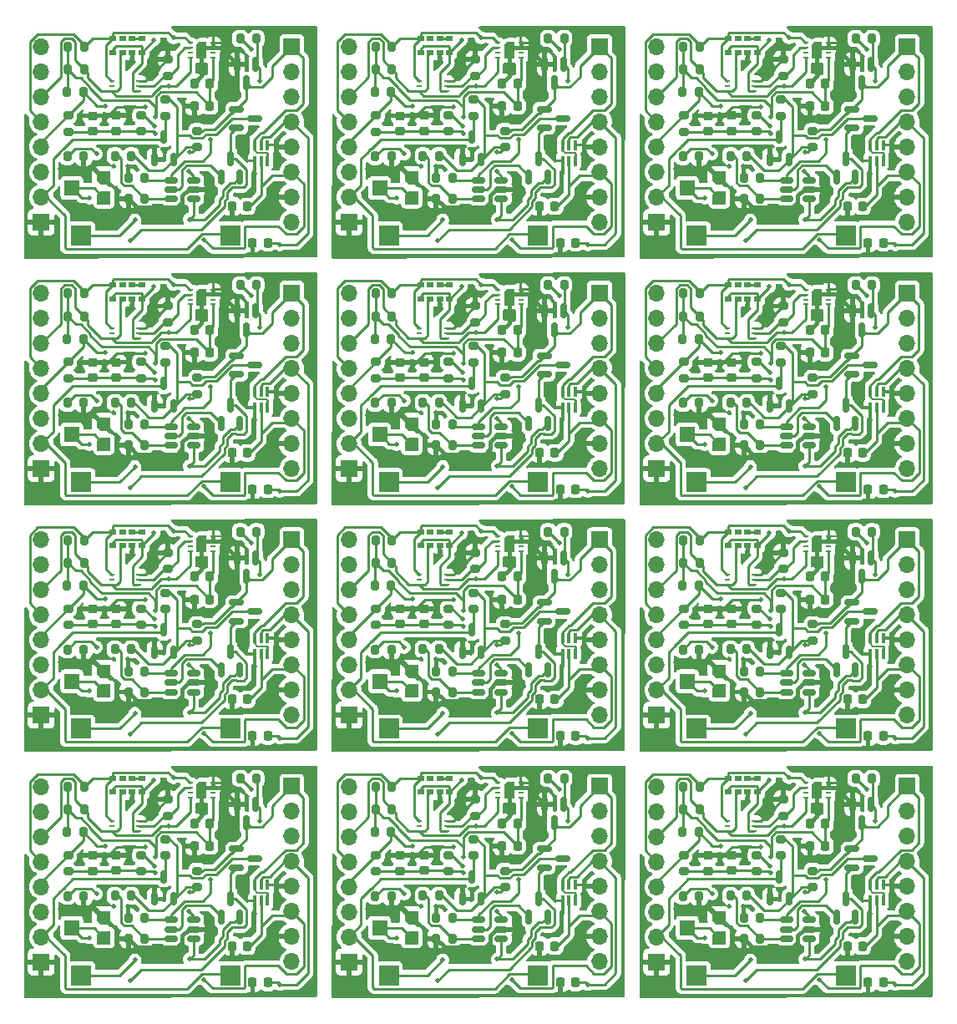
<source format=gtl>
G04 #@! TF.GenerationSoftware,KiCad,Pcbnew,7.0.7*
G04 #@! TF.CreationDate,2024-02-13T21:43:46-05:00*
G04 #@! TF.ProjectId,panelized,70616e65-6c69-47a6-9564-2e6b69636164,rev?*
G04 #@! TF.SameCoordinates,Original*
G04 #@! TF.FileFunction,Copper,L1,Top*
G04 #@! TF.FilePolarity,Positive*
%FSLAX46Y46*%
G04 Gerber Fmt 4.6, Leading zero omitted, Abs format (unit mm)*
G04 Created by KiCad (PCBNEW 7.0.7) date 2024-02-13 21:43:46*
%MOMM*%
%LPD*%
G01*
G04 APERTURE LIST*
G04 Aperture macros list*
%AMRoundRect*
0 Rectangle with rounded corners*
0 $1 Rounding radius*
0 $2 $3 $4 $5 $6 $7 $8 $9 X,Y pos of 4 corners*
0 Add a 4 corners polygon primitive as box body*
4,1,4,$2,$3,$4,$5,$6,$7,$8,$9,$2,$3,0*
0 Add four circle primitives for the rounded corners*
1,1,$1+$1,$2,$3*
1,1,$1+$1,$4,$5*
1,1,$1+$1,$6,$7*
1,1,$1+$1,$8,$9*
0 Add four rect primitives between the rounded corners*
20,1,$1+$1,$2,$3,$4,$5,0*
20,1,$1+$1,$4,$5,$6,$7,0*
20,1,$1+$1,$6,$7,$8,$9,0*
20,1,$1+$1,$8,$9,$2,$3,0*%
%AMFreePoly0*
4,1,48,0.304658,0.675378,0.306642,0.675910,0.309680,0.674493,0.326062,0.671605,0.338804,0.660912,0.353882,0.653882,0.653881,0.353882,0.656594,0.350006,0.658373,0.348980,0.659519,0.345829,0.669061,0.332204,0.670510,0.315631,0.676200,0.300000,0.676200,-0.600000,0.674454,-0.609900,0.675042,-0.613232,0.673350,-0.616161,0.671605,-0.626062,0.658877,-0.641229,0.648980,-0.658373,
0.642519,-0.660724,0.638100,-0.665991,0.618605,-0.669428,0.600000,-0.676200,-0.600000,-0.676200,-0.609900,-0.674454,-0.613232,-0.675042,-0.616161,-0.673350,-0.626062,-0.671605,-0.641229,-0.658877,-0.658373,-0.648980,-0.660724,-0.642519,-0.665991,-0.638100,-0.669428,-0.618605,-0.676200,-0.600000,-0.676200,0.600000,-0.674454,0.609900,-0.675042,0.613232,-0.673350,0.616161,-0.671605,0.626062,
-0.658877,0.641229,-0.648980,0.658373,-0.642519,0.660724,-0.638100,0.665991,-0.618605,0.669428,-0.600000,0.676200,0.300000,0.676200,0.304658,0.675378,0.304658,0.675378,$1*%
%AMFreePoly1*
4,1,48,0.609900,0.674454,0.613232,0.675042,0.616161,0.673350,0.626062,0.671605,0.641229,0.658877,0.658373,0.648980,0.660724,0.642519,0.665991,0.638100,0.669428,0.618605,0.676200,0.600000,0.676200,-0.600000,0.674454,-0.609900,0.675042,-0.613232,0.673350,-0.616161,0.671605,-0.626062,0.658877,-0.641229,0.648980,-0.658373,0.642519,-0.660724,0.638100,-0.665991,0.618605,-0.669428,
0.600000,-0.676200,-0.600000,-0.676200,-0.609900,-0.674454,-0.613232,-0.675042,-0.616161,-0.673350,-0.626062,-0.671605,-0.641229,-0.658877,-0.658373,-0.648980,-0.660724,-0.642519,-0.665991,-0.638100,-0.669428,-0.618605,-0.676200,-0.600000,-0.676200,0.300000,-0.675378,0.304658,-0.675910,0.306642,-0.674493,0.309680,-0.671605,0.326062,-0.660912,0.338804,-0.653882,0.353882,-0.353882,0.653881,
-0.350006,0.656594,-0.348980,0.658373,-0.345829,0.659519,-0.332204,0.669061,-0.315631,0.670510,-0.300000,0.676200,0.600000,0.676200,0.609900,0.674454,0.609900,0.674454,$1*%
%AMFreePoly2*
4,1,6,0.500000,-0.850000,-0.500000,-0.850000,-0.500000,0.550000,-0.200000,0.850000,0.500000,0.850000,0.500000,-0.850000,0.500000,-0.850000,$1*%
G04 Aperture macros list end*
G04 #@! TA.AperFunction,SMDPad,CuDef*
%ADD10RoundRect,0.150000X0.512500X0.150000X-0.512500X0.150000X-0.512500X-0.150000X0.512500X-0.150000X0*%
G04 #@! TD*
G04 #@! TA.AperFunction,SMDPad,CuDef*
%ADD11RoundRect,0.150000X-0.587500X-0.150000X0.587500X-0.150000X0.587500X0.150000X-0.587500X0.150000X0*%
G04 #@! TD*
G04 #@! TA.AperFunction,SMDPad,CuDef*
%ADD12RoundRect,0.200000X0.200000X0.275000X-0.200000X0.275000X-0.200000X-0.275000X0.200000X-0.275000X0*%
G04 #@! TD*
G04 #@! TA.AperFunction,SMDPad,CuDef*
%ADD13RoundRect,0.200000X-0.275000X0.200000X-0.275000X-0.200000X0.275000X-0.200000X0.275000X0.200000X0*%
G04 #@! TD*
G04 #@! TA.AperFunction,SMDPad,CuDef*
%ADD14FreePoly0,90.000000*%
G04 #@! TD*
G04 #@! TA.AperFunction,SMDPad,CuDef*
%ADD15R,1.500000X1.600000*%
G04 #@! TD*
G04 #@! TA.AperFunction,SMDPad,CuDef*
%ADD16FreePoly1,90.000000*%
G04 #@! TD*
G04 #@! TA.AperFunction,ComponentPad*
%ADD17R,1.700000X1.700000*%
G04 #@! TD*
G04 #@! TA.AperFunction,ComponentPad*
%ADD18O,1.700000X1.700000*%
G04 #@! TD*
G04 #@! TA.AperFunction,SMDPad,CuDef*
%ADD19RoundRect,0.200000X-0.200000X-0.275000X0.200000X-0.275000X0.200000X0.275000X-0.200000X0.275000X0*%
G04 #@! TD*
G04 #@! TA.AperFunction,SMDPad,CuDef*
%ADD20RoundRect,0.225000X0.250000X-0.225000X0.250000X0.225000X-0.250000X0.225000X-0.250000X-0.225000X0*%
G04 #@! TD*
G04 #@! TA.AperFunction,SMDPad,CuDef*
%ADD21R,0.720000X0.600000*%
G04 #@! TD*
G04 #@! TA.AperFunction,SMDPad,CuDef*
%ADD22R,0.550000X0.250000*%
G04 #@! TD*
G04 #@! TA.AperFunction,SMDPad,CuDef*
%ADD23R,2.000000X2.000000*%
G04 #@! TD*
G04 #@! TA.AperFunction,SMDPad,CuDef*
%ADD24RoundRect,0.200000X0.275000X-0.200000X0.275000X0.200000X-0.275000X0.200000X-0.275000X-0.200000X0*%
G04 #@! TD*
G04 #@! TA.AperFunction,SMDPad,CuDef*
%ADD25RoundRect,0.225000X0.225000X0.250000X-0.225000X0.250000X-0.225000X-0.250000X0.225000X-0.250000X0*%
G04 #@! TD*
G04 #@! TA.AperFunction,SMDPad,CuDef*
%ADD26RoundRect,0.150000X0.150000X-0.587500X0.150000X0.587500X-0.150000X0.587500X-0.150000X-0.587500X0*%
G04 #@! TD*
G04 #@! TA.AperFunction,SMDPad,CuDef*
%ADD27FreePoly2,0.000000*%
G04 #@! TD*
G04 #@! TA.AperFunction,SMDPad,CuDef*
%ADD28RoundRect,0.150000X0.150000X-0.512500X0.150000X0.512500X-0.150000X0.512500X-0.150000X-0.512500X0*%
G04 #@! TD*
G04 #@! TA.AperFunction,SMDPad,CuDef*
%ADD29RoundRect,0.150000X-0.150000X0.587500X-0.150000X-0.587500X0.150000X-0.587500X0.150000X0.587500X0*%
G04 #@! TD*
G04 #@! TA.AperFunction,SMDPad,CuDef*
%ADD30R,0.300000X0.990000*%
G04 #@! TD*
G04 #@! TA.AperFunction,ViaPad*
%ADD31C,0.500000*%
G04 #@! TD*
G04 #@! TA.AperFunction,Conductor*
%ADD32C,0.250000*%
G04 #@! TD*
G04 #@! TA.AperFunction,Conductor*
%ADD33C,0.200000*%
G04 #@! TD*
G04 #@! TA.AperFunction,Conductor*
%ADD34C,0.400000*%
G04 #@! TD*
G04 APERTURE END LIST*
D10*
X181881586Y-135443198D03*
X181881586Y-134493198D03*
X181881586Y-133543198D03*
X179606586Y-133543198D03*
X179606586Y-134493198D03*
X179606586Y-135443198D03*
D11*
X123843927Y-126350000D03*
X123843927Y-128250000D03*
X125718927Y-127300000D03*
D12*
X139519086Y-74650000D03*
X137869086Y-74650000D03*
D13*
X137984086Y-76990000D03*
X137984086Y-78640000D03*
D14*
X172794086Y-110343198D03*
D15*
X169544086Y-109343198D03*
D16*
X172794086Y-108343198D03*
D10*
X119481586Y-60443198D03*
X119481586Y-59493198D03*
X119481586Y-58543198D03*
X117206586Y-58543198D03*
X117206586Y-59493198D03*
X117206586Y-60443198D03*
D17*
X160644086Y-95000000D03*
D18*
X160644086Y-97540000D03*
X160644086Y-100080000D03*
X160644086Y-102620000D03*
X160644086Y-105160000D03*
X160644086Y-107700000D03*
X160644086Y-110240000D03*
X160644086Y-112780000D03*
D12*
X108404086Y-120050000D03*
X106754086Y-120050000D03*
D19*
X175256586Y-58330698D03*
X176906586Y-58330698D03*
D13*
X179044086Y-125375000D03*
X179044086Y-127025000D03*
D20*
X171644086Y-78575000D03*
X171644086Y-77025000D03*
D21*
X173724086Y-94200000D03*
X174694086Y-94200000D03*
X175664086Y-94200000D03*
X176634086Y-94200000D03*
X176634086Y-95600000D03*
X175664086Y-95600000D03*
X174694086Y-95600000D03*
X173724086Y-95600000D03*
D22*
X145116586Y-74550000D03*
X145116586Y-74050000D03*
X145116586Y-73550000D03*
X142366586Y-73550000D03*
X142366586Y-74050000D03*
X142366586Y-74550000D03*
D12*
X108344086Y-56143198D03*
X106694086Y-56143198D03*
D13*
X182244086Y-53575000D03*
X182244086Y-55225000D03*
D23*
X108084086Y-114150000D03*
X123204086Y-114150000D03*
D11*
X155043927Y-126350000D03*
X155043927Y-128250000D03*
X156918927Y-127300000D03*
D24*
X114144086Y-128625000D03*
X114144086Y-126975000D03*
D12*
X139544086Y-131143198D03*
X137894086Y-131143198D03*
D19*
X144056586Y-58330698D03*
X145706586Y-58330698D03*
D20*
X140444086Y-78575000D03*
X140444086Y-77025000D03*
D12*
X139544086Y-56143198D03*
X137894086Y-56143198D03*
D13*
X169184086Y-76990000D03*
X169184086Y-78640000D03*
X179044086Y-75375000D03*
X179044086Y-77025000D03*
D25*
X152329086Y-73750000D03*
X150779086Y-73750000D03*
D13*
X147844086Y-50375000D03*
X147844086Y-52025000D03*
D19*
X175269086Y-60443198D03*
X176919086Y-60443198D03*
D12*
X170804086Y-97350000D03*
X169154086Y-97350000D03*
X170804086Y-72350000D03*
X169154086Y-72350000D03*
D17*
X191844086Y-70000000D03*
D18*
X191844086Y-72540000D03*
X191844086Y-75080000D03*
X191844086Y-77620000D03*
X191844086Y-80160000D03*
X191844086Y-82700000D03*
X191844086Y-85240000D03*
X191844086Y-87780000D03*
D25*
X183529086Y-48750000D03*
X181979086Y-48750000D03*
D20*
X174044086Y-78550000D03*
X174044086Y-77000000D03*
D17*
X191844086Y-120000000D03*
D18*
X191844086Y-122540000D03*
X191844086Y-125080000D03*
X191844086Y-127620000D03*
X191844086Y-130160000D03*
X191844086Y-132700000D03*
X191844086Y-135240000D03*
X191844086Y-137780000D03*
D12*
X170744086Y-56143198D03*
X169094086Y-56143198D03*
D24*
X176544086Y-78625000D03*
X176544086Y-76975000D03*
D12*
X157069086Y-94200000D03*
X155419086Y-94200000D03*
X139604086Y-95050000D03*
X137954086Y-95050000D03*
X170804086Y-47350000D03*
X169154086Y-47350000D03*
D26*
X153494086Y-58237500D03*
X155394086Y-58237500D03*
X154444086Y-56362500D03*
X184694086Y-83237500D03*
X186594086Y-83237500D03*
X185644086Y-81362500D03*
D22*
X119129086Y-69650000D03*
X119129086Y-70150000D03*
X119129086Y-70650000D03*
X119129086Y-71150000D03*
X121479086Y-71150000D03*
X121479086Y-70650000D03*
X121479086Y-70150000D03*
X121479086Y-69650000D03*
D27*
X120304086Y-70400000D03*
D13*
X179044086Y-100375000D03*
X179044086Y-102025000D03*
D25*
X158219086Y-89900000D03*
X156669086Y-89900000D03*
D28*
X115544086Y-106437500D03*
X117444086Y-106437500D03*
X116494086Y-104162500D03*
D12*
X170744086Y-81143198D03*
X169094086Y-81143198D03*
D14*
X110394086Y-110343198D03*
D15*
X107144086Y-109343198D03*
D16*
X110394086Y-108343198D03*
D20*
X142844086Y-103550000D03*
X142844086Y-102000000D03*
D10*
X181881586Y-110443198D03*
X181881586Y-109493198D03*
X181881586Y-108543198D03*
X179606586Y-108543198D03*
X179606586Y-109493198D03*
X179606586Y-110443198D03*
D29*
X125794086Y-46825000D03*
X123894086Y-46825000D03*
X124844086Y-48700000D03*
D20*
X174044086Y-103550000D03*
X174044086Y-102000000D03*
D17*
X135244086Y-62800000D03*
D18*
X135244086Y-60260000D03*
X135244086Y-57720000D03*
X135244086Y-55180000D03*
X135244086Y-52640000D03*
X135244086Y-50100000D03*
X135244086Y-47560000D03*
X135244086Y-45020000D03*
D12*
X188269086Y-119200000D03*
X186619086Y-119200000D03*
D29*
X125794086Y-71825000D03*
X123894086Y-71825000D03*
X124844086Y-73700000D03*
D30*
X125694086Y-81600000D03*
X126344086Y-81600000D03*
X126994086Y-81600000D03*
X126994086Y-79990000D03*
X126344086Y-79990000D03*
X125694086Y-79990000D03*
D25*
X189419086Y-139900000D03*
X187869086Y-139900000D03*
X152329086Y-126050000D03*
X150779086Y-126050000D03*
D12*
X108404086Y-70050000D03*
X106754086Y-70050000D03*
D13*
X119844086Y-128575000D03*
X119844086Y-130225000D03*
D21*
X173724086Y-44200000D03*
X174694086Y-44200000D03*
X175664086Y-44200000D03*
X176634086Y-44200000D03*
X176634086Y-45600000D03*
X175664086Y-45600000D03*
X174694086Y-45600000D03*
X173724086Y-45600000D03*
D12*
X157069086Y-44200000D03*
X155419086Y-44200000D03*
D29*
X125794086Y-121825000D03*
X123894086Y-121825000D03*
X124844086Y-123700000D03*
D12*
X157069086Y-119200000D03*
X155419086Y-119200000D03*
D13*
X106784086Y-51990000D03*
X106784086Y-53640000D03*
D25*
X158219086Y-114900000D03*
X156669086Y-114900000D03*
D19*
X112856586Y-58330698D03*
X114506586Y-58330698D03*
D21*
X142524086Y-44200000D03*
X143494086Y-44200000D03*
X144464086Y-44200000D03*
X145434086Y-44200000D03*
X145434086Y-45600000D03*
X144464086Y-45600000D03*
X143494086Y-45600000D03*
X142524086Y-45600000D03*
D12*
X108344086Y-131143198D03*
X106694086Y-131143198D03*
D10*
X119481586Y-85443198D03*
X119481586Y-84493198D03*
X119481586Y-83543198D03*
X117206586Y-83543198D03*
X117206586Y-84493198D03*
X117206586Y-85443198D03*
D14*
X172794086Y-135343198D03*
D15*
X169544086Y-134343198D03*
D16*
X172794086Y-133343198D03*
D13*
X148044086Y-71325000D03*
X148044086Y-72975000D03*
D11*
X155043927Y-51350000D03*
X155043927Y-53250000D03*
X156918927Y-52300000D03*
D25*
X183529086Y-51050000D03*
X181979086Y-51050000D03*
D13*
X151044086Y-53575000D03*
X151044086Y-55225000D03*
D28*
X177944086Y-81437500D03*
X179844086Y-81437500D03*
X178894086Y-79162500D03*
D29*
X156994086Y-96825000D03*
X155094086Y-96825000D03*
X156044086Y-98700000D03*
D25*
X187319086Y-136200000D03*
X185769086Y-136200000D03*
D12*
X139604086Y-122350000D03*
X137954086Y-122350000D03*
D13*
X137984086Y-126990000D03*
X137984086Y-128640000D03*
D22*
X181529086Y-44650000D03*
X181529086Y-45150000D03*
X181529086Y-45650000D03*
X181529086Y-46150000D03*
X183879086Y-46150000D03*
X183879086Y-45650000D03*
X183879086Y-45150000D03*
X183879086Y-44650000D03*
D27*
X182704086Y-45400000D03*
D23*
X170484086Y-89150000D03*
X185604086Y-89150000D03*
D22*
X113916586Y-74550000D03*
X113916586Y-74050000D03*
X113916586Y-73550000D03*
X111166586Y-73550000D03*
X111166586Y-74050000D03*
X111166586Y-74550000D03*
X150329086Y-119650000D03*
X150329086Y-120150000D03*
X150329086Y-120650000D03*
X150329086Y-121150000D03*
X152679086Y-121150000D03*
X152679086Y-120650000D03*
X152679086Y-120150000D03*
X152679086Y-119650000D03*
D27*
X151504086Y-120400000D03*
D19*
X144069086Y-135443198D03*
X145719086Y-135443198D03*
D13*
X106784086Y-126990000D03*
X106784086Y-128640000D03*
X147844086Y-100375000D03*
X147844086Y-102025000D03*
X116644086Y-75375000D03*
X116644086Y-77025000D03*
X116844086Y-121325000D03*
X116844086Y-122975000D03*
D20*
X171644086Y-53575000D03*
X171644086Y-52025000D03*
D12*
X170744086Y-106143198D03*
X169094086Y-106143198D03*
X139544086Y-81143198D03*
X137894086Y-81143198D03*
X188269086Y-44200000D03*
X186619086Y-44200000D03*
X125869086Y-94200000D03*
X124219086Y-94200000D03*
D25*
X121129086Y-73750000D03*
X119579086Y-73750000D03*
D11*
X186243927Y-76350000D03*
X186243927Y-78250000D03*
X188118927Y-77300000D03*
D20*
X109244086Y-78575000D03*
X109244086Y-77025000D03*
D19*
X112856586Y-83330698D03*
X114506586Y-83330698D03*
D10*
X119481586Y-135443198D03*
X119481586Y-134493198D03*
X119481586Y-133543198D03*
X117206586Y-133543198D03*
X117206586Y-134493198D03*
X117206586Y-135443198D03*
D17*
X166444086Y-62800000D03*
D18*
X166444086Y-60260000D03*
X166444086Y-57720000D03*
X166444086Y-55180000D03*
X166444086Y-52640000D03*
X166444086Y-50100000D03*
X166444086Y-47560000D03*
X166444086Y-45020000D03*
D22*
X145116586Y-49550000D03*
X145116586Y-49050000D03*
X145116586Y-48550000D03*
X142366586Y-48550000D03*
X142366586Y-49050000D03*
X142366586Y-49550000D03*
D28*
X146744086Y-131437500D03*
X148644086Y-131437500D03*
X147694086Y-129162500D03*
D25*
X152329086Y-123750000D03*
X150779086Y-123750000D03*
D12*
X170719086Y-49650000D03*
X169069086Y-49650000D03*
D22*
X113916586Y-49550000D03*
X113916586Y-49050000D03*
X113916586Y-48550000D03*
X111166586Y-48550000D03*
X111166586Y-49050000D03*
X111166586Y-49550000D03*
D24*
X145344086Y-53625000D03*
X145344086Y-51975000D03*
D19*
X175256586Y-83330698D03*
X176906586Y-83330698D03*
D12*
X108404086Y-97350000D03*
X106754086Y-97350000D03*
D13*
X147844086Y-125375000D03*
X147844086Y-127025000D03*
D20*
X142844086Y-128550000D03*
X142844086Y-127000000D03*
D25*
X127019086Y-64900000D03*
X125469086Y-64900000D03*
D13*
X116644086Y-50375000D03*
X116644086Y-52025000D03*
D30*
X156894086Y-131600000D03*
X157544086Y-131600000D03*
X158194086Y-131600000D03*
X158194086Y-129990000D03*
X157544086Y-129990000D03*
X156894086Y-129990000D03*
D11*
X155043927Y-101350000D03*
X155043927Y-103250000D03*
X156918927Y-102300000D03*
D19*
X173919086Y-56100000D03*
X175569086Y-56100000D03*
D22*
X113916586Y-124550000D03*
X113916586Y-124050000D03*
X113916586Y-123550000D03*
X111166586Y-123550000D03*
X111166586Y-124050000D03*
X111166586Y-124550000D03*
D28*
X146744086Y-56437500D03*
X148644086Y-56437500D03*
X147694086Y-54162500D03*
X177944086Y-56437500D03*
X179844086Y-56437500D03*
X178894086Y-54162500D03*
D26*
X153494086Y-133237500D03*
X155394086Y-133237500D03*
X154444086Y-131362500D03*
D19*
X175269086Y-110443198D03*
X176919086Y-110443198D03*
D22*
X119129086Y-94650000D03*
X119129086Y-95150000D03*
X119129086Y-95650000D03*
X119129086Y-96150000D03*
X121479086Y-96150000D03*
X121479086Y-95650000D03*
X121479086Y-95150000D03*
X121479086Y-94650000D03*
D27*
X120304086Y-95400000D03*
D12*
X139519086Y-124650000D03*
X137869086Y-124650000D03*
D17*
X191844086Y-45000000D03*
D18*
X191844086Y-47540000D03*
X191844086Y-50080000D03*
X191844086Y-52620000D03*
X191844086Y-55160000D03*
X191844086Y-57700000D03*
X191844086Y-60240000D03*
X191844086Y-62780000D03*
D26*
X122294086Y-133237500D03*
X124194086Y-133237500D03*
X123244086Y-131362500D03*
D13*
X179044086Y-50375000D03*
X179044086Y-52025000D03*
D12*
X108319086Y-99650000D03*
X106669086Y-99650000D03*
D17*
X166444086Y-87800000D03*
D18*
X166444086Y-85260000D03*
X166444086Y-82720000D03*
X166444086Y-80180000D03*
X166444086Y-77640000D03*
X166444086Y-75100000D03*
X166444086Y-72560000D03*
X166444086Y-70020000D03*
D25*
X124919086Y-61200000D03*
X123369086Y-61200000D03*
D19*
X112869086Y-85443198D03*
X114519086Y-85443198D03*
D29*
X188194086Y-121825000D03*
X186294086Y-121825000D03*
X187244086Y-123700000D03*
D12*
X125869086Y-44200000D03*
X124219086Y-44200000D03*
D21*
X142524086Y-94200000D03*
X143494086Y-94200000D03*
X144464086Y-94200000D03*
X145434086Y-94200000D03*
X145434086Y-95600000D03*
X144464086Y-95600000D03*
X143494086Y-95600000D03*
X142524086Y-95600000D03*
D22*
X119129086Y-44650000D03*
X119129086Y-45150000D03*
X119129086Y-45650000D03*
X119129086Y-46150000D03*
X121479086Y-46150000D03*
X121479086Y-45650000D03*
X121479086Y-45150000D03*
X121479086Y-44650000D03*
D27*
X120304086Y-45400000D03*
D20*
X111644086Y-103550000D03*
X111644086Y-102000000D03*
D12*
X139604086Y-72350000D03*
X137954086Y-72350000D03*
D30*
X188094086Y-81600000D03*
X188744086Y-81600000D03*
X189394086Y-81600000D03*
X189394086Y-79990000D03*
X188744086Y-79990000D03*
X188094086Y-79990000D03*
D25*
X124919086Y-111200000D03*
X123369086Y-111200000D03*
D30*
X188094086Y-131600000D03*
X188744086Y-131600000D03*
X189394086Y-131600000D03*
X189394086Y-129990000D03*
X188744086Y-129990000D03*
X188094086Y-129990000D03*
D13*
X148044086Y-121325000D03*
X148044086Y-122975000D03*
X137984086Y-101990000D03*
X137984086Y-103640000D03*
D19*
X142719086Y-81100000D03*
X144369086Y-81100000D03*
D25*
X152329086Y-51050000D03*
X150779086Y-51050000D03*
D13*
X116844086Y-46325000D03*
X116844086Y-47975000D03*
D19*
X142719086Y-131100000D03*
X144369086Y-131100000D03*
D21*
X142524086Y-119200000D03*
X143494086Y-119200000D03*
X144464086Y-119200000D03*
X145434086Y-119200000D03*
X145434086Y-120600000D03*
X144464086Y-120600000D03*
X143494086Y-120600000D03*
X142524086Y-120600000D03*
D24*
X176544086Y-103625000D03*
X176544086Y-101975000D03*
D25*
X189419086Y-89900000D03*
X187869086Y-89900000D03*
D17*
X129444086Y-95000000D03*
D18*
X129444086Y-97540000D03*
X129444086Y-100080000D03*
X129444086Y-102620000D03*
X129444086Y-105160000D03*
X129444086Y-107700000D03*
X129444086Y-110240000D03*
X129444086Y-112780000D03*
D28*
X146744086Y-81437500D03*
X148644086Y-81437500D03*
X147694086Y-79162500D03*
D19*
X144069086Y-60443198D03*
X145719086Y-60443198D03*
D13*
X151044086Y-128575000D03*
X151044086Y-130225000D03*
D26*
X153494086Y-83237500D03*
X155394086Y-83237500D03*
X154444086Y-81362500D03*
D17*
X104044086Y-112800000D03*
D18*
X104044086Y-110260000D03*
X104044086Y-107720000D03*
X104044086Y-105180000D03*
X104044086Y-102640000D03*
X104044086Y-100100000D03*
X104044086Y-97560000D03*
X104044086Y-95020000D03*
D25*
X152329086Y-98750000D03*
X150779086Y-98750000D03*
D17*
X135244086Y-112800000D03*
D18*
X135244086Y-110260000D03*
X135244086Y-107720000D03*
X135244086Y-105180000D03*
X135244086Y-102640000D03*
X135244086Y-100100000D03*
X135244086Y-97560000D03*
X135244086Y-95020000D03*
D11*
X123843927Y-101350000D03*
X123843927Y-103250000D03*
X125718927Y-102300000D03*
D23*
X139284086Y-139150000D03*
X154404086Y-139150000D03*
D20*
X171644086Y-103575000D03*
X171644086Y-102025000D03*
D24*
X114144086Y-78625000D03*
X114144086Y-76975000D03*
D14*
X110394086Y-85343198D03*
D15*
X107144086Y-84343198D03*
D16*
X110394086Y-83343198D03*
D14*
X172794086Y-85343198D03*
D15*
X169544086Y-84343198D03*
D16*
X172794086Y-83343198D03*
D14*
X172794086Y-60343198D03*
D15*
X169544086Y-59343198D03*
D16*
X172794086Y-58343198D03*
D20*
X111644086Y-53550000D03*
X111644086Y-52000000D03*
D19*
X111519086Y-131100000D03*
X113169086Y-131100000D03*
D10*
X150681586Y-60443198D03*
X150681586Y-59493198D03*
X150681586Y-58543198D03*
X148406586Y-58543198D03*
X148406586Y-59493198D03*
X148406586Y-60443198D03*
D12*
X139604086Y-120050000D03*
X137954086Y-120050000D03*
D17*
X104044086Y-87800000D03*
D18*
X104044086Y-85260000D03*
X104044086Y-82720000D03*
X104044086Y-80180000D03*
X104044086Y-77640000D03*
X104044086Y-75100000D03*
X104044086Y-72560000D03*
X104044086Y-70020000D03*
D23*
X139284086Y-89150000D03*
X154404086Y-89150000D03*
X170484086Y-64150000D03*
X185604086Y-64150000D03*
D10*
X119481586Y-110443198D03*
X119481586Y-109493198D03*
X119481586Y-108543198D03*
X117206586Y-108543198D03*
X117206586Y-109493198D03*
X117206586Y-110443198D03*
D22*
X145116586Y-99550000D03*
X145116586Y-99050000D03*
X145116586Y-98550000D03*
X142366586Y-98550000D03*
X142366586Y-99050000D03*
X142366586Y-99550000D03*
D25*
X127019086Y-139900000D03*
X125469086Y-139900000D03*
D14*
X141594086Y-60343198D03*
D15*
X138344086Y-59343198D03*
D16*
X141594086Y-58343198D03*
D19*
X142719086Y-106100000D03*
X144369086Y-106100000D03*
D25*
X121129086Y-98750000D03*
X119579086Y-98750000D03*
D30*
X156894086Y-106600000D03*
X157544086Y-106600000D03*
X158194086Y-106600000D03*
X158194086Y-104990000D03*
X157544086Y-104990000D03*
X156894086Y-104990000D03*
D29*
X125794086Y-96825000D03*
X123894086Y-96825000D03*
X124844086Y-98700000D03*
D12*
X170804086Y-120050000D03*
X169154086Y-120050000D03*
D17*
X160644086Y-70000000D03*
D18*
X160644086Y-72540000D03*
X160644086Y-75080000D03*
X160644086Y-77620000D03*
X160644086Y-80160000D03*
X160644086Y-82700000D03*
X160644086Y-85240000D03*
X160644086Y-87780000D03*
D28*
X177944086Y-131437500D03*
X179844086Y-131437500D03*
X178894086Y-129162500D03*
D11*
X155043927Y-76350000D03*
X155043927Y-78250000D03*
X156918927Y-77300000D03*
D25*
X121129086Y-51050000D03*
X119579086Y-51050000D03*
D21*
X111324086Y-44200000D03*
X112294086Y-44200000D03*
X113264086Y-44200000D03*
X114234086Y-44200000D03*
X114234086Y-45600000D03*
X113264086Y-45600000D03*
X112294086Y-45600000D03*
X111324086Y-45600000D03*
D29*
X156994086Y-46825000D03*
X155094086Y-46825000D03*
X156044086Y-48700000D03*
D11*
X186243927Y-51350000D03*
X186243927Y-53250000D03*
X188118927Y-52300000D03*
D13*
X147844086Y-75375000D03*
X147844086Y-77025000D03*
D25*
X121129086Y-126050000D03*
X119579086Y-126050000D03*
D20*
X140444086Y-53575000D03*
X140444086Y-52025000D03*
D24*
X114144086Y-53625000D03*
X114144086Y-51975000D03*
D12*
X170804086Y-95050000D03*
X169154086Y-95050000D03*
D13*
X116844086Y-96325000D03*
X116844086Y-97975000D03*
D23*
X108084086Y-64150000D03*
X123204086Y-64150000D03*
D17*
X129444086Y-70000000D03*
D18*
X129444086Y-72540000D03*
X129444086Y-75080000D03*
X129444086Y-77620000D03*
X129444086Y-80160000D03*
X129444086Y-82700000D03*
X129444086Y-85240000D03*
X129444086Y-87780000D03*
D21*
X111324086Y-94200000D03*
X112294086Y-94200000D03*
X113264086Y-94200000D03*
X114234086Y-94200000D03*
X114234086Y-95600000D03*
X113264086Y-95600000D03*
X112294086Y-95600000D03*
X111324086Y-95600000D03*
D23*
X139284086Y-114150000D03*
X154404086Y-114150000D03*
D25*
X158219086Y-139900000D03*
X156669086Y-139900000D03*
D10*
X181881586Y-60443198D03*
X181881586Y-59493198D03*
X181881586Y-58543198D03*
X179606586Y-58543198D03*
X179606586Y-59493198D03*
X179606586Y-60443198D03*
D12*
X108404086Y-45050000D03*
X106754086Y-45050000D03*
D19*
X111519086Y-56100000D03*
X113169086Y-56100000D03*
D13*
X148044086Y-96325000D03*
X148044086Y-97975000D03*
D19*
X175269086Y-85443198D03*
X176919086Y-85443198D03*
D22*
X181529086Y-119650000D03*
X181529086Y-120150000D03*
X181529086Y-120650000D03*
X181529086Y-121150000D03*
X183879086Y-121150000D03*
X183879086Y-120650000D03*
X183879086Y-120150000D03*
X183879086Y-119650000D03*
D27*
X182704086Y-120400000D03*
D17*
X191844086Y-95000000D03*
D18*
X191844086Y-97540000D03*
X191844086Y-100080000D03*
X191844086Y-102620000D03*
X191844086Y-105160000D03*
X191844086Y-107700000D03*
X191844086Y-110240000D03*
X191844086Y-112780000D03*
D22*
X150329086Y-44650000D03*
X150329086Y-45150000D03*
X150329086Y-45650000D03*
X150329086Y-46150000D03*
X152679086Y-46150000D03*
X152679086Y-45650000D03*
X152679086Y-45150000D03*
X152679086Y-44650000D03*
D27*
X151504086Y-45400000D03*
D17*
X104044086Y-62800000D03*
D18*
X104044086Y-60260000D03*
X104044086Y-57720000D03*
X104044086Y-55180000D03*
X104044086Y-52640000D03*
X104044086Y-50100000D03*
X104044086Y-47560000D03*
X104044086Y-45020000D03*
D22*
X176316586Y-74550000D03*
X176316586Y-74050000D03*
X176316586Y-73550000D03*
X173566586Y-73550000D03*
X173566586Y-74050000D03*
X173566586Y-74550000D03*
D17*
X104044086Y-137800000D03*
D18*
X104044086Y-135260000D03*
X104044086Y-132720000D03*
X104044086Y-130180000D03*
X104044086Y-127640000D03*
X104044086Y-125100000D03*
X104044086Y-122560000D03*
X104044086Y-120020000D03*
D22*
X181529086Y-94650000D03*
X181529086Y-95150000D03*
X181529086Y-95650000D03*
X181529086Y-96150000D03*
X183879086Y-96150000D03*
X183879086Y-95650000D03*
X183879086Y-95150000D03*
X183879086Y-94650000D03*
D27*
X182704086Y-95400000D03*
D12*
X170804086Y-122350000D03*
X169154086Y-122350000D03*
D28*
X115544086Y-81437500D03*
X117444086Y-81437500D03*
X116494086Y-79162500D03*
D22*
X145116586Y-124550000D03*
X145116586Y-124050000D03*
X145116586Y-123550000D03*
X142366586Y-123550000D03*
X142366586Y-124050000D03*
X142366586Y-124550000D03*
D29*
X188194086Y-96825000D03*
X186294086Y-96825000D03*
X187244086Y-98700000D03*
D19*
X144056586Y-133330698D03*
X145706586Y-133330698D03*
D12*
X108344086Y-106143198D03*
X106694086Y-106143198D03*
D29*
X156994086Y-71825000D03*
X155094086Y-71825000D03*
X156044086Y-73700000D03*
D14*
X110394086Y-60343198D03*
D15*
X107144086Y-59343198D03*
D16*
X110394086Y-58343198D03*
D12*
X139604086Y-97350000D03*
X137954086Y-97350000D03*
D21*
X173724086Y-69200000D03*
X174694086Y-69200000D03*
X175664086Y-69200000D03*
X176634086Y-69200000D03*
X176634086Y-70600000D03*
X175664086Y-70600000D03*
X174694086Y-70600000D03*
X173724086Y-70600000D03*
D19*
X112869086Y-135443198D03*
X114519086Y-135443198D03*
D24*
X176544086Y-128625000D03*
X176544086Y-126975000D03*
D20*
X109244086Y-103575000D03*
X109244086Y-102025000D03*
X174044086Y-53550000D03*
X174044086Y-52000000D03*
D30*
X156894086Y-56600000D03*
X157544086Y-56600000D03*
X158194086Y-56600000D03*
X158194086Y-54990000D03*
X157544086Y-54990000D03*
X156894086Y-54990000D03*
D12*
X125869086Y-119200000D03*
X124219086Y-119200000D03*
D30*
X156894086Y-81600000D03*
X157544086Y-81600000D03*
X158194086Y-81600000D03*
X158194086Y-79990000D03*
X157544086Y-79990000D03*
X156894086Y-79990000D03*
D10*
X150681586Y-85443198D03*
X150681586Y-84493198D03*
X150681586Y-83543198D03*
X148406586Y-83543198D03*
X148406586Y-84493198D03*
X148406586Y-85443198D03*
D28*
X177944086Y-106437500D03*
X179844086Y-106437500D03*
X178894086Y-104162500D03*
D17*
X166444086Y-137800000D03*
D18*
X166444086Y-135260000D03*
X166444086Y-132720000D03*
X166444086Y-130180000D03*
X166444086Y-127640000D03*
X166444086Y-125100000D03*
X166444086Y-122560000D03*
X166444086Y-120020000D03*
D24*
X145344086Y-128625000D03*
X145344086Y-126975000D03*
D19*
X111519086Y-81100000D03*
X113169086Y-81100000D03*
D17*
X160644086Y-45000000D03*
D18*
X160644086Y-47540000D03*
X160644086Y-50080000D03*
X160644086Y-52620000D03*
X160644086Y-55160000D03*
X160644086Y-57700000D03*
X160644086Y-60240000D03*
X160644086Y-62780000D03*
D25*
X189419086Y-64900000D03*
X187869086Y-64900000D03*
D17*
X135244086Y-87800000D03*
D18*
X135244086Y-85260000D03*
X135244086Y-82720000D03*
X135244086Y-80180000D03*
X135244086Y-77640000D03*
X135244086Y-75100000D03*
X135244086Y-72560000D03*
X135244086Y-70020000D03*
D12*
X108319086Y-49650000D03*
X106669086Y-49650000D03*
X170719086Y-99650000D03*
X169069086Y-99650000D03*
D20*
X140444086Y-103575000D03*
X140444086Y-102025000D03*
D21*
X173724086Y-119200000D03*
X174694086Y-119200000D03*
X175664086Y-119200000D03*
X176634086Y-119200000D03*
X176634086Y-120600000D03*
X175664086Y-120600000D03*
X174694086Y-120600000D03*
X173724086Y-120600000D03*
D14*
X110394086Y-135343198D03*
D15*
X107144086Y-134343198D03*
D16*
X110394086Y-133343198D03*
D19*
X144069086Y-110443198D03*
X145719086Y-110443198D03*
D17*
X135244086Y-137800000D03*
D18*
X135244086Y-135260000D03*
X135244086Y-132720000D03*
X135244086Y-130180000D03*
X135244086Y-127640000D03*
X135244086Y-125100000D03*
X135244086Y-122560000D03*
X135244086Y-120020000D03*
D13*
X169184086Y-51990000D03*
X169184086Y-53640000D03*
D11*
X186243927Y-101350000D03*
X186243927Y-103250000D03*
X188118927Y-102300000D03*
D12*
X108404086Y-122350000D03*
X106754086Y-122350000D03*
D25*
X183529086Y-123750000D03*
X181979086Y-123750000D03*
D19*
X173919086Y-131100000D03*
X175569086Y-131100000D03*
D13*
X116644086Y-125375000D03*
X116644086Y-127025000D03*
D30*
X188094086Y-56600000D03*
X188744086Y-56600000D03*
X189394086Y-56600000D03*
X189394086Y-54990000D03*
X188744086Y-54990000D03*
X188094086Y-54990000D03*
D25*
X183529086Y-98750000D03*
X181979086Y-98750000D03*
D12*
X108319086Y-124650000D03*
X106669086Y-124650000D03*
X108404086Y-47350000D03*
X106754086Y-47350000D03*
D22*
X176316586Y-99550000D03*
X176316586Y-99050000D03*
X176316586Y-98550000D03*
X173566586Y-98550000D03*
X173566586Y-99050000D03*
X173566586Y-99550000D03*
D17*
X166444086Y-112800000D03*
D18*
X166444086Y-110260000D03*
X166444086Y-107720000D03*
X166444086Y-105180000D03*
X166444086Y-102640000D03*
X166444086Y-100100000D03*
X166444086Y-97560000D03*
X166444086Y-95020000D03*
D13*
X151044086Y-103575000D03*
X151044086Y-105225000D03*
D24*
X176544086Y-53625000D03*
X176544086Y-51975000D03*
D19*
X111519086Y-106100000D03*
X113169086Y-106100000D03*
D12*
X170719086Y-74650000D03*
X169069086Y-74650000D03*
X125869086Y-69200000D03*
X124219086Y-69200000D03*
D22*
X119129086Y-119650000D03*
X119129086Y-120150000D03*
X119129086Y-120650000D03*
X119129086Y-121150000D03*
X121479086Y-121150000D03*
X121479086Y-120650000D03*
X121479086Y-120150000D03*
X121479086Y-119650000D03*
D27*
X120304086Y-120400000D03*
D12*
X188269086Y-69200000D03*
X186619086Y-69200000D03*
D22*
X176316586Y-49550000D03*
X176316586Y-49050000D03*
X176316586Y-48550000D03*
X173566586Y-48550000D03*
X173566586Y-49050000D03*
X173566586Y-49550000D03*
D13*
X182244086Y-103575000D03*
X182244086Y-105225000D03*
D12*
X108344086Y-81143198D03*
X106694086Y-81143198D03*
D13*
X119844086Y-53575000D03*
X119844086Y-55225000D03*
D23*
X170484086Y-139150000D03*
X185604086Y-139150000D03*
D19*
X175256586Y-108330698D03*
X176906586Y-108330698D03*
D26*
X153494086Y-108237500D03*
X155394086Y-108237500D03*
X154444086Y-106362500D03*
D22*
X181529086Y-69650000D03*
X181529086Y-70150000D03*
X181529086Y-70650000D03*
X181529086Y-71150000D03*
X183879086Y-71150000D03*
X183879086Y-70650000D03*
X183879086Y-70150000D03*
X183879086Y-69650000D03*
D27*
X182704086Y-70400000D03*
D25*
X183529086Y-73750000D03*
X181979086Y-73750000D03*
D22*
X150329086Y-94650000D03*
X150329086Y-95150000D03*
X150329086Y-95650000D03*
X150329086Y-96150000D03*
X152679086Y-96150000D03*
X152679086Y-95650000D03*
X152679086Y-95150000D03*
X152679086Y-94650000D03*
D27*
X151504086Y-95400000D03*
D28*
X115544086Y-131437500D03*
X117444086Y-131437500D03*
X116494086Y-129162500D03*
D20*
X142844086Y-53550000D03*
X142844086Y-52000000D03*
D25*
X183529086Y-76050000D03*
X181979086Y-76050000D03*
D19*
X175269086Y-135443198D03*
X176919086Y-135443198D03*
X112869086Y-60443198D03*
X114519086Y-60443198D03*
X112869086Y-110443198D03*
X114519086Y-110443198D03*
X175256586Y-133330698D03*
X176906586Y-133330698D03*
D12*
X170719086Y-124650000D03*
X169069086Y-124650000D03*
D28*
X146744086Y-106437500D03*
X148644086Y-106437500D03*
X147694086Y-104162500D03*
D12*
X170804086Y-45050000D03*
X169154086Y-45050000D03*
D13*
X169184086Y-101990000D03*
X169184086Y-103640000D03*
D20*
X109244086Y-53575000D03*
X109244086Y-52025000D03*
D11*
X123843927Y-51350000D03*
X123843927Y-53250000D03*
X125718927Y-52300000D03*
D13*
X137984086Y-51990000D03*
X137984086Y-53640000D03*
D20*
X171644086Y-128575000D03*
X171644086Y-127025000D03*
D12*
X139544086Y-106143198D03*
X137894086Y-106143198D03*
D19*
X112856586Y-108330698D03*
X114506586Y-108330698D03*
D26*
X184694086Y-58237500D03*
X186594086Y-58237500D03*
X185644086Y-56362500D03*
D25*
X187319086Y-86200000D03*
X185769086Y-86200000D03*
D26*
X122294086Y-58237500D03*
X124194086Y-58237500D03*
X123244086Y-56362500D03*
D13*
X106784086Y-76990000D03*
X106784086Y-78640000D03*
X179244086Y-121325000D03*
X179244086Y-122975000D03*
D25*
X158219086Y-64900000D03*
X156669086Y-64900000D03*
D30*
X125694086Y-56600000D03*
X126344086Y-56600000D03*
X126994086Y-56600000D03*
X126994086Y-54990000D03*
X126344086Y-54990000D03*
X125694086Y-54990000D03*
D29*
X156994086Y-121825000D03*
X155094086Y-121825000D03*
X156044086Y-123700000D03*
D10*
X181881586Y-85443198D03*
X181881586Y-84493198D03*
X181881586Y-83543198D03*
X179606586Y-83543198D03*
X179606586Y-84493198D03*
X179606586Y-85443198D03*
D25*
X152329086Y-101050000D03*
X150779086Y-101050000D03*
X127019086Y-114900000D03*
X125469086Y-114900000D03*
D12*
X139519086Y-99650000D03*
X137869086Y-99650000D03*
D23*
X170484086Y-114150000D03*
X185604086Y-114150000D03*
D30*
X188094086Y-106600000D03*
X188744086Y-106600000D03*
X189394086Y-106600000D03*
X189394086Y-104990000D03*
X188744086Y-104990000D03*
X188094086Y-104990000D03*
D23*
X139284086Y-64150000D03*
X154404086Y-64150000D03*
D13*
X182244086Y-128575000D03*
X182244086Y-130225000D03*
D17*
X160644086Y-120000000D03*
D18*
X160644086Y-122540000D03*
X160644086Y-125080000D03*
X160644086Y-127620000D03*
X160644086Y-130160000D03*
X160644086Y-132700000D03*
X160644086Y-135240000D03*
X160644086Y-137780000D03*
D25*
X183529086Y-126050000D03*
X181979086Y-126050000D03*
D12*
X108404086Y-72350000D03*
X106754086Y-72350000D03*
D20*
X174044086Y-128550000D03*
X174044086Y-127000000D03*
D22*
X150329086Y-69650000D03*
X150329086Y-70150000D03*
X150329086Y-70650000D03*
X150329086Y-71150000D03*
X152679086Y-71150000D03*
X152679086Y-70650000D03*
X152679086Y-70150000D03*
X152679086Y-69650000D03*
D27*
X151504086Y-70400000D03*
D20*
X111644086Y-78550000D03*
X111644086Y-77000000D03*
D25*
X156119086Y-136200000D03*
X154569086Y-136200000D03*
D13*
X179244086Y-96325000D03*
X179244086Y-97975000D03*
D19*
X144069086Y-85443198D03*
X145719086Y-85443198D03*
D13*
X116644086Y-100375000D03*
X116644086Y-102025000D03*
D25*
X156119086Y-86200000D03*
X154569086Y-86200000D03*
D12*
X188269086Y-94200000D03*
X186619086Y-94200000D03*
D22*
X113916586Y-99550000D03*
X113916586Y-99050000D03*
X113916586Y-98550000D03*
X111166586Y-98550000D03*
X111166586Y-99050000D03*
X111166586Y-99550000D03*
D13*
X179244086Y-71325000D03*
X179244086Y-72975000D03*
D19*
X142719086Y-56100000D03*
X144369086Y-56100000D03*
D12*
X139519086Y-49650000D03*
X137869086Y-49650000D03*
D25*
X127019086Y-89900000D03*
X125469086Y-89900000D03*
D21*
X142524086Y-69200000D03*
X143494086Y-69200000D03*
X144464086Y-69200000D03*
X145434086Y-69200000D03*
X145434086Y-70600000D03*
X144464086Y-70600000D03*
X143494086Y-70600000D03*
X142524086Y-70600000D03*
D24*
X145344086Y-78625000D03*
X145344086Y-76975000D03*
D12*
X157069086Y-69200000D03*
X155419086Y-69200000D03*
D19*
X173919086Y-106100000D03*
X175569086Y-106100000D03*
D12*
X108404086Y-95050000D03*
X106754086Y-95050000D03*
D23*
X108084086Y-139150000D03*
X123204086Y-139150000D03*
D25*
X121129086Y-101050000D03*
X119579086Y-101050000D03*
D17*
X129444086Y-120000000D03*
D18*
X129444086Y-122540000D03*
X129444086Y-125080000D03*
X129444086Y-127620000D03*
X129444086Y-130160000D03*
X129444086Y-132700000D03*
X129444086Y-135240000D03*
X129444086Y-137780000D03*
D26*
X184694086Y-108237500D03*
X186594086Y-108237500D03*
X185644086Y-106362500D03*
D25*
X187319086Y-61200000D03*
X185769086Y-61200000D03*
D24*
X114144086Y-103625000D03*
X114144086Y-101975000D03*
D25*
X183529086Y-101050000D03*
X181979086Y-101050000D03*
D26*
X122294086Y-83237500D03*
X124194086Y-83237500D03*
X123244086Y-81362500D03*
D12*
X170744086Y-131143198D03*
X169094086Y-131143198D03*
D29*
X188194086Y-71825000D03*
X186294086Y-71825000D03*
X187244086Y-73700000D03*
D22*
X176316586Y-124550000D03*
X176316586Y-124050000D03*
X176316586Y-123550000D03*
X173566586Y-123550000D03*
X173566586Y-124050000D03*
X173566586Y-124550000D03*
D19*
X173919086Y-81100000D03*
X175569086Y-81100000D03*
D23*
X108084086Y-89150000D03*
X123204086Y-89150000D03*
D26*
X184694086Y-133237500D03*
X186594086Y-133237500D03*
X185644086Y-131362500D03*
D20*
X140444086Y-128575000D03*
X140444086Y-127025000D03*
D30*
X125694086Y-131600000D03*
X126344086Y-131600000D03*
X126994086Y-131600000D03*
X126994086Y-129990000D03*
X126344086Y-129990000D03*
X125694086Y-129990000D03*
D14*
X141594086Y-135343198D03*
D15*
X138344086Y-134343198D03*
D16*
X141594086Y-133343198D03*
D25*
X156119086Y-111200000D03*
X154569086Y-111200000D03*
D14*
X141594086Y-110343198D03*
D15*
X138344086Y-109343198D03*
D16*
X141594086Y-108343198D03*
D26*
X122294086Y-108237500D03*
X124194086Y-108237500D03*
X123244086Y-106362500D03*
D13*
X151044086Y-78575000D03*
X151044086Y-80225000D03*
D25*
X189419086Y-114900000D03*
X187869086Y-114900000D03*
D13*
X106784086Y-101990000D03*
X106784086Y-103640000D03*
D21*
X111324086Y-119200000D03*
X112294086Y-119200000D03*
X113264086Y-119200000D03*
X114234086Y-119200000D03*
X114234086Y-120600000D03*
X113264086Y-120600000D03*
X112294086Y-120600000D03*
X111324086Y-120600000D03*
D25*
X156119086Y-61200000D03*
X154569086Y-61200000D03*
D30*
X125694086Y-106600000D03*
X126344086Y-106600000D03*
X126994086Y-106600000D03*
X126994086Y-104990000D03*
X126344086Y-104990000D03*
X125694086Y-104990000D03*
D20*
X111644086Y-128550000D03*
X111644086Y-127000000D03*
D25*
X121129086Y-123750000D03*
X119579086Y-123750000D03*
D13*
X119844086Y-78575000D03*
X119844086Y-80225000D03*
D11*
X186243927Y-126350000D03*
X186243927Y-128250000D03*
X188118927Y-127300000D03*
D25*
X121129086Y-76050000D03*
X119579086Y-76050000D03*
X187319086Y-111200000D03*
X185769086Y-111200000D03*
X152329086Y-48750000D03*
X150779086Y-48750000D03*
D24*
X145344086Y-103625000D03*
X145344086Y-101975000D03*
D13*
X119844086Y-103575000D03*
X119844086Y-105225000D03*
D12*
X139604086Y-70050000D03*
X137954086Y-70050000D03*
D25*
X124919086Y-136200000D03*
X123369086Y-136200000D03*
D20*
X142844086Y-78550000D03*
X142844086Y-77000000D03*
D13*
X179244086Y-46325000D03*
X179244086Y-47975000D03*
D29*
X188194086Y-46825000D03*
X186294086Y-46825000D03*
X187244086Y-48700000D03*
D12*
X139604086Y-45050000D03*
X137954086Y-45050000D03*
D10*
X150681586Y-135443198D03*
X150681586Y-134493198D03*
X150681586Y-133543198D03*
X148406586Y-133543198D03*
X148406586Y-134493198D03*
X148406586Y-135443198D03*
D20*
X109244086Y-128575000D03*
X109244086Y-127025000D03*
D11*
X123843927Y-76350000D03*
X123843927Y-78250000D03*
X125718927Y-77300000D03*
D10*
X150681586Y-110443198D03*
X150681586Y-109493198D03*
X150681586Y-108543198D03*
X148406586Y-108543198D03*
X148406586Y-109493198D03*
X148406586Y-110443198D03*
D17*
X129444086Y-45000000D03*
D18*
X129444086Y-47540000D03*
X129444086Y-50080000D03*
X129444086Y-52620000D03*
X129444086Y-55160000D03*
X129444086Y-57700000D03*
X129444086Y-60240000D03*
X129444086Y-62780000D03*
D13*
X182244086Y-78575000D03*
X182244086Y-80225000D03*
D14*
X141594086Y-85343198D03*
D15*
X138344086Y-84343198D03*
D16*
X141594086Y-83343198D03*
D25*
X124919086Y-86200000D03*
X123369086Y-86200000D03*
D12*
X170804086Y-70050000D03*
X169154086Y-70050000D03*
D25*
X152329086Y-76050000D03*
X150779086Y-76050000D03*
D13*
X116844086Y-71325000D03*
X116844086Y-72975000D03*
D28*
X115544086Y-56437500D03*
X117444086Y-56437500D03*
X116494086Y-54162500D03*
D12*
X108319086Y-74650000D03*
X106669086Y-74650000D03*
D21*
X111324086Y-69200000D03*
X112294086Y-69200000D03*
X113264086Y-69200000D03*
X114234086Y-69200000D03*
X114234086Y-70600000D03*
X113264086Y-70600000D03*
X112294086Y-70600000D03*
X111324086Y-70600000D03*
D12*
X139604086Y-47350000D03*
X137954086Y-47350000D03*
D19*
X144056586Y-83330698D03*
X145706586Y-83330698D03*
D13*
X169184086Y-126990000D03*
X169184086Y-128640000D03*
D19*
X144056586Y-108330698D03*
X145706586Y-108330698D03*
D13*
X148044086Y-46325000D03*
X148044086Y-47975000D03*
D19*
X112856586Y-133330698D03*
X114506586Y-133330698D03*
D25*
X121129086Y-48750000D03*
X119579086Y-48750000D03*
D31*
X178010776Y-127166690D03*
X177844086Y-119350000D03*
X182944086Y-139600000D03*
X190644086Y-140100000D03*
X179844086Y-119125000D03*
X179344086Y-124000000D03*
X181409418Y-132674500D03*
X171294086Y-135350000D03*
X178044086Y-128800000D03*
X187744086Y-120300000D03*
X181444086Y-130700000D03*
X181469086Y-137525000D03*
X175944086Y-137600000D03*
X189844086Y-119100000D03*
X184144086Y-134800000D03*
X168344086Y-132400000D03*
X169744086Y-136300000D03*
X165844086Y-140500000D03*
X176993222Y-126125225D03*
X175644086Y-121500000D03*
X176944086Y-122500000D03*
X173044086Y-127200000D03*
X188044086Y-132900000D03*
X173744086Y-132125500D03*
X175244086Y-132125500D03*
X193344086Y-140400000D03*
X177935573Y-128054359D03*
X188594086Y-123512500D03*
X183618517Y-129474500D03*
X172044086Y-130900000D03*
X172889664Y-126024500D03*
X175444086Y-139700000D03*
X146644086Y-119350000D03*
X146810776Y-127166690D03*
X151744086Y-139600000D03*
X159444086Y-140100000D03*
X148644086Y-119125000D03*
X148144086Y-124000000D03*
X140094086Y-135350000D03*
X150209418Y-132674500D03*
X146844086Y-128800000D03*
X156544086Y-120300000D03*
X150269086Y-137525000D03*
X144744086Y-137600000D03*
X150244086Y-130700000D03*
X156844086Y-132900000D03*
X138544086Y-136300000D03*
X141844086Y-127200000D03*
X142544086Y-132125500D03*
X158644086Y-119100000D03*
X134644086Y-140500000D03*
X145744086Y-122500000D03*
X162144086Y-140400000D03*
X144044086Y-132125500D03*
X152944086Y-134800000D03*
X144444086Y-121500000D03*
X145793222Y-126125225D03*
X137144086Y-132400000D03*
X146735573Y-128054359D03*
X157394086Y-123512500D03*
X152418517Y-129474500D03*
X140844086Y-130900000D03*
X141689664Y-126024500D03*
X144244086Y-139700000D03*
X115610776Y-127166690D03*
X115444086Y-119350000D03*
X120544086Y-139600000D03*
X128244086Y-140100000D03*
X117444086Y-119125000D03*
X116944086Y-124000000D03*
X108894086Y-135350000D03*
X119009418Y-132674500D03*
X115644086Y-128800000D03*
X125344086Y-120300000D03*
X113544086Y-137600000D03*
X119069086Y-137525000D03*
X119044086Y-130700000D03*
X113244086Y-121500000D03*
X121744086Y-134800000D03*
X112844086Y-132125500D03*
X110644086Y-127200000D03*
X111344086Y-132125500D03*
X114544086Y-122500000D03*
X105944086Y-132400000D03*
X127444086Y-119100000D03*
X130944086Y-140400000D03*
X103444086Y-140500000D03*
X114593222Y-126125225D03*
X125644086Y-132900000D03*
X107344086Y-136300000D03*
X115535573Y-128054359D03*
X126194086Y-123512500D03*
X121218517Y-129474500D03*
X109644086Y-130900000D03*
X113044086Y-139700000D03*
X110489664Y-126024500D03*
X178010776Y-102166690D03*
X177844086Y-94350000D03*
X182944086Y-114600000D03*
X190644086Y-115100000D03*
X179844086Y-94125000D03*
X179344086Y-99000000D03*
X171294086Y-110350000D03*
X181409418Y-107674500D03*
X178044086Y-103800000D03*
X187744086Y-95300000D03*
X181469086Y-112525000D03*
X181444086Y-105700000D03*
X175944086Y-112600000D03*
X168344086Y-107400000D03*
X176944086Y-97500000D03*
X175244086Y-107125500D03*
X173044086Y-102200000D03*
X189844086Y-94100000D03*
X173744086Y-107125500D03*
X175644086Y-96500000D03*
X165844086Y-115500000D03*
X184144086Y-109800000D03*
X188044086Y-107900000D03*
X176993222Y-101125225D03*
X169744086Y-111300000D03*
X193344086Y-115400000D03*
X177935573Y-103054359D03*
X188594086Y-98512500D03*
X183618517Y-104474500D03*
X172044086Y-105900000D03*
X175444086Y-114700000D03*
X172889664Y-101024500D03*
X146644086Y-94350000D03*
X146810776Y-102166690D03*
X151744086Y-114600000D03*
X159444086Y-115100000D03*
X148644086Y-94125000D03*
X148144086Y-99000000D03*
X140094086Y-110350000D03*
X150209418Y-107674500D03*
X146844086Y-103800000D03*
X156544086Y-95300000D03*
X150244086Y-105700000D03*
X144744086Y-112600000D03*
X150269086Y-112525000D03*
X142544086Y-107125500D03*
X138544086Y-111300000D03*
X162144086Y-115400000D03*
X145793222Y-101125225D03*
X144044086Y-107125500D03*
X152944086Y-109800000D03*
X156844086Y-107900000D03*
X134644086Y-115500000D03*
X144444086Y-96500000D03*
X137144086Y-107400000D03*
X158644086Y-94100000D03*
X145744086Y-97500000D03*
X141844086Y-102200000D03*
X146735573Y-103054359D03*
X157394086Y-98512500D03*
X152418517Y-104474500D03*
X140844086Y-105900000D03*
X144244086Y-114700000D03*
X141689664Y-101024500D03*
X115444086Y-94350000D03*
X115610776Y-102166690D03*
X120544086Y-114600000D03*
X128244086Y-115100000D03*
X117444086Y-94125000D03*
X116944086Y-99000000D03*
X108894086Y-110350000D03*
X119009418Y-107674500D03*
X115644086Y-103800000D03*
X125344086Y-95300000D03*
X119044086Y-105700000D03*
X119069086Y-112525000D03*
X113544086Y-112600000D03*
X125644086Y-107900000D03*
X110644086Y-102200000D03*
X107344086Y-111300000D03*
X121744086Y-109800000D03*
X127444086Y-94100000D03*
X113244086Y-96500000D03*
X103444086Y-115500000D03*
X105944086Y-107400000D03*
X112844086Y-107125500D03*
X130944086Y-115400000D03*
X111344086Y-107125500D03*
X114544086Y-97500000D03*
X114593222Y-101125225D03*
X115535573Y-103054359D03*
X126194086Y-98512500D03*
X121218517Y-104474500D03*
X109644086Y-105900000D03*
X110489664Y-101024500D03*
X113044086Y-114700000D03*
X177844086Y-69350000D03*
X178010776Y-77166690D03*
X182944086Y-89600000D03*
X190644086Y-90100000D03*
X179844086Y-69125000D03*
X179344086Y-74000000D03*
X171294086Y-85350000D03*
X181409418Y-82674500D03*
X178044086Y-78800000D03*
X187744086Y-70300000D03*
X181469086Y-87525000D03*
X175944086Y-87600000D03*
X181444086Y-80700000D03*
X175644086Y-71500000D03*
X193344086Y-90400000D03*
X173044086Y-77200000D03*
X173744086Y-82125500D03*
X189844086Y-69100000D03*
X168344086Y-82400000D03*
X176944086Y-72500000D03*
X184144086Y-84800000D03*
X165844086Y-90500000D03*
X188044086Y-82900000D03*
X176993222Y-76125225D03*
X175244086Y-82125500D03*
X169744086Y-86300000D03*
X177935573Y-78054359D03*
X188594086Y-73512500D03*
X183618517Y-79474500D03*
X172044086Y-80900000D03*
X175444086Y-89700000D03*
X172889664Y-76024500D03*
X146810776Y-77166690D03*
X146644086Y-69350000D03*
X151744086Y-89600000D03*
X159444086Y-90100000D03*
X148644086Y-69125000D03*
X148144086Y-74000000D03*
X150209418Y-82674500D03*
X140094086Y-85350000D03*
X146844086Y-78800000D03*
X156544086Y-70300000D03*
X150244086Y-80700000D03*
X150269086Y-87525000D03*
X144744086Y-87600000D03*
X137144086Y-82400000D03*
X142544086Y-82125500D03*
X162144086Y-90400000D03*
X134644086Y-90500000D03*
X144044086Y-82125500D03*
X145744086Y-72500000D03*
X158644086Y-69100000D03*
X138544086Y-86300000D03*
X145793222Y-76125225D03*
X156844086Y-82900000D03*
X144444086Y-71500000D03*
X152944086Y-84800000D03*
X141844086Y-77200000D03*
X146735573Y-78054359D03*
X157394086Y-73512500D03*
X152418517Y-79474500D03*
X140844086Y-80900000D03*
X144244086Y-89700000D03*
X141689664Y-76024500D03*
X115444086Y-69350000D03*
X115610776Y-77166690D03*
X120544086Y-89600000D03*
X128244086Y-90100000D03*
X117444086Y-69125000D03*
X116944086Y-74000000D03*
X119009418Y-82674500D03*
X108894086Y-85350000D03*
X115644086Y-78800000D03*
X125344086Y-70300000D03*
X113544086Y-87600000D03*
X119044086Y-80700000D03*
X119069086Y-87525000D03*
X110644086Y-77200000D03*
X125644086Y-82900000D03*
X112844086Y-82125500D03*
X111344086Y-82125500D03*
X130944086Y-90400000D03*
X107344086Y-86300000D03*
X114593222Y-76125225D03*
X113244086Y-71500000D03*
X114544086Y-72500000D03*
X103444086Y-90500000D03*
X121744086Y-84800000D03*
X127444086Y-69100000D03*
X105944086Y-82400000D03*
X115535573Y-78054359D03*
X126194086Y-73512500D03*
X121218517Y-79474500D03*
X109644086Y-80900000D03*
X113044086Y-89700000D03*
X110489664Y-76024500D03*
X177844086Y-44350000D03*
X178010776Y-52166690D03*
X182944086Y-64600000D03*
X190644086Y-65100000D03*
X179844086Y-44125000D03*
X179344086Y-49000000D03*
X181409418Y-57674500D03*
X171294086Y-60350000D03*
X178044086Y-53800000D03*
X187744086Y-45300000D03*
X175944086Y-62600000D03*
X181469086Y-62525000D03*
X181444086Y-55700000D03*
X188044086Y-57900000D03*
X175644086Y-46500000D03*
X184144086Y-59800000D03*
X176993222Y-51125225D03*
X193344086Y-65400000D03*
X165844086Y-65500000D03*
X176944086Y-47500000D03*
X169744086Y-61300000D03*
X189844086Y-44100000D03*
X168344086Y-57400000D03*
X173744086Y-57125500D03*
X175244086Y-57125500D03*
X173044086Y-52200000D03*
X177935573Y-53054359D03*
X188594086Y-48512500D03*
X183618517Y-54474500D03*
X172044086Y-55900000D03*
X175444086Y-64700000D03*
X172889664Y-51024500D03*
X146810776Y-52166690D03*
X146644086Y-44350000D03*
X151744086Y-64600000D03*
X159444086Y-65100000D03*
X148644086Y-44125000D03*
X148144086Y-49000000D03*
X140094086Y-60350000D03*
X150209418Y-57674500D03*
X146844086Y-53800000D03*
X156544086Y-45300000D03*
X150244086Y-55700000D03*
X144744086Y-62600000D03*
X150269086Y-62525000D03*
X145793222Y-51125225D03*
X134644086Y-65500000D03*
X158644086Y-44100000D03*
X144444086Y-46500000D03*
X156844086Y-57900000D03*
X138544086Y-61300000D03*
X145744086Y-47500000D03*
X141844086Y-52200000D03*
X162144086Y-65400000D03*
X152944086Y-59800000D03*
X137144086Y-57400000D03*
X144044086Y-57125500D03*
X142544086Y-57125500D03*
X146735573Y-53054359D03*
X157394086Y-48512500D03*
X152418517Y-54474500D03*
X140844086Y-55900000D03*
X141689664Y-51024500D03*
X144244086Y-64700000D03*
X115610776Y-52166690D03*
X115444086Y-44350000D03*
X120544086Y-64600000D03*
X128244086Y-65100000D03*
X117444086Y-44125000D03*
X116944086Y-49000000D03*
X108894086Y-60350000D03*
X119009418Y-57674500D03*
X115644086Y-53800000D03*
X125344086Y-45300000D03*
X113544086Y-62600000D03*
X119069086Y-62525000D03*
X119044086Y-55700000D03*
X107344086Y-61300000D03*
X114544086Y-47500000D03*
X121744086Y-59800000D03*
X111344086Y-57125500D03*
X130944086Y-65400000D03*
X113244086Y-46500000D03*
X125644086Y-57900000D03*
X105944086Y-57400000D03*
X114593222Y-51125225D03*
X127444086Y-44100000D03*
X110644086Y-52200000D03*
X112844086Y-57125500D03*
X103444086Y-65500000D03*
X115535573Y-53054359D03*
X126194086Y-48512500D03*
X121218517Y-54474500D03*
X109644086Y-55900000D03*
X113044086Y-64700000D03*
X110489664Y-51024500D03*
D32*
X181230913Y-140500000D02*
X182705913Y-139025000D01*
X168700888Y-130343198D02*
X168676624Y-130343198D01*
X182705913Y-139025000D02*
X185179086Y-139025000D01*
X178894086Y-129262500D02*
X178756586Y-129400000D01*
X185179086Y-139025000D02*
X185304086Y-139150000D01*
X167644086Y-131400000D02*
X167644086Y-134060000D01*
X168369086Y-130650736D02*
X168369086Y-130675000D01*
X178894086Y-128825000D02*
X179044086Y-128675000D01*
X166694086Y-135010000D02*
X168859086Y-137175000D01*
X168859086Y-137175000D02*
X168859086Y-140390000D01*
X179044086Y-128675000D02*
X179044086Y-126925000D01*
X168859086Y-140390000D02*
X168969086Y-140500000D01*
X167644086Y-134060000D02*
X166694086Y-135010000D01*
X178756586Y-129400000D02*
X169644086Y-129400000D01*
X168369086Y-130675000D02*
X167644086Y-131400000D01*
X168676624Y-130343198D02*
X168369086Y-130650736D01*
X168969086Y-140500000D02*
X181230913Y-140500000D01*
X169644086Y-129400000D02*
X168700888Y-130343198D01*
X177294086Y-125450000D02*
X172594086Y-125450000D01*
X182129086Y-124650000D02*
X183529086Y-126050000D01*
X170436548Y-123150000D02*
X169954086Y-123150000D01*
X173724086Y-120260000D02*
X174009086Y-119975000D01*
X183529086Y-123750000D02*
X183529086Y-126050000D01*
X175679086Y-122665000D02*
X176634086Y-121710000D01*
X178010776Y-126166690D02*
X177294086Y-125450000D01*
X176316586Y-124550000D02*
X175766586Y-124550000D01*
X173724086Y-120600000D02*
X173724086Y-120260000D01*
X178010776Y-127166690D02*
X178087853Y-127089613D01*
X178010776Y-127166690D02*
X178010776Y-126166690D01*
X169954086Y-123150000D02*
X169154086Y-122350000D01*
X175766586Y-124550000D02*
X175679086Y-124462500D01*
X176559086Y-119975000D02*
X176634086Y-120050000D01*
X178087853Y-125113771D02*
X178551624Y-124650000D01*
X171444086Y-124300000D02*
X171444086Y-124157538D01*
X176634086Y-120050000D02*
X176634086Y-120600000D01*
X178087853Y-127089613D02*
X178087853Y-125113771D01*
X178551624Y-124650000D02*
X182129086Y-124650000D01*
X177844086Y-119390000D02*
X176634086Y-120600000D01*
X172594086Y-125450000D02*
X171444086Y-124300000D01*
X175679086Y-124462500D02*
X175679086Y-122665000D01*
X169104086Y-124850000D02*
X169104086Y-122400000D01*
X169154086Y-120050000D02*
X169154086Y-122350000D01*
X177844086Y-119350000D02*
X177844086Y-119390000D01*
X176634086Y-121710000D02*
X176634086Y-120600000D01*
X171444086Y-124157538D02*
X170436548Y-123150000D01*
X174009086Y-119975000D02*
X176559086Y-119975000D01*
X183879086Y-123400000D02*
X183879086Y-121150000D01*
X169104086Y-122400000D02*
X169154086Y-122350000D01*
X183529086Y-123750000D02*
X183879086Y-123400000D01*
X191844086Y-120000000D02*
X189869086Y-121975000D01*
X182950152Y-128450000D02*
X183998280Y-128450000D01*
X189869086Y-123050673D02*
X188832259Y-124087500D01*
D33*
X189349086Y-130810000D02*
X189344086Y-130805000D01*
D32*
X193019086Y-121175000D02*
X193019086Y-125756701D01*
X189869086Y-121975000D02*
X189869086Y-123050673D01*
X182825152Y-128575000D02*
X182950152Y-128450000D01*
X188732690Y-128720000D02*
X188094086Y-129358604D01*
X187631586Y-124087500D02*
X187244086Y-123700000D01*
X188832259Y-124087500D02*
X187631586Y-124087500D01*
X183998280Y-128450000D02*
X185598280Y-126850000D01*
X182244086Y-128575000D02*
X182825152Y-128575000D01*
D33*
X188044086Y-130040000D02*
X188094086Y-129990000D01*
D32*
X187244086Y-125349841D02*
X187244086Y-123700000D01*
X191199086Y-126445000D02*
X188924086Y-128720000D01*
X191844086Y-120000000D02*
X193019086Y-121175000D01*
X185598280Y-126850000D02*
X185743927Y-126850000D01*
D33*
X189344086Y-130805000D02*
X188349086Y-130805000D01*
D32*
X186243927Y-126350000D02*
X187244086Y-125349841D01*
D33*
X188349086Y-130805000D02*
X188044086Y-130500000D01*
D32*
X185743927Y-126850000D02*
X186243927Y-126350000D01*
X189349086Y-130810000D02*
X189394086Y-130855000D01*
X188924086Y-128720000D02*
X188732690Y-128720000D01*
X192330787Y-126445000D02*
X191199086Y-126445000D01*
X189394086Y-130855000D02*
X189394086Y-131600000D01*
D33*
X188044086Y-130500000D02*
X188044086Y-130040000D01*
D32*
X188094086Y-129358604D02*
X188094086Y-129990000D01*
X193019086Y-125756701D02*
X192330787Y-126445000D01*
X186996903Y-140475000D02*
X183819086Y-140475000D01*
X191844086Y-132800000D02*
X191844086Y-132200000D01*
X193044086Y-138250000D02*
X192294086Y-139000000D01*
X191271903Y-139000000D02*
X190471903Y-138200000D01*
X183819086Y-140475000D02*
X182944086Y-139600000D01*
X193044086Y-133900000D02*
X193044086Y-138250000D01*
X188744086Y-134200000D02*
X188744086Y-135000000D01*
X189844086Y-133100000D02*
X191544086Y-133100000D01*
X187094086Y-140377817D02*
X186996903Y-140475000D01*
X191844086Y-132700000D02*
X193044086Y-133900000D01*
X190471903Y-138200000D02*
X187144086Y-138200000D01*
X192294086Y-139000000D02*
X191271903Y-139000000D01*
X188744086Y-131600000D02*
X188744086Y-134200000D01*
X187544086Y-136200000D02*
X187244086Y-136200000D01*
X188744086Y-134200000D02*
X189844086Y-133100000D01*
X187094086Y-138250000D02*
X187094086Y-140377817D01*
X188744086Y-135000000D02*
X187544086Y-136200000D01*
X187144086Y-138200000D02*
X187094086Y-138250000D01*
X191544086Y-133100000D02*
X191844086Y-132800000D01*
X189419086Y-139900000D02*
X190444086Y-139900000D01*
X188744086Y-129345000D02*
X188744086Y-129990000D01*
X193494086Y-129270000D02*
X191844086Y-127620000D01*
X188919086Y-129170000D02*
X188744086Y-129345000D01*
X193494086Y-138950000D02*
X193494086Y-129270000D01*
X192344086Y-140100000D02*
X193494086Y-138950000D01*
X191844086Y-127620000D02*
X191124086Y-127620000D01*
X190444086Y-139900000D02*
X190644086Y-140100000D01*
X189574086Y-129170000D02*
X188919086Y-129170000D01*
X190644086Y-140100000D02*
X192344086Y-140100000D01*
X191124086Y-127620000D02*
X189574086Y-129170000D01*
X173566586Y-123550000D02*
X173039086Y-123022500D01*
X171654086Y-119200000D02*
X173724086Y-119200000D01*
X173799086Y-118575000D02*
X173724086Y-118650000D01*
X173039086Y-123022500D02*
X173039086Y-119885000D01*
X165269086Y-126465000D02*
X165269086Y-119533299D01*
X179294086Y-118575000D02*
X173799086Y-118575000D01*
X169707944Y-118750000D02*
X170804086Y-119846142D01*
X170804086Y-120050000D02*
X171104086Y-119750000D01*
X170804086Y-119846142D02*
X170804086Y-120050000D01*
X181004086Y-119125000D02*
X179844086Y-119125000D01*
X166444086Y-127640000D02*
X165269086Y-126465000D01*
X165269086Y-119533299D02*
X166052385Y-118750000D01*
X173039086Y-119885000D02*
X173724086Y-119200000D01*
X173724086Y-118650000D02*
X173724086Y-119200000D01*
X179844086Y-119125000D02*
X179294086Y-118575000D01*
X170804086Y-120050000D02*
X171654086Y-119200000D01*
X166052385Y-118750000D02*
X169707944Y-118750000D01*
X181529086Y-119650000D02*
X181004086Y-119125000D01*
X169521548Y-119200000D02*
X168786624Y-119200000D01*
X174016586Y-125000000D02*
X177637853Y-125000000D01*
X171154086Y-122700000D02*
X171154086Y-123210000D01*
X170804086Y-122350000D02*
X169879086Y-121425000D01*
X181529086Y-122615000D02*
X181529086Y-121150000D01*
X177637853Y-124927375D02*
X178565228Y-124000000D01*
X180144086Y-124000000D02*
X181529086Y-122615000D01*
X177637853Y-125000000D02*
X177637853Y-124927375D01*
X174444086Y-120850000D02*
X174694086Y-120600000D01*
X173566586Y-124550000D02*
X174116586Y-124550000D01*
X170804086Y-122350000D02*
X171154086Y-122700000D01*
X171154086Y-123210000D02*
X172494086Y-124550000D01*
X169879086Y-121425000D02*
X169879086Y-119557538D01*
X168429086Y-123115000D02*
X166444086Y-125100000D01*
X169879086Y-119557538D02*
X169521548Y-119200000D01*
X174116586Y-124550000D02*
X174444086Y-124222500D01*
X174444086Y-124222500D02*
X174444086Y-120850000D01*
X172494086Y-124550000D02*
X173566586Y-124550000D01*
X168786624Y-119200000D02*
X168429086Y-119557538D01*
X173566586Y-124550000D02*
X174016586Y-125000000D01*
X178565228Y-124000000D02*
X180144086Y-124000000D01*
X168429086Y-119557538D02*
X168429086Y-123115000D01*
X176919086Y-135443198D02*
X179606586Y-135443198D01*
X174531586Y-131412500D02*
X174531586Y-133823160D01*
X174839124Y-134130698D02*
X175606586Y-134130698D01*
X175606586Y-134130698D02*
X176919086Y-135443198D01*
X174531586Y-133823160D02*
X174839124Y-134130698D01*
X173919086Y-130800000D02*
X174531586Y-131412500D01*
X182265837Y-133543198D02*
X181881586Y-133543198D01*
X181409418Y-132674500D02*
X181881586Y-133146668D01*
X171794086Y-134343198D02*
X169544086Y-134343198D01*
X172794086Y-135343198D02*
X171794086Y-134343198D01*
X170550888Y-135350000D02*
X169544086Y-134343198D01*
X181881586Y-133146668D02*
X181881586Y-133543198D01*
X171294086Y-135350000D02*
X170550888Y-135350000D01*
X180279086Y-120850000D02*
X180979086Y-120150000D01*
X179469086Y-122975000D02*
X180279086Y-122165000D01*
X178953832Y-122975000D02*
X177878832Y-124050000D01*
X177878832Y-124050000D02*
X176316586Y-124050000D01*
X179029086Y-122975000D02*
X179469086Y-122975000D01*
X180979086Y-120150000D02*
X181529086Y-120150000D01*
X178979086Y-122975000D02*
X178953832Y-122975000D01*
X180279086Y-122165000D02*
X180279086Y-120850000D01*
X175664086Y-119200000D02*
X176634086Y-119200000D01*
X177869086Y-128625000D02*
X176544086Y-128625000D01*
X169184086Y-128640000D02*
X171544086Y-128640000D01*
X174044086Y-128550000D02*
X176469086Y-128550000D01*
X178044086Y-128800000D02*
X177869086Y-128625000D01*
X176469086Y-128550000D02*
X176544086Y-128625000D01*
X171644086Y-128600000D02*
X174154086Y-128600000D01*
X186644086Y-119200000D02*
X187744086Y-120300000D01*
X186619086Y-119200000D02*
X186644086Y-119200000D01*
X188118927Y-127300000D02*
X185784676Y-127300000D01*
X184544086Y-135535787D02*
X184866269Y-135213604D01*
X181156586Y-130225000D02*
X179844086Y-131537500D01*
X180169086Y-126100000D02*
X180169086Y-127200000D01*
X179344086Y-125275000D02*
X180169086Y-126100000D01*
X184184676Y-128900000D02*
X183136548Y-128900000D01*
X183136548Y-128900000D02*
X182736548Y-129300000D01*
X175944086Y-137600000D02*
X174394086Y-139150000D01*
X179844086Y-131537500D02*
X178781586Y-132600000D01*
X184544086Y-136000000D02*
X184544086Y-135535787D01*
X181751624Y-129300000D02*
X181444086Y-128992462D01*
X183019086Y-137525000D02*
X184544086Y-136000000D01*
X182244086Y-130225000D02*
X181156586Y-130225000D01*
X178781586Y-132600000D02*
X177369086Y-132600000D01*
X182736548Y-129300000D02*
X181751624Y-129300000D01*
X184866269Y-135213604D02*
X184866269Y-134563604D01*
X181469086Y-137525000D02*
X181881586Y-137112500D01*
X181881586Y-137112500D02*
X181881586Y-135443198D01*
X181444086Y-130700000D02*
X181769086Y-130700000D01*
X180169086Y-128992462D02*
X180169086Y-127200000D01*
X184866269Y-134563604D02*
X185629873Y-133800000D01*
X174394086Y-139150000D02*
X170184086Y-139150000D01*
X181469086Y-137525000D02*
X183019086Y-137525000D01*
X186031586Y-133800000D02*
X186594086Y-133237500D01*
X185629873Y-133800000D02*
X186031586Y-133800000D01*
X185784676Y-127300000D02*
X184184676Y-128900000D01*
X180169086Y-127200000D02*
X180169086Y-131212500D01*
X177369086Y-132600000D02*
X175569086Y-130800000D01*
X181769086Y-130700000D02*
X182244086Y-130225000D01*
X181444086Y-128992462D02*
X180169086Y-128992462D01*
X180732690Y-132529594D02*
X180732690Y-134161396D01*
X180732690Y-134161396D02*
X180400888Y-134493198D01*
X183606586Y-132100000D02*
X181162284Y-132100000D01*
X184694086Y-133187500D02*
X183606586Y-132100000D01*
X180400888Y-134493198D02*
X179606586Y-134493198D01*
X181162284Y-132100000D02*
X180732690Y-132529594D01*
D34*
X182704086Y-120400000D02*
X182704086Y-123025000D01*
X183879086Y-119650000D02*
X183879086Y-120125000D01*
X180744086Y-135800000D02*
X180225888Y-136318198D01*
D32*
X188094086Y-132850000D02*
X188044086Y-132900000D01*
D34*
X181369086Y-134493198D02*
X180744086Y-135118198D01*
X181881586Y-134493198D02*
X181369086Y-134493198D01*
X176144086Y-136318198D02*
X175269086Y-135443198D01*
X183837284Y-134493198D02*
X184144086Y-134800000D01*
X182979086Y-120125000D02*
X183879086Y-120125000D01*
X175269086Y-133343198D02*
X175256586Y-133330698D01*
D32*
X188094086Y-131600000D02*
X188094086Y-132850000D01*
X177019086Y-123550000D02*
X179244086Y-121325000D01*
D34*
X182704086Y-123025000D02*
X181979086Y-123750000D01*
X181881586Y-134493198D02*
X183837284Y-134493198D01*
D32*
X176316586Y-123550000D02*
X177019086Y-123550000D01*
D34*
X182704086Y-120400000D02*
X182979086Y-120125000D01*
X180744086Y-135118198D02*
X180744086Y-135800000D01*
X186294086Y-121825000D02*
X184594086Y-120125000D01*
X180225888Y-136318198D02*
X176144086Y-136318198D01*
X184594086Y-120125000D02*
X183879086Y-120125000D01*
D32*
X174118861Y-126125225D02*
X176993222Y-126125225D01*
X173044086Y-127200000D02*
X174118861Y-126125225D01*
X177935573Y-128054359D02*
X176856214Y-126975000D01*
X176856214Y-126975000D02*
X176544086Y-126975000D01*
X188594086Y-123512500D02*
X188594086Y-122225000D01*
X188269086Y-119200000D02*
X188319086Y-119250000D01*
X188319086Y-119250000D02*
X188319086Y-121700000D01*
X188319086Y-121700000D02*
X188194086Y-121825000D01*
X188594086Y-122225000D02*
X188194086Y-121825000D01*
X179606586Y-133019302D02*
X179606586Y-133543198D01*
X182794086Y-131650000D02*
X180975888Y-131650000D01*
X180975888Y-131650000D02*
X179606586Y-133019302D01*
X177119086Y-133543198D02*
X176906586Y-133330698D01*
X183618517Y-130825569D02*
X182794086Y-131650000D01*
X179606586Y-133543198D02*
X177119086Y-133543198D01*
X183618517Y-129474500D02*
X183618517Y-130825569D01*
X169094086Y-131143198D02*
X169894086Y-130343198D01*
X171487284Y-130343198D02*
X172044086Y-130900000D01*
X169894086Y-130343198D02*
X171487284Y-130343198D01*
X176575888Y-138568198D02*
X175444086Y-139700000D01*
X185644086Y-131362500D02*
X186128337Y-131362500D01*
X187244086Y-134000000D02*
X186944086Y-134300000D01*
X182675888Y-138568198D02*
X176575888Y-138568198D01*
X170719086Y-125455000D02*
X169184086Y-126990000D01*
X186247335Y-134300000D02*
X186197335Y-134250000D01*
X166444086Y-129730000D02*
X169184086Y-126990000D01*
X184994086Y-135722183D02*
X184994086Y-136250000D01*
X186128337Y-131362500D02*
X187244086Y-132478249D01*
X187244086Y-132478249D02*
X187244086Y-134000000D01*
X185316269Y-135400000D02*
X184994086Y-135722183D01*
X186197335Y-134250000D02*
X185816269Y-134250000D01*
X185644086Y-131862500D02*
X185644086Y-128849841D01*
X170719086Y-124650000D02*
X170719086Y-125455000D01*
X172093586Y-126024500D02*
X170719086Y-124650000D01*
X186944086Y-134300000D02*
X186247335Y-134300000D01*
X172889664Y-126024500D02*
X172093586Y-126024500D01*
X185816269Y-134250000D02*
X185316269Y-134750000D01*
X184994086Y-136250000D02*
X182675888Y-138568198D01*
X185316269Y-134750000D02*
X185316269Y-135400000D01*
X185644086Y-128849841D02*
X186243927Y-128250000D01*
X166444086Y-130180000D02*
X166444086Y-129730000D01*
X136444086Y-134060000D02*
X135494086Y-135010000D01*
X137169086Y-130650736D02*
X137169086Y-130675000D01*
X137169086Y-130675000D02*
X136444086Y-131400000D01*
X136444086Y-131400000D02*
X136444086Y-134060000D01*
X137659086Y-140390000D02*
X137769086Y-140500000D01*
X151505913Y-139025000D02*
X153979086Y-139025000D01*
X138444086Y-129400000D02*
X137500888Y-130343198D01*
X137500888Y-130343198D02*
X137476624Y-130343198D01*
X147844086Y-128675000D02*
X147844086Y-126925000D01*
X137476624Y-130343198D02*
X137169086Y-130650736D01*
X147556586Y-129400000D02*
X138444086Y-129400000D01*
X135494086Y-135010000D02*
X137659086Y-137175000D01*
X147694086Y-128825000D02*
X147844086Y-128675000D01*
X150030913Y-140500000D02*
X151505913Y-139025000D01*
X153979086Y-139025000D02*
X154104086Y-139150000D01*
X137769086Y-140500000D02*
X150030913Y-140500000D01*
X147694086Y-129262500D02*
X147556586Y-129400000D01*
X137659086Y-137175000D02*
X137659086Y-140390000D01*
X146810776Y-127166690D02*
X146887853Y-127089613D01*
X142524086Y-120600000D02*
X142524086Y-120260000D01*
X141394086Y-125450000D02*
X140244086Y-124300000D01*
X140244086Y-124157538D02*
X139236548Y-123150000D01*
X147351624Y-124650000D02*
X150929086Y-124650000D01*
X145116586Y-124550000D02*
X144566586Y-124550000D01*
X146810776Y-127166690D02*
X146810776Y-126166690D01*
X146644086Y-119350000D02*
X146644086Y-119390000D01*
X152329086Y-123750000D02*
X152329086Y-126050000D01*
X140244086Y-124300000D02*
X140244086Y-124157538D01*
X139236548Y-123150000D02*
X138754086Y-123150000D01*
X146887853Y-127089613D02*
X146887853Y-125113771D01*
X145434086Y-121710000D02*
X145434086Y-120600000D01*
X145434086Y-120050000D02*
X145434086Y-120600000D01*
X146644086Y-119390000D02*
X145434086Y-120600000D01*
X145359086Y-119975000D02*
X145434086Y-120050000D01*
X146810776Y-126166690D02*
X146094086Y-125450000D01*
X137904086Y-124850000D02*
X137904086Y-122400000D01*
X152329086Y-123750000D02*
X152679086Y-123400000D01*
X144479086Y-124462500D02*
X144479086Y-122665000D01*
X142524086Y-120260000D02*
X142809086Y-119975000D01*
X150929086Y-124650000D02*
X152329086Y-126050000D01*
X144479086Y-122665000D02*
X145434086Y-121710000D01*
X142809086Y-119975000D02*
X145359086Y-119975000D01*
X152679086Y-123400000D02*
X152679086Y-121150000D01*
X146887853Y-125113771D02*
X147351624Y-124650000D01*
X144566586Y-124550000D02*
X144479086Y-124462500D01*
X137954086Y-120050000D02*
X137954086Y-122350000D01*
X137904086Y-122400000D02*
X137954086Y-122350000D01*
X146094086Y-125450000D02*
X141394086Y-125450000D01*
X138754086Y-123150000D02*
X137954086Y-122350000D01*
X151750152Y-128450000D02*
X152798280Y-128450000D01*
X160644086Y-120000000D02*
X158669086Y-121975000D01*
X154543927Y-126850000D02*
X155043927Y-126350000D01*
X159999086Y-126445000D02*
X157724086Y-128720000D01*
X156431586Y-124087500D02*
X156044086Y-123700000D01*
X161130787Y-126445000D02*
X159999086Y-126445000D01*
D33*
X156844086Y-130500000D02*
X156844086Y-130040000D01*
X156844086Y-130040000D02*
X156894086Y-129990000D01*
D32*
X161819086Y-121175000D02*
X161819086Y-125756701D01*
X158194086Y-130855000D02*
X158194086Y-131600000D01*
X160644086Y-120000000D02*
X161819086Y-121175000D01*
D33*
X158144086Y-130805000D02*
X157149086Y-130805000D01*
D32*
X158149086Y-130810000D02*
X158194086Y-130855000D01*
X156894086Y-129358604D02*
X156894086Y-129990000D01*
X151044086Y-128575000D02*
X151625152Y-128575000D01*
X152798280Y-128450000D02*
X154398280Y-126850000D01*
X157724086Y-128720000D02*
X157532690Y-128720000D01*
X156044086Y-125349841D02*
X156044086Y-123700000D01*
X157532690Y-128720000D02*
X156894086Y-129358604D01*
X154398280Y-126850000D02*
X154543927Y-126850000D01*
X155043927Y-126350000D02*
X156044086Y-125349841D01*
X161819086Y-125756701D02*
X161130787Y-126445000D01*
X158669086Y-121975000D02*
X158669086Y-123050673D01*
X157632259Y-124087500D02*
X156431586Y-124087500D01*
D33*
X157149086Y-130805000D02*
X156844086Y-130500000D01*
D32*
X151625152Y-128575000D02*
X151750152Y-128450000D01*
D33*
X158149086Y-130810000D02*
X158144086Y-130805000D01*
D32*
X158669086Y-123050673D02*
X157632259Y-124087500D01*
X160344086Y-133100000D02*
X160644086Y-132800000D01*
X161094086Y-139000000D02*
X160071903Y-139000000D01*
X157544086Y-134200000D02*
X158644086Y-133100000D01*
X160644086Y-132700000D02*
X161844086Y-133900000D01*
X155944086Y-138200000D02*
X155894086Y-138250000D01*
X157544086Y-134200000D02*
X157544086Y-135000000D01*
X152619086Y-140475000D02*
X151744086Y-139600000D01*
X156344086Y-136200000D02*
X156044086Y-136200000D01*
X155796903Y-140475000D02*
X152619086Y-140475000D01*
X157544086Y-135000000D02*
X156344086Y-136200000D01*
X160071903Y-139000000D02*
X159271903Y-138200000D01*
X155894086Y-140377817D02*
X155796903Y-140475000D01*
X160644086Y-132800000D02*
X160644086Y-132200000D01*
X161844086Y-133900000D02*
X161844086Y-138250000D01*
X155894086Y-138250000D02*
X155894086Y-140377817D01*
X161844086Y-138250000D02*
X161094086Y-139000000D01*
X157544086Y-131600000D02*
X157544086Y-134200000D01*
X159271903Y-138200000D02*
X155944086Y-138200000D01*
X158644086Y-133100000D02*
X160344086Y-133100000D01*
X162294086Y-138950000D02*
X162294086Y-129270000D01*
X161144086Y-140100000D02*
X162294086Y-138950000D01*
X160644086Y-127620000D02*
X159924086Y-127620000D01*
X159444086Y-140100000D02*
X161144086Y-140100000D01*
X157719086Y-129170000D02*
X157544086Y-129345000D01*
X162294086Y-129270000D02*
X160644086Y-127620000D01*
X158219086Y-139900000D02*
X159244086Y-139900000D01*
X159244086Y-139900000D02*
X159444086Y-140100000D01*
X157544086Y-129345000D02*
X157544086Y-129990000D01*
X159924086Y-127620000D02*
X158374086Y-129170000D01*
X158374086Y-129170000D02*
X157719086Y-129170000D01*
X142524086Y-118650000D02*
X142524086Y-119200000D01*
X141839086Y-123022500D02*
X141839086Y-119885000D01*
X139604086Y-120050000D02*
X139904086Y-119750000D01*
X142366586Y-123550000D02*
X141839086Y-123022500D01*
X139604086Y-119846142D02*
X139604086Y-120050000D01*
X140454086Y-119200000D02*
X142524086Y-119200000D01*
X150329086Y-119650000D02*
X149804086Y-119125000D01*
X134069086Y-126465000D02*
X134069086Y-119533299D01*
X138507944Y-118750000D02*
X139604086Y-119846142D01*
X135244086Y-127640000D02*
X134069086Y-126465000D01*
X134069086Y-119533299D02*
X134852385Y-118750000D01*
X148094086Y-118575000D02*
X142599086Y-118575000D01*
X139604086Y-120050000D02*
X140454086Y-119200000D01*
X148644086Y-119125000D02*
X148094086Y-118575000D01*
X141839086Y-119885000D02*
X142524086Y-119200000D01*
X142599086Y-118575000D02*
X142524086Y-118650000D01*
X134852385Y-118750000D02*
X138507944Y-118750000D01*
X149804086Y-119125000D02*
X148644086Y-119125000D01*
X142816586Y-125000000D02*
X146437853Y-125000000D01*
X137586624Y-119200000D02*
X137229086Y-119557538D01*
X139604086Y-122350000D02*
X138679086Y-121425000D01*
X142916586Y-124550000D02*
X143244086Y-124222500D01*
X138679086Y-119557538D02*
X138321548Y-119200000D01*
X139604086Y-122350000D02*
X139954086Y-122700000D01*
X138321548Y-119200000D02*
X137586624Y-119200000D01*
X142366586Y-124550000D02*
X142916586Y-124550000D01*
X139954086Y-123210000D02*
X141294086Y-124550000D01*
X137229086Y-123115000D02*
X135244086Y-125100000D01*
X137229086Y-119557538D02*
X137229086Y-123115000D01*
X148944086Y-124000000D02*
X150329086Y-122615000D01*
X150329086Y-122615000D02*
X150329086Y-121150000D01*
X143244086Y-124222500D02*
X143244086Y-120850000D01*
X142366586Y-124550000D02*
X142816586Y-125000000D01*
X141294086Y-124550000D02*
X142366586Y-124550000D01*
X139954086Y-122700000D02*
X139954086Y-123210000D01*
X147365228Y-124000000D02*
X148944086Y-124000000D01*
X138679086Y-121425000D02*
X138679086Y-119557538D01*
X146437853Y-124927375D02*
X147365228Y-124000000D01*
X146437853Y-125000000D02*
X146437853Y-124927375D01*
X143244086Y-120850000D02*
X143494086Y-120600000D01*
X142719086Y-130800000D02*
X143331586Y-131412500D01*
X144406586Y-134130698D02*
X145719086Y-135443198D01*
X143331586Y-133823160D02*
X143639124Y-134130698D01*
X143331586Y-131412500D02*
X143331586Y-133823160D01*
X143639124Y-134130698D02*
X144406586Y-134130698D01*
X145719086Y-135443198D02*
X148406586Y-135443198D01*
X150209418Y-132674500D02*
X150681586Y-133146668D01*
X140594086Y-134343198D02*
X138344086Y-134343198D01*
X150681586Y-133146668D02*
X150681586Y-133543198D01*
X140094086Y-135350000D02*
X139350888Y-135350000D01*
X141594086Y-135343198D02*
X140594086Y-134343198D01*
X151065837Y-133543198D02*
X150681586Y-133543198D01*
X139350888Y-135350000D02*
X138344086Y-134343198D01*
X149079086Y-122165000D02*
X149079086Y-120850000D01*
X146678832Y-124050000D02*
X145116586Y-124050000D01*
X148269086Y-122975000D02*
X149079086Y-122165000D01*
X147753832Y-122975000D02*
X146678832Y-124050000D01*
X147779086Y-122975000D02*
X147753832Y-122975000D01*
X149079086Y-120850000D02*
X149779086Y-120150000D01*
X149779086Y-120150000D02*
X150329086Y-120150000D01*
X147829086Y-122975000D02*
X148269086Y-122975000D01*
X144464086Y-119200000D02*
X145434086Y-119200000D01*
X142844086Y-128550000D02*
X145269086Y-128550000D01*
X137984086Y-128640000D02*
X140344086Y-128640000D01*
X145269086Y-128550000D02*
X145344086Y-128625000D01*
X146844086Y-128800000D02*
X146669086Y-128625000D01*
X146669086Y-128625000D02*
X145344086Y-128625000D01*
X140444086Y-128600000D02*
X142954086Y-128600000D01*
X155444086Y-119200000D02*
X156544086Y-120300000D01*
X155419086Y-119200000D02*
X155444086Y-119200000D01*
X153344086Y-136000000D02*
X153344086Y-135535787D01*
X156918927Y-127300000D02*
X154584676Y-127300000D01*
X154584676Y-127300000D02*
X152984676Y-128900000D01*
X153666269Y-134563604D02*
X154429873Y-133800000D01*
X154429873Y-133800000D02*
X154831586Y-133800000D01*
X148144086Y-125275000D02*
X148969086Y-126100000D01*
X150269086Y-137525000D02*
X151819086Y-137525000D01*
X148969086Y-127200000D02*
X148969086Y-131212500D01*
X153344086Y-135535787D02*
X153666269Y-135213604D01*
X150269086Y-137525000D02*
X150681586Y-137112500D01*
X146169086Y-132600000D02*
X144369086Y-130800000D01*
X148644086Y-131537500D02*
X147581586Y-132600000D01*
X150244086Y-130700000D02*
X150569086Y-130700000D01*
X151936548Y-128900000D02*
X151536548Y-129300000D01*
X150681586Y-137112500D02*
X150681586Y-135443198D01*
X148969086Y-126100000D02*
X148969086Y-127200000D01*
X151044086Y-130225000D02*
X149956586Y-130225000D01*
X149956586Y-130225000D02*
X148644086Y-131537500D01*
X151819086Y-137525000D02*
X153344086Y-136000000D01*
X143194086Y-139150000D02*
X138984086Y-139150000D01*
X153666269Y-135213604D02*
X153666269Y-134563604D01*
X150569086Y-130700000D02*
X151044086Y-130225000D01*
X150551624Y-129300000D02*
X150244086Y-128992462D01*
X152984676Y-128900000D02*
X151936548Y-128900000D01*
X154831586Y-133800000D02*
X155394086Y-133237500D01*
X151536548Y-129300000D02*
X150551624Y-129300000D01*
X148969086Y-128992462D02*
X148969086Y-127200000D01*
X144744086Y-137600000D02*
X143194086Y-139150000D01*
X150244086Y-128992462D02*
X148969086Y-128992462D01*
X147581586Y-132600000D02*
X146169086Y-132600000D01*
X153494086Y-133187500D02*
X152406586Y-132100000D01*
X149962284Y-132100000D02*
X149532690Y-132529594D01*
X149200888Y-134493198D02*
X148406586Y-134493198D01*
X149532690Y-132529594D02*
X149532690Y-134161396D01*
X149532690Y-134161396D02*
X149200888Y-134493198D01*
X152406586Y-132100000D02*
X149962284Y-132100000D01*
D34*
X155094086Y-121825000D02*
X153394086Y-120125000D01*
D32*
X145819086Y-123550000D02*
X148044086Y-121325000D01*
D34*
X151779086Y-120125000D02*
X152679086Y-120125000D01*
X149544086Y-135800000D02*
X149025888Y-136318198D01*
D32*
X145116586Y-123550000D02*
X145819086Y-123550000D01*
D34*
X150681586Y-134493198D02*
X152637284Y-134493198D01*
X152679086Y-119650000D02*
X152679086Y-120125000D01*
X151504086Y-120400000D02*
X151504086Y-123025000D01*
D32*
X156894086Y-131600000D02*
X156894086Y-132850000D01*
D34*
X149544086Y-135118198D02*
X149544086Y-135800000D01*
X152637284Y-134493198D02*
X152944086Y-134800000D01*
X149025888Y-136318198D02*
X144944086Y-136318198D01*
D32*
X156894086Y-132850000D02*
X156844086Y-132900000D01*
D34*
X150681586Y-134493198D02*
X150169086Y-134493198D01*
X151504086Y-123025000D02*
X150779086Y-123750000D01*
X144944086Y-136318198D02*
X144069086Y-135443198D01*
X151504086Y-120400000D02*
X151779086Y-120125000D01*
D32*
X141844086Y-127200000D02*
X142918861Y-126125225D01*
X142918861Y-126125225D02*
X145793222Y-126125225D01*
D34*
X150169086Y-134493198D02*
X149544086Y-135118198D01*
X153394086Y-120125000D02*
X152679086Y-120125000D01*
X144069086Y-133343198D02*
X144056586Y-133330698D01*
D32*
X146735573Y-128054359D02*
X145656214Y-126975000D01*
X145656214Y-126975000D02*
X145344086Y-126975000D01*
X157119086Y-121700000D02*
X156994086Y-121825000D01*
X157069086Y-119200000D02*
X157119086Y-119250000D01*
X157394086Y-123512500D02*
X157394086Y-122225000D01*
X157119086Y-119250000D02*
X157119086Y-121700000D01*
X157394086Y-122225000D02*
X156994086Y-121825000D01*
X151594086Y-131650000D02*
X149775888Y-131650000D01*
X145919086Y-133543198D02*
X145706586Y-133330698D01*
X149775888Y-131650000D02*
X148406586Y-133019302D01*
X148406586Y-133543198D02*
X145919086Y-133543198D01*
X152418517Y-129474500D02*
X152418517Y-130825569D01*
X152418517Y-130825569D02*
X151594086Y-131650000D01*
X148406586Y-133019302D02*
X148406586Y-133543198D01*
X138694086Y-130343198D02*
X140287284Y-130343198D01*
X140287284Y-130343198D02*
X140844086Y-130900000D01*
X137894086Y-131143198D02*
X138694086Y-130343198D01*
X135244086Y-129730000D02*
X137984086Y-126990000D01*
X154616269Y-134250000D02*
X154116269Y-134750000D01*
X141689664Y-126024500D02*
X140893586Y-126024500D01*
X153794086Y-136250000D02*
X151475888Y-138568198D01*
X154997335Y-134250000D02*
X154616269Y-134250000D01*
X154444086Y-131862500D02*
X154444086Y-128849841D01*
X145375888Y-138568198D02*
X144244086Y-139700000D01*
X155047335Y-134300000D02*
X154997335Y-134250000D01*
X154928337Y-131362500D02*
X156044086Y-132478249D01*
X154444086Y-131362500D02*
X154928337Y-131362500D01*
X139519086Y-124650000D02*
X139519086Y-125455000D01*
X155744086Y-134300000D02*
X155047335Y-134300000D01*
X156044086Y-134000000D02*
X155744086Y-134300000D01*
X154116269Y-135400000D02*
X153794086Y-135722183D01*
X139519086Y-125455000D02*
X137984086Y-126990000D01*
X156044086Y-132478249D02*
X156044086Y-134000000D01*
X140893586Y-126024500D02*
X139519086Y-124650000D01*
X154444086Y-128849841D02*
X155043927Y-128250000D01*
X153794086Y-135722183D02*
X153794086Y-136250000D01*
X135244086Y-130180000D02*
X135244086Y-129730000D01*
X151475888Y-138568198D02*
X145375888Y-138568198D01*
X154116269Y-134750000D02*
X154116269Y-135400000D01*
X105969086Y-130650736D02*
X105969086Y-130675000D01*
X104294086Y-135010000D02*
X106459086Y-137175000D01*
X116494086Y-128825000D02*
X116644086Y-128675000D01*
X106459086Y-137175000D02*
X106459086Y-140390000D01*
X120305913Y-139025000D02*
X122779086Y-139025000D01*
X116644086Y-128675000D02*
X116644086Y-126925000D01*
X116494086Y-129262500D02*
X116356586Y-129400000D01*
X105244086Y-131400000D02*
X105244086Y-134060000D01*
X116356586Y-129400000D02*
X107244086Y-129400000D01*
X105244086Y-134060000D02*
X104294086Y-135010000D01*
X106300888Y-130343198D02*
X106276624Y-130343198D01*
X107244086Y-129400000D02*
X106300888Y-130343198D01*
X122779086Y-139025000D02*
X122904086Y-139150000D01*
X106569086Y-140500000D02*
X118830913Y-140500000D01*
X118830913Y-140500000D02*
X120305913Y-139025000D01*
X106459086Y-140390000D02*
X106569086Y-140500000D01*
X105969086Y-130675000D02*
X105244086Y-131400000D01*
X106276624Y-130343198D02*
X105969086Y-130650736D01*
X115444086Y-119390000D02*
X114234086Y-120600000D01*
X106754086Y-120050000D02*
X106754086Y-122350000D01*
X109044086Y-124300000D02*
X109044086Y-124157538D01*
X109044086Y-124157538D02*
X108036548Y-123150000D01*
X121129086Y-123750000D02*
X121479086Y-123400000D01*
X111324086Y-120600000D02*
X111324086Y-120260000D01*
X121479086Y-123400000D02*
X121479086Y-121150000D01*
X106704086Y-122400000D02*
X106754086Y-122350000D01*
X115610776Y-127166690D02*
X115610776Y-126166690D01*
X114159086Y-119975000D02*
X114234086Y-120050000D01*
X113916586Y-124550000D02*
X113366586Y-124550000D01*
X114894086Y-125450000D02*
X110194086Y-125450000D01*
X115610776Y-126166690D02*
X114894086Y-125450000D01*
X111324086Y-120260000D02*
X111609086Y-119975000D01*
X114234086Y-121710000D02*
X114234086Y-120600000D01*
X110194086Y-125450000D02*
X109044086Y-124300000D01*
X106704086Y-124850000D02*
X106704086Y-122400000D01*
X116151624Y-124650000D02*
X119729086Y-124650000D01*
X114234086Y-120050000D02*
X114234086Y-120600000D01*
X113366586Y-124550000D02*
X113279086Y-124462500D01*
X113279086Y-124462500D02*
X113279086Y-122665000D01*
X121129086Y-123750000D02*
X121129086Y-126050000D01*
X107554086Y-123150000D02*
X106754086Y-122350000D01*
X115687853Y-127089613D02*
X115687853Y-125113771D01*
X108036548Y-123150000D02*
X107554086Y-123150000D01*
X119729086Y-124650000D02*
X121129086Y-126050000D01*
X113279086Y-122665000D02*
X114234086Y-121710000D01*
X115610776Y-127166690D02*
X115687853Y-127089613D01*
X115687853Y-125113771D02*
X116151624Y-124650000D01*
X111609086Y-119975000D02*
X114159086Y-119975000D01*
X115444086Y-119350000D02*
X115444086Y-119390000D01*
D33*
X126944086Y-130805000D02*
X125949086Y-130805000D01*
D32*
X123843927Y-126350000D02*
X124844086Y-125349841D01*
X126332690Y-128720000D02*
X125694086Y-129358604D01*
D33*
X125644086Y-130040000D02*
X125694086Y-129990000D01*
D32*
X128799086Y-126445000D02*
X126524086Y-128720000D01*
X120550152Y-128450000D02*
X121598280Y-128450000D01*
X130619086Y-121175000D02*
X130619086Y-125756701D01*
X126949086Y-130810000D02*
X126994086Y-130855000D01*
X129930787Y-126445000D02*
X128799086Y-126445000D01*
X119844086Y-128575000D02*
X120425152Y-128575000D01*
X123198280Y-126850000D02*
X123343927Y-126850000D01*
X129444086Y-120000000D02*
X130619086Y-121175000D01*
X127469086Y-123050673D02*
X126432259Y-124087500D01*
X124844086Y-125349841D02*
X124844086Y-123700000D01*
X125231586Y-124087500D02*
X124844086Y-123700000D01*
X126994086Y-130855000D02*
X126994086Y-131600000D01*
X126432259Y-124087500D02*
X125231586Y-124087500D01*
D33*
X126949086Y-130810000D02*
X126944086Y-130805000D01*
X125644086Y-130500000D02*
X125644086Y-130040000D01*
X125949086Y-130805000D02*
X125644086Y-130500000D01*
D32*
X127469086Y-121975000D02*
X127469086Y-123050673D01*
X121598280Y-128450000D02*
X123198280Y-126850000D01*
X123343927Y-126850000D02*
X123843927Y-126350000D01*
X129444086Y-120000000D02*
X127469086Y-121975000D01*
X120425152Y-128575000D02*
X120550152Y-128450000D01*
X130619086Y-125756701D02*
X129930787Y-126445000D01*
X125694086Y-129358604D02*
X125694086Y-129990000D01*
X126524086Y-128720000D02*
X126332690Y-128720000D01*
X130644086Y-138250000D02*
X129894086Y-139000000D01*
X129444086Y-132800000D02*
X129444086Y-132200000D01*
X126344086Y-135000000D02*
X125144086Y-136200000D01*
X125144086Y-136200000D02*
X124844086Y-136200000D01*
X129444086Y-132700000D02*
X130644086Y-133900000D01*
X127444086Y-133100000D02*
X129144086Y-133100000D01*
X124694086Y-138250000D02*
X124694086Y-140377817D01*
X124596903Y-140475000D02*
X121419086Y-140475000D01*
X129144086Y-133100000D02*
X129444086Y-132800000D01*
X128071903Y-138200000D02*
X124744086Y-138200000D01*
X129894086Y-139000000D02*
X128871903Y-139000000D01*
X130644086Y-133900000D02*
X130644086Y-138250000D01*
X126344086Y-131600000D02*
X126344086Y-134200000D01*
X126344086Y-134200000D02*
X126344086Y-135000000D01*
X124694086Y-140377817D02*
X124596903Y-140475000D01*
X126344086Y-134200000D02*
X127444086Y-133100000D01*
X128871903Y-139000000D02*
X128071903Y-138200000D01*
X124744086Y-138200000D02*
X124694086Y-138250000D01*
X121419086Y-140475000D02*
X120544086Y-139600000D01*
X128044086Y-139900000D02*
X128244086Y-140100000D01*
X126519086Y-129170000D02*
X126344086Y-129345000D01*
X129444086Y-127620000D02*
X128724086Y-127620000D01*
X131094086Y-138950000D02*
X131094086Y-129270000D01*
X126344086Y-129345000D02*
X126344086Y-129990000D01*
X127019086Y-139900000D02*
X128044086Y-139900000D01*
X129944086Y-140100000D02*
X131094086Y-138950000D01*
X128724086Y-127620000D02*
X127174086Y-129170000D01*
X128244086Y-140100000D02*
X129944086Y-140100000D01*
X131094086Y-129270000D02*
X129444086Y-127620000D01*
X127174086Y-129170000D02*
X126519086Y-129170000D01*
X111324086Y-118650000D02*
X111324086Y-119200000D01*
X102869086Y-119533299D02*
X103652385Y-118750000D01*
X109254086Y-119200000D02*
X111324086Y-119200000D01*
X111166586Y-123550000D02*
X110639086Y-123022500D01*
X102869086Y-126465000D02*
X102869086Y-119533299D01*
X108404086Y-120050000D02*
X109254086Y-119200000D01*
X107307944Y-118750000D02*
X108404086Y-119846142D01*
X103652385Y-118750000D02*
X107307944Y-118750000D01*
X116894086Y-118575000D02*
X111399086Y-118575000D01*
X110639086Y-123022500D02*
X110639086Y-119885000D01*
X111399086Y-118575000D02*
X111324086Y-118650000D01*
X118604086Y-119125000D02*
X117444086Y-119125000D01*
X117444086Y-119125000D02*
X116894086Y-118575000D01*
X104044086Y-127640000D02*
X102869086Y-126465000D01*
X110639086Y-119885000D02*
X111324086Y-119200000D01*
X119129086Y-119650000D02*
X118604086Y-119125000D01*
X108404086Y-120050000D02*
X108704086Y-119750000D01*
X108404086Y-119846142D02*
X108404086Y-120050000D01*
X119129086Y-122615000D02*
X119129086Y-121150000D01*
X111166586Y-124550000D02*
X111616586Y-125000000D01*
X111166586Y-124550000D02*
X111716586Y-124550000D01*
X106029086Y-119557538D02*
X106029086Y-123115000D01*
X106386624Y-119200000D02*
X106029086Y-119557538D01*
X117744086Y-124000000D02*
X119129086Y-122615000D01*
X112044086Y-120850000D02*
X112294086Y-120600000D01*
X108754086Y-122700000D02*
X108754086Y-123210000D01*
X107121548Y-119200000D02*
X106386624Y-119200000D01*
X108404086Y-122350000D02*
X107479086Y-121425000D01*
X111716586Y-124550000D02*
X112044086Y-124222500D01*
X112044086Y-124222500D02*
X112044086Y-120850000D01*
X110094086Y-124550000D02*
X111166586Y-124550000D01*
X107479086Y-121425000D02*
X107479086Y-119557538D01*
X115237853Y-125000000D02*
X115237853Y-124927375D01*
X106029086Y-123115000D02*
X104044086Y-125100000D01*
X108754086Y-123210000D02*
X110094086Y-124550000D01*
X107479086Y-119557538D02*
X107121548Y-119200000D01*
X116165228Y-124000000D02*
X117744086Y-124000000D01*
X108404086Y-122350000D02*
X108754086Y-122700000D01*
X111616586Y-125000000D02*
X115237853Y-125000000D01*
X115237853Y-124927375D02*
X116165228Y-124000000D01*
X112439124Y-134130698D02*
X113206586Y-134130698D01*
X112131586Y-131412500D02*
X112131586Y-133823160D01*
X113206586Y-134130698D02*
X114519086Y-135443198D01*
X114519086Y-135443198D02*
X117206586Y-135443198D01*
X111519086Y-130800000D02*
X112131586Y-131412500D01*
X112131586Y-133823160D02*
X112439124Y-134130698D01*
X108894086Y-135350000D02*
X108150888Y-135350000D01*
X108150888Y-135350000D02*
X107144086Y-134343198D01*
X119865837Y-133543198D02*
X119481586Y-133543198D01*
X109394086Y-134343198D02*
X107144086Y-134343198D01*
X110394086Y-135343198D02*
X109394086Y-134343198D01*
X119481586Y-133146668D02*
X119481586Y-133543198D01*
X119009418Y-132674500D02*
X119481586Y-133146668D01*
X115478832Y-124050000D02*
X113916586Y-124050000D01*
X117879086Y-120850000D02*
X118579086Y-120150000D01*
X116629086Y-122975000D02*
X117069086Y-122975000D01*
X117069086Y-122975000D02*
X117879086Y-122165000D01*
X116553832Y-122975000D02*
X115478832Y-124050000D01*
X116579086Y-122975000D02*
X116553832Y-122975000D01*
X117879086Y-122165000D02*
X117879086Y-120850000D01*
X118579086Y-120150000D02*
X119129086Y-120150000D01*
X113264086Y-119200000D02*
X114234086Y-119200000D01*
X115469086Y-128625000D02*
X114144086Y-128625000D01*
X114069086Y-128550000D02*
X114144086Y-128625000D01*
X106784086Y-128640000D02*
X109144086Y-128640000D01*
X115644086Y-128800000D02*
X115469086Y-128625000D01*
X109244086Y-128600000D02*
X111754086Y-128600000D01*
X111644086Y-128550000D02*
X114069086Y-128550000D01*
X124244086Y-119200000D02*
X125344086Y-120300000D01*
X124219086Y-119200000D02*
X124244086Y-119200000D01*
X119369086Y-130700000D02*
X119844086Y-130225000D01*
X120619086Y-137525000D02*
X122144086Y-136000000D01*
X119351624Y-129300000D02*
X119044086Y-128992462D01*
X119044086Y-130700000D02*
X119369086Y-130700000D01*
X119069086Y-137525000D02*
X119481586Y-137112500D01*
X123384676Y-127300000D02*
X121784676Y-128900000D01*
X118756586Y-130225000D02*
X117444086Y-131537500D01*
X119069086Y-137525000D02*
X120619086Y-137525000D01*
X117769086Y-126100000D02*
X117769086Y-127200000D01*
X120736548Y-128900000D02*
X120336548Y-129300000D01*
X120336548Y-129300000D02*
X119351624Y-129300000D01*
X125718927Y-127300000D02*
X123384676Y-127300000D01*
X113544086Y-137600000D02*
X111994086Y-139150000D01*
X114969086Y-132600000D02*
X113169086Y-130800000D01*
X121784676Y-128900000D02*
X120736548Y-128900000D01*
X117444086Y-131537500D02*
X116381586Y-132600000D01*
X116381586Y-132600000D02*
X114969086Y-132600000D01*
X111994086Y-139150000D02*
X107784086Y-139150000D01*
X119044086Y-128992462D02*
X117769086Y-128992462D01*
X122144086Y-136000000D02*
X122144086Y-135535787D01*
X117769086Y-127200000D02*
X117769086Y-131212500D01*
X123229873Y-133800000D02*
X123631586Y-133800000D01*
X119844086Y-130225000D02*
X118756586Y-130225000D01*
X123631586Y-133800000D02*
X124194086Y-133237500D01*
X122466269Y-134563604D02*
X123229873Y-133800000D01*
X122466269Y-135213604D02*
X122466269Y-134563604D01*
X119481586Y-137112500D02*
X119481586Y-135443198D01*
X117769086Y-128992462D02*
X117769086Y-127200000D01*
X116944086Y-125275000D02*
X117769086Y-126100000D01*
X122144086Y-135535787D02*
X122466269Y-135213604D01*
X118762284Y-132100000D02*
X118332690Y-132529594D01*
X118332690Y-132529594D02*
X118332690Y-134161396D01*
X121206586Y-132100000D02*
X118762284Y-132100000D01*
X118332690Y-134161396D02*
X118000888Y-134493198D01*
X122294086Y-133187500D02*
X121206586Y-132100000D01*
X118000888Y-134493198D02*
X117206586Y-134493198D01*
D34*
X121479086Y-119650000D02*
X121479086Y-120125000D01*
X120304086Y-120400000D02*
X120304086Y-123025000D01*
X123894086Y-121825000D02*
X122194086Y-120125000D01*
X119481586Y-134493198D02*
X118969086Y-134493198D01*
X120579086Y-120125000D02*
X121479086Y-120125000D01*
X120304086Y-120400000D02*
X120579086Y-120125000D01*
D32*
X125694086Y-132850000D02*
X125644086Y-132900000D01*
D34*
X118344086Y-135800000D02*
X117825888Y-136318198D01*
D32*
X114619086Y-123550000D02*
X116844086Y-121325000D01*
X125694086Y-131600000D02*
X125694086Y-132850000D01*
D34*
X122194086Y-120125000D02*
X121479086Y-120125000D01*
X120304086Y-123025000D02*
X119579086Y-123750000D01*
D32*
X111718861Y-126125225D02*
X114593222Y-126125225D01*
D34*
X118969086Y-134493198D02*
X118344086Y-135118198D01*
X119481586Y-134493198D02*
X121437284Y-134493198D01*
D32*
X113916586Y-123550000D02*
X114619086Y-123550000D01*
D34*
X121437284Y-134493198D02*
X121744086Y-134800000D01*
X112869086Y-133343198D02*
X112856586Y-133330698D01*
D32*
X110644086Y-127200000D02*
X111718861Y-126125225D01*
D34*
X118344086Y-135118198D02*
X118344086Y-135800000D01*
X117825888Y-136318198D02*
X113744086Y-136318198D01*
X113744086Y-136318198D02*
X112869086Y-135443198D01*
D32*
X115535573Y-128054359D02*
X114456214Y-126975000D01*
X114456214Y-126975000D02*
X114144086Y-126975000D01*
X125919086Y-119250000D02*
X125919086Y-121700000D01*
X126194086Y-123512500D02*
X126194086Y-122225000D01*
X126194086Y-122225000D02*
X125794086Y-121825000D01*
X125869086Y-119200000D02*
X125919086Y-119250000D01*
X125919086Y-121700000D02*
X125794086Y-121825000D01*
X121218517Y-129474500D02*
X121218517Y-130825569D01*
X120394086Y-131650000D02*
X118575888Y-131650000D01*
X114719086Y-133543198D02*
X114506586Y-133330698D01*
X117206586Y-133543198D02*
X114719086Y-133543198D01*
X117206586Y-133019302D02*
X117206586Y-133543198D01*
X118575888Y-131650000D02*
X117206586Y-133019302D01*
X121218517Y-130825569D02*
X120394086Y-131650000D01*
X106694086Y-131143198D02*
X107494086Y-130343198D01*
X107494086Y-130343198D02*
X109087284Y-130343198D01*
X109087284Y-130343198D02*
X109644086Y-130900000D01*
X123416269Y-134250000D02*
X122916269Y-134750000D01*
X104044086Y-130180000D02*
X104044086Y-129730000D01*
X123847335Y-134300000D02*
X123797335Y-134250000D01*
X124844086Y-134000000D02*
X124544086Y-134300000D01*
X123244086Y-131862500D02*
X123244086Y-128849841D01*
X124544086Y-134300000D02*
X123847335Y-134300000D01*
X110489664Y-126024500D02*
X109693586Y-126024500D01*
X122594086Y-135722183D02*
X122594086Y-136250000D01*
X124844086Y-132478249D02*
X124844086Y-134000000D01*
X122916269Y-135400000D02*
X122594086Y-135722183D01*
X108319086Y-125455000D02*
X106784086Y-126990000D01*
X122916269Y-134750000D02*
X122916269Y-135400000D01*
X104044086Y-129730000D02*
X106784086Y-126990000D01*
X108319086Y-124650000D02*
X108319086Y-125455000D01*
X123728337Y-131362500D02*
X124844086Y-132478249D01*
X123244086Y-131362500D02*
X123728337Y-131362500D01*
X123244086Y-128849841D02*
X123843927Y-128250000D01*
X114175888Y-138568198D02*
X113044086Y-139700000D01*
X122594086Y-136250000D02*
X120275888Y-138568198D01*
X123797335Y-134250000D02*
X123416269Y-134250000D01*
X109693586Y-126024500D02*
X108319086Y-124650000D01*
X120275888Y-138568198D02*
X114175888Y-138568198D01*
X178894086Y-104262500D02*
X178756586Y-104400000D01*
X167644086Y-109060000D02*
X166694086Y-110010000D01*
X167644086Y-106400000D02*
X167644086Y-109060000D01*
X169644086Y-104400000D02*
X168700888Y-105343198D01*
X178894086Y-103825000D02*
X179044086Y-103675000D01*
X178756586Y-104400000D02*
X169644086Y-104400000D01*
X168859086Y-115390000D02*
X168969086Y-115500000D01*
X168369086Y-105675000D02*
X167644086Y-106400000D01*
X182705913Y-114025000D02*
X185179086Y-114025000D01*
X168859086Y-112175000D02*
X168859086Y-115390000D01*
X168969086Y-115500000D02*
X181230913Y-115500000D01*
X166694086Y-110010000D02*
X168859086Y-112175000D01*
X185179086Y-114025000D02*
X185304086Y-114150000D01*
X168676624Y-105343198D02*
X168369086Y-105650736D01*
X181230913Y-115500000D02*
X182705913Y-114025000D01*
X168369086Y-105650736D02*
X168369086Y-105675000D01*
X168700888Y-105343198D02*
X168676624Y-105343198D01*
X179044086Y-103675000D02*
X179044086Y-101925000D01*
X178010776Y-101166690D02*
X177294086Y-100450000D01*
X171444086Y-99157538D02*
X170436548Y-98150000D01*
X183529086Y-98750000D02*
X183529086Y-101050000D01*
X178551624Y-99650000D02*
X182129086Y-99650000D01*
X177844086Y-94350000D02*
X177844086Y-94390000D01*
X175679086Y-97665000D02*
X176634086Y-96710000D01*
X176559086Y-94975000D02*
X176634086Y-95050000D01*
X169104086Y-97400000D02*
X169154086Y-97350000D01*
X176316586Y-99550000D02*
X175766586Y-99550000D01*
X177294086Y-100450000D02*
X172594086Y-100450000D01*
X173724086Y-95260000D02*
X174009086Y-94975000D01*
X183879086Y-98400000D02*
X183879086Y-96150000D01*
X170436548Y-98150000D02*
X169954086Y-98150000D01*
X169104086Y-99850000D02*
X169104086Y-97400000D01*
X173724086Y-95600000D02*
X173724086Y-95260000D01*
X176634086Y-95050000D02*
X176634086Y-95600000D01*
X178010776Y-102166690D02*
X178010776Y-101166690D01*
X176634086Y-96710000D02*
X176634086Y-95600000D01*
X178087853Y-102089613D02*
X178087853Y-100113771D01*
X183529086Y-98750000D02*
X183879086Y-98400000D01*
X169154086Y-95050000D02*
X169154086Y-97350000D01*
X178010776Y-102166690D02*
X178087853Y-102089613D01*
X182129086Y-99650000D02*
X183529086Y-101050000D01*
X178087853Y-100113771D02*
X178551624Y-99650000D01*
X175766586Y-99550000D02*
X175679086Y-99462500D01*
X175679086Y-99462500D02*
X175679086Y-97665000D01*
X172594086Y-100450000D02*
X171444086Y-99300000D01*
X177844086Y-94390000D02*
X176634086Y-95600000D01*
X169954086Y-98150000D02*
X169154086Y-97350000D01*
X171444086Y-99300000D02*
X171444086Y-99157538D01*
X174009086Y-94975000D02*
X176559086Y-94975000D01*
D33*
X188044086Y-105040000D02*
X188094086Y-104990000D01*
D32*
X185598280Y-101850000D02*
X185743927Y-101850000D01*
X193019086Y-100756701D02*
X192330787Y-101445000D01*
X188732690Y-103720000D02*
X188094086Y-104358604D01*
X188832259Y-99087500D02*
X187631586Y-99087500D01*
X185743927Y-101850000D02*
X186243927Y-101350000D01*
X191844086Y-95000000D02*
X189869086Y-96975000D01*
D33*
X189349086Y-105810000D02*
X189344086Y-105805000D01*
D32*
X186243927Y-101350000D02*
X187244086Y-100349841D01*
D33*
X189344086Y-105805000D02*
X188349086Y-105805000D01*
X188349086Y-105805000D02*
X188044086Y-105500000D01*
D32*
X182950152Y-103450000D02*
X183998280Y-103450000D01*
X188924086Y-103720000D02*
X188732690Y-103720000D01*
X182244086Y-103575000D02*
X182825152Y-103575000D01*
X182825152Y-103575000D02*
X182950152Y-103450000D01*
X191844086Y-95000000D02*
X193019086Y-96175000D01*
X191199086Y-101445000D02*
X188924086Y-103720000D01*
D33*
X188044086Y-105500000D02*
X188044086Y-105040000D01*
D32*
X189869086Y-96975000D02*
X189869086Y-98050673D01*
X187244086Y-100349841D02*
X187244086Y-98700000D01*
X193019086Y-96175000D02*
X193019086Y-100756701D01*
X183998280Y-103450000D02*
X185598280Y-101850000D01*
X192330787Y-101445000D02*
X191199086Y-101445000D01*
X189349086Y-105810000D02*
X189394086Y-105855000D01*
X187631586Y-99087500D02*
X187244086Y-98700000D01*
X189869086Y-98050673D02*
X188832259Y-99087500D01*
X189394086Y-105855000D02*
X189394086Y-106600000D01*
X188094086Y-104358604D02*
X188094086Y-104990000D01*
X187544086Y-111200000D02*
X187244086Y-111200000D01*
X193044086Y-108900000D02*
X193044086Y-113250000D01*
X191844086Y-107700000D02*
X193044086Y-108900000D01*
X183819086Y-115475000D02*
X182944086Y-114600000D01*
X188744086Y-109200000D02*
X189844086Y-108100000D01*
X188744086Y-106600000D02*
X188744086Y-109200000D01*
X191544086Y-108100000D02*
X191844086Y-107800000D01*
X187094086Y-113250000D02*
X187094086Y-115377817D01*
X191844086Y-107800000D02*
X191844086Y-107200000D01*
X187144086Y-113200000D02*
X187094086Y-113250000D01*
X187094086Y-115377817D02*
X186996903Y-115475000D01*
X188744086Y-110000000D02*
X187544086Y-111200000D01*
X193044086Y-113250000D02*
X192294086Y-114000000D01*
X190471903Y-113200000D02*
X187144086Y-113200000D01*
X186996903Y-115475000D02*
X183819086Y-115475000D01*
X191271903Y-114000000D02*
X190471903Y-113200000D01*
X188744086Y-109200000D02*
X188744086Y-110000000D01*
X189844086Y-108100000D02*
X191544086Y-108100000D01*
X192294086Y-114000000D02*
X191271903Y-114000000D01*
X190644086Y-115100000D02*
X192344086Y-115100000D01*
X188744086Y-104345000D02*
X188744086Y-104990000D01*
X191124086Y-102620000D02*
X189574086Y-104170000D01*
X191844086Y-102620000D02*
X191124086Y-102620000D01*
X188919086Y-104170000D02*
X188744086Y-104345000D01*
X193494086Y-104270000D02*
X191844086Y-102620000D01*
X190444086Y-114900000D02*
X190644086Y-115100000D01*
X189574086Y-104170000D02*
X188919086Y-104170000D01*
X189419086Y-114900000D02*
X190444086Y-114900000D01*
X193494086Y-113950000D02*
X193494086Y-104270000D01*
X192344086Y-115100000D02*
X193494086Y-113950000D01*
X166444086Y-102640000D02*
X165269086Y-101465000D01*
X173799086Y-93575000D02*
X173724086Y-93650000D01*
X170804086Y-95050000D02*
X171104086Y-94750000D01*
X171654086Y-94200000D02*
X173724086Y-94200000D01*
X166052385Y-93750000D02*
X169707944Y-93750000D01*
X170804086Y-94846142D02*
X170804086Y-95050000D01*
X173039086Y-94885000D02*
X173724086Y-94200000D01*
X169707944Y-93750000D02*
X170804086Y-94846142D01*
X173039086Y-98022500D02*
X173039086Y-94885000D01*
X179294086Y-93575000D02*
X173799086Y-93575000D01*
X165269086Y-101465000D02*
X165269086Y-94533299D01*
X170804086Y-95050000D02*
X171654086Y-94200000D01*
X181004086Y-94125000D02*
X179844086Y-94125000D01*
X173566586Y-98550000D02*
X173039086Y-98022500D01*
X173724086Y-93650000D02*
X173724086Y-94200000D01*
X181529086Y-94650000D02*
X181004086Y-94125000D01*
X165269086Y-94533299D02*
X166052385Y-93750000D01*
X179844086Y-94125000D02*
X179294086Y-93575000D01*
X178565228Y-99000000D02*
X180144086Y-99000000D01*
X174116586Y-99550000D02*
X174444086Y-99222500D01*
X174444086Y-99222500D02*
X174444086Y-95850000D01*
X169879086Y-96425000D02*
X169879086Y-94557538D01*
X181529086Y-97615000D02*
X181529086Y-96150000D01*
X169879086Y-94557538D02*
X169521548Y-94200000D01*
X172494086Y-99550000D02*
X173566586Y-99550000D01*
X177637853Y-100000000D02*
X177637853Y-99927375D01*
X168786624Y-94200000D02*
X168429086Y-94557538D01*
X169521548Y-94200000D02*
X168786624Y-94200000D01*
X173566586Y-99550000D02*
X174016586Y-100000000D01*
X177637853Y-99927375D02*
X178565228Y-99000000D01*
X168429086Y-98115000D02*
X166444086Y-100100000D01*
X171154086Y-97700000D02*
X171154086Y-98210000D01*
X171154086Y-98210000D02*
X172494086Y-99550000D01*
X174016586Y-100000000D02*
X177637853Y-100000000D01*
X170804086Y-97350000D02*
X171154086Y-97700000D01*
X168429086Y-94557538D02*
X168429086Y-98115000D01*
X174444086Y-95850000D02*
X174694086Y-95600000D01*
X173566586Y-99550000D02*
X174116586Y-99550000D01*
X170804086Y-97350000D02*
X169879086Y-96425000D01*
X180144086Y-99000000D02*
X181529086Y-97615000D01*
X174839124Y-109130698D02*
X175606586Y-109130698D01*
X174531586Y-106412500D02*
X174531586Y-108823160D01*
X173919086Y-105800000D02*
X174531586Y-106412500D01*
X176919086Y-110443198D02*
X179606586Y-110443198D01*
X175606586Y-109130698D02*
X176919086Y-110443198D01*
X174531586Y-108823160D02*
X174839124Y-109130698D01*
X171794086Y-109343198D02*
X169544086Y-109343198D01*
X182265837Y-108543198D02*
X181881586Y-108543198D01*
X181881586Y-108146668D02*
X181881586Y-108543198D01*
X170550888Y-110350000D02*
X169544086Y-109343198D01*
X171294086Y-110350000D02*
X170550888Y-110350000D01*
X181409418Y-107674500D02*
X181881586Y-108146668D01*
X172794086Y-110343198D02*
X171794086Y-109343198D01*
X179469086Y-97975000D02*
X180279086Y-97165000D01*
X180279086Y-97165000D02*
X180279086Y-95850000D01*
X180279086Y-95850000D02*
X180979086Y-95150000D01*
X177878832Y-99050000D02*
X176316586Y-99050000D01*
X178979086Y-97975000D02*
X178953832Y-97975000D01*
X179029086Y-97975000D02*
X179469086Y-97975000D01*
X178953832Y-97975000D02*
X177878832Y-99050000D01*
X180979086Y-95150000D02*
X181529086Y-95150000D01*
X175664086Y-94200000D02*
X176634086Y-94200000D01*
X176469086Y-103550000D02*
X176544086Y-103625000D01*
X178044086Y-103800000D02*
X177869086Y-103625000D01*
X177869086Y-103625000D02*
X176544086Y-103625000D01*
X169184086Y-103640000D02*
X171544086Y-103640000D01*
X171644086Y-103600000D02*
X174154086Y-103600000D01*
X174044086Y-103550000D02*
X176469086Y-103550000D01*
X186644086Y-94200000D02*
X187744086Y-95300000D01*
X186619086Y-94200000D02*
X186644086Y-94200000D01*
X180169086Y-102200000D02*
X180169086Y-106212500D01*
X182736548Y-104300000D02*
X181751624Y-104300000D01*
X182244086Y-105225000D02*
X181156586Y-105225000D01*
X177369086Y-107600000D02*
X175569086Y-105800000D01*
X181751624Y-104300000D02*
X181444086Y-103992462D01*
X184544086Y-111000000D02*
X184544086Y-110535787D01*
X188118927Y-102300000D02*
X185784676Y-102300000D01*
X184866269Y-110213604D02*
X184866269Y-109563604D01*
X179344086Y-100275000D02*
X180169086Y-101100000D01*
X178781586Y-107600000D02*
X177369086Y-107600000D01*
X175944086Y-112600000D02*
X174394086Y-114150000D01*
X185629873Y-108800000D02*
X186031586Y-108800000D01*
X186031586Y-108800000D02*
X186594086Y-108237500D01*
X184544086Y-110535787D02*
X184866269Y-110213604D01*
X181156586Y-105225000D02*
X179844086Y-106537500D01*
X184866269Y-109563604D02*
X185629873Y-108800000D01*
X183136548Y-103900000D02*
X182736548Y-104300000D01*
X181769086Y-105700000D02*
X182244086Y-105225000D01*
X181444086Y-103992462D02*
X180169086Y-103992462D01*
X179844086Y-106537500D02*
X178781586Y-107600000D01*
X184184676Y-103900000D02*
X183136548Y-103900000D01*
X181469086Y-112525000D02*
X183019086Y-112525000D01*
X180169086Y-101100000D02*
X180169086Y-102200000D01*
X181444086Y-105700000D02*
X181769086Y-105700000D01*
X180169086Y-103992462D02*
X180169086Y-102200000D01*
X174394086Y-114150000D02*
X170184086Y-114150000D01*
X181469086Y-112525000D02*
X181881586Y-112112500D01*
X181881586Y-112112500D02*
X181881586Y-110443198D01*
X183019086Y-112525000D02*
X184544086Y-111000000D01*
X185784676Y-102300000D02*
X184184676Y-103900000D01*
X180732690Y-107529594D02*
X180732690Y-109161396D01*
X180400888Y-109493198D02*
X179606586Y-109493198D01*
X183606586Y-107100000D02*
X181162284Y-107100000D01*
X181162284Y-107100000D02*
X180732690Y-107529594D01*
X184694086Y-108187500D02*
X183606586Y-107100000D01*
X180732690Y-109161396D02*
X180400888Y-109493198D01*
D34*
X181369086Y-109493198D02*
X180744086Y-110118198D01*
D32*
X177019086Y-98550000D02*
X179244086Y-96325000D01*
X188094086Y-107850000D02*
X188044086Y-107900000D01*
D34*
X182704086Y-95400000D02*
X182979086Y-95125000D01*
X180225888Y-111318198D02*
X176144086Y-111318198D01*
D32*
X188094086Y-106600000D02*
X188094086Y-107850000D01*
D34*
X180744086Y-110118198D02*
X180744086Y-110800000D01*
X181881586Y-109493198D02*
X183837284Y-109493198D01*
X182979086Y-95125000D02*
X183879086Y-95125000D01*
X184594086Y-95125000D02*
X183879086Y-95125000D01*
X183837284Y-109493198D02*
X184144086Y-109800000D01*
X183879086Y-94650000D02*
X183879086Y-95125000D01*
X186294086Y-96825000D02*
X184594086Y-95125000D01*
D32*
X176316586Y-98550000D02*
X177019086Y-98550000D01*
D34*
X175269086Y-108343198D02*
X175256586Y-108330698D01*
D32*
X173044086Y-102200000D02*
X174118861Y-101125225D01*
D34*
X182704086Y-98025000D02*
X181979086Y-98750000D01*
X182704086Y-95400000D02*
X182704086Y-98025000D01*
D32*
X174118861Y-101125225D02*
X176993222Y-101125225D01*
D34*
X180744086Y-110800000D02*
X180225888Y-111318198D01*
X176144086Y-111318198D02*
X175269086Y-110443198D01*
X181881586Y-109493198D02*
X181369086Y-109493198D01*
D32*
X177935573Y-103054359D02*
X176856214Y-101975000D01*
X176856214Y-101975000D02*
X176544086Y-101975000D01*
X188319086Y-94250000D02*
X188319086Y-96700000D01*
X188594086Y-98512500D02*
X188594086Y-97225000D01*
X188319086Y-96700000D02*
X188194086Y-96825000D01*
X188269086Y-94200000D02*
X188319086Y-94250000D01*
X188594086Y-97225000D02*
X188194086Y-96825000D01*
X182794086Y-106650000D02*
X180975888Y-106650000D01*
X183618517Y-105825569D02*
X182794086Y-106650000D01*
X179606586Y-108019302D02*
X179606586Y-108543198D01*
X179606586Y-108543198D02*
X177119086Y-108543198D01*
X183618517Y-104474500D02*
X183618517Y-105825569D01*
X180975888Y-106650000D02*
X179606586Y-108019302D01*
X177119086Y-108543198D02*
X176906586Y-108330698D01*
X171487284Y-105343198D02*
X172044086Y-105900000D01*
X169894086Y-105343198D02*
X171487284Y-105343198D01*
X169094086Y-106143198D02*
X169894086Y-105343198D01*
X186128337Y-106362500D02*
X187244086Y-107478249D01*
X172093586Y-101024500D02*
X170719086Y-99650000D01*
X185816269Y-109250000D02*
X185316269Y-109750000D01*
X186944086Y-109300000D02*
X186247335Y-109300000D01*
X166444086Y-104730000D02*
X169184086Y-101990000D01*
X170719086Y-100455000D02*
X169184086Y-101990000D01*
X185644086Y-106862500D02*
X185644086Y-103849841D01*
X182675888Y-113568198D02*
X176575888Y-113568198D01*
X187244086Y-107478249D02*
X187244086Y-109000000D01*
X172889664Y-101024500D02*
X172093586Y-101024500D01*
X185644086Y-103849841D02*
X186243927Y-103250000D01*
X166444086Y-105180000D02*
X166444086Y-104730000D01*
X184994086Y-110722183D02*
X184994086Y-111250000D01*
X170719086Y-99650000D02*
X170719086Y-100455000D01*
X185316269Y-110400000D02*
X184994086Y-110722183D01*
X184994086Y-111250000D02*
X182675888Y-113568198D01*
X185644086Y-106362500D02*
X186128337Y-106362500D01*
X185316269Y-109750000D02*
X185316269Y-110400000D01*
X186247335Y-109300000D02*
X186197335Y-109250000D01*
X186197335Y-109250000D02*
X185816269Y-109250000D01*
X187244086Y-109000000D02*
X186944086Y-109300000D01*
X176575888Y-113568198D02*
X175444086Y-114700000D01*
X137476624Y-105343198D02*
X137169086Y-105650736D01*
X153979086Y-114025000D02*
X154104086Y-114150000D01*
X137500888Y-105343198D02*
X137476624Y-105343198D01*
X151505913Y-114025000D02*
X153979086Y-114025000D01*
X137659086Y-115390000D02*
X137769086Y-115500000D01*
X147694086Y-104262500D02*
X147556586Y-104400000D01*
X137659086Y-112175000D02*
X137659086Y-115390000D01*
X137769086Y-115500000D02*
X150030913Y-115500000D01*
X136444086Y-106400000D02*
X136444086Y-109060000D01*
X135494086Y-110010000D02*
X137659086Y-112175000D01*
X147694086Y-103825000D02*
X147844086Y-103675000D01*
X136444086Y-109060000D02*
X135494086Y-110010000D01*
X147556586Y-104400000D02*
X138444086Y-104400000D01*
X138444086Y-104400000D02*
X137500888Y-105343198D01*
X137169086Y-105675000D02*
X136444086Y-106400000D01*
X150030913Y-115500000D02*
X151505913Y-114025000D01*
X137169086Y-105650736D02*
X137169086Y-105675000D01*
X147844086Y-103675000D02*
X147844086Y-101925000D01*
X145434086Y-95050000D02*
X145434086Y-95600000D01*
X146810776Y-102166690D02*
X146810776Y-101166690D01*
X146810776Y-102166690D02*
X146887853Y-102089613D01*
X147351624Y-99650000D02*
X150929086Y-99650000D01*
X150929086Y-99650000D02*
X152329086Y-101050000D01*
X144479086Y-97665000D02*
X145434086Y-96710000D01*
X146644086Y-94350000D02*
X146644086Y-94390000D01*
X146887853Y-100113771D02*
X147351624Y-99650000D01*
X137904086Y-97400000D02*
X137954086Y-97350000D01*
X144479086Y-99462500D02*
X144479086Y-97665000D01*
X152329086Y-98750000D02*
X152329086Y-101050000D01*
X142524086Y-95260000D02*
X142809086Y-94975000D01*
X140244086Y-99157538D02*
X139236548Y-98150000D01*
X144566586Y-99550000D02*
X144479086Y-99462500D01*
X145434086Y-96710000D02*
X145434086Y-95600000D01*
X138754086Y-98150000D02*
X137954086Y-97350000D01*
X146094086Y-100450000D02*
X141394086Y-100450000D01*
X141394086Y-100450000D02*
X140244086Y-99300000D01*
X142809086Y-94975000D02*
X145359086Y-94975000D01*
X145116586Y-99550000D02*
X144566586Y-99550000D01*
X137904086Y-99850000D02*
X137904086Y-97400000D01*
X146644086Y-94390000D02*
X145434086Y-95600000D01*
X152679086Y-98400000D02*
X152679086Y-96150000D01*
X152329086Y-98750000D02*
X152679086Y-98400000D01*
X142524086Y-95600000D02*
X142524086Y-95260000D01*
X146810776Y-101166690D02*
X146094086Y-100450000D01*
X139236548Y-98150000D02*
X138754086Y-98150000D01*
X146887853Y-102089613D02*
X146887853Y-100113771D01*
X140244086Y-99300000D02*
X140244086Y-99157538D01*
X145359086Y-94975000D02*
X145434086Y-95050000D01*
X137954086Y-95050000D02*
X137954086Y-97350000D01*
X157632259Y-99087500D02*
X156431586Y-99087500D01*
X157532690Y-103720000D02*
X156894086Y-104358604D01*
X155043927Y-101350000D02*
X156044086Y-100349841D01*
X156894086Y-104358604D02*
X156894086Y-104990000D01*
X156044086Y-100349841D02*
X156044086Y-98700000D01*
X158669086Y-96975000D02*
X158669086Y-98050673D01*
X151044086Y-103575000D02*
X151625152Y-103575000D01*
X161819086Y-96175000D02*
X161819086Y-100756701D01*
X161819086Y-100756701D02*
X161130787Y-101445000D01*
X158194086Y-105855000D02*
X158194086Y-106600000D01*
X154543927Y-101850000D02*
X155043927Y-101350000D01*
X157724086Y-103720000D02*
X157532690Y-103720000D01*
X159999086Y-101445000D02*
X157724086Y-103720000D01*
D33*
X158144086Y-105805000D02*
X157149086Y-105805000D01*
D32*
X156431586Y-99087500D02*
X156044086Y-98700000D01*
X152798280Y-103450000D02*
X154398280Y-101850000D01*
X160644086Y-95000000D02*
X161819086Y-96175000D01*
X151625152Y-103575000D02*
X151750152Y-103450000D01*
X158149086Y-105810000D02*
X158194086Y-105855000D01*
X154398280Y-101850000D02*
X154543927Y-101850000D01*
D33*
X156844086Y-105500000D02*
X156844086Y-105040000D01*
D32*
X151750152Y-103450000D02*
X152798280Y-103450000D01*
D33*
X157149086Y-105805000D02*
X156844086Y-105500000D01*
D32*
X160644086Y-95000000D02*
X158669086Y-96975000D01*
D33*
X156844086Y-105040000D02*
X156894086Y-104990000D01*
D32*
X161130787Y-101445000D02*
X159999086Y-101445000D01*
D33*
X158149086Y-105810000D02*
X158144086Y-105805000D01*
D32*
X158669086Y-98050673D02*
X157632259Y-99087500D01*
X160644086Y-107800000D02*
X160644086Y-107200000D01*
X155944086Y-113200000D02*
X155894086Y-113250000D01*
X157544086Y-106600000D02*
X157544086Y-109200000D01*
X160644086Y-107700000D02*
X161844086Y-108900000D01*
X155796903Y-115475000D02*
X152619086Y-115475000D01*
X155894086Y-115377817D02*
X155796903Y-115475000D01*
X161094086Y-114000000D02*
X160071903Y-114000000D01*
X156344086Y-111200000D02*
X156044086Y-111200000D01*
X158644086Y-108100000D02*
X160344086Y-108100000D01*
X157544086Y-109200000D02*
X158644086Y-108100000D01*
X155894086Y-113250000D02*
X155894086Y-115377817D01*
X157544086Y-110000000D02*
X156344086Y-111200000D01*
X157544086Y-109200000D02*
X157544086Y-110000000D01*
X161844086Y-113250000D02*
X161094086Y-114000000D01*
X160344086Y-108100000D02*
X160644086Y-107800000D01*
X152619086Y-115475000D02*
X151744086Y-114600000D01*
X159271903Y-113200000D02*
X155944086Y-113200000D01*
X161844086Y-108900000D02*
X161844086Y-113250000D01*
X160071903Y-114000000D02*
X159271903Y-113200000D01*
X161144086Y-115100000D02*
X162294086Y-113950000D01*
X162294086Y-113950000D02*
X162294086Y-104270000D01*
X159444086Y-115100000D02*
X161144086Y-115100000D01*
X158374086Y-104170000D02*
X157719086Y-104170000D01*
X159924086Y-102620000D02*
X158374086Y-104170000D01*
X158219086Y-114900000D02*
X159244086Y-114900000D01*
X157544086Y-104345000D02*
X157544086Y-104990000D01*
X159244086Y-114900000D02*
X159444086Y-115100000D01*
X162294086Y-104270000D02*
X160644086Y-102620000D01*
X157719086Y-104170000D02*
X157544086Y-104345000D01*
X160644086Y-102620000D02*
X159924086Y-102620000D01*
X148644086Y-94125000D02*
X148094086Y-93575000D01*
X135244086Y-102640000D02*
X134069086Y-101465000D01*
X140454086Y-94200000D02*
X142524086Y-94200000D01*
X149804086Y-94125000D02*
X148644086Y-94125000D01*
X142524086Y-93650000D02*
X142524086Y-94200000D01*
X139604086Y-95050000D02*
X140454086Y-94200000D01*
X150329086Y-94650000D02*
X149804086Y-94125000D01*
X142599086Y-93575000D02*
X142524086Y-93650000D01*
X134852385Y-93750000D02*
X138507944Y-93750000D01*
X148094086Y-93575000D02*
X142599086Y-93575000D01*
X138507944Y-93750000D02*
X139604086Y-94846142D01*
X141839086Y-94885000D02*
X142524086Y-94200000D01*
X134069086Y-94533299D02*
X134852385Y-93750000D01*
X134069086Y-101465000D02*
X134069086Y-94533299D01*
X141839086Y-98022500D02*
X141839086Y-94885000D01*
X142366586Y-98550000D02*
X141839086Y-98022500D01*
X139604086Y-95050000D02*
X139904086Y-94750000D01*
X139604086Y-94846142D02*
X139604086Y-95050000D01*
X142366586Y-99550000D02*
X142816586Y-100000000D01*
X139604086Y-97350000D02*
X139954086Y-97700000D01*
X141294086Y-99550000D02*
X142366586Y-99550000D01*
X139954086Y-98210000D02*
X141294086Y-99550000D01*
X142916586Y-99550000D02*
X143244086Y-99222500D01*
X138321548Y-94200000D02*
X137586624Y-94200000D01*
X139954086Y-97700000D02*
X139954086Y-98210000D01*
X147365228Y-99000000D02*
X148944086Y-99000000D01*
X138679086Y-96425000D02*
X138679086Y-94557538D01*
X146437853Y-100000000D02*
X146437853Y-99927375D01*
X150329086Y-97615000D02*
X150329086Y-96150000D01*
X138679086Y-94557538D02*
X138321548Y-94200000D01*
X148944086Y-99000000D02*
X150329086Y-97615000D01*
X143244086Y-99222500D02*
X143244086Y-95850000D01*
X146437853Y-99927375D02*
X147365228Y-99000000D01*
X137229086Y-98115000D02*
X135244086Y-100100000D01*
X142816586Y-100000000D02*
X146437853Y-100000000D01*
X137586624Y-94200000D02*
X137229086Y-94557538D01*
X142366586Y-99550000D02*
X142916586Y-99550000D01*
X139604086Y-97350000D02*
X138679086Y-96425000D01*
X143244086Y-95850000D02*
X143494086Y-95600000D01*
X137229086Y-94557538D02*
X137229086Y-98115000D01*
X142719086Y-105800000D02*
X143331586Y-106412500D01*
X143331586Y-106412500D02*
X143331586Y-108823160D01*
X144406586Y-109130698D02*
X145719086Y-110443198D01*
X143331586Y-108823160D02*
X143639124Y-109130698D01*
X143639124Y-109130698D02*
X144406586Y-109130698D01*
X145719086Y-110443198D02*
X148406586Y-110443198D01*
X139350888Y-110350000D02*
X138344086Y-109343198D01*
X140094086Y-110350000D02*
X139350888Y-110350000D01*
X150209418Y-107674500D02*
X150681586Y-108146668D01*
X150681586Y-108146668D02*
X150681586Y-108543198D01*
X151065837Y-108543198D02*
X150681586Y-108543198D01*
X141594086Y-110343198D02*
X140594086Y-109343198D01*
X140594086Y-109343198D02*
X138344086Y-109343198D01*
X148269086Y-97975000D02*
X149079086Y-97165000D01*
X149079086Y-97165000D02*
X149079086Y-95850000D01*
X147753832Y-97975000D02*
X146678832Y-99050000D01*
X147779086Y-97975000D02*
X147753832Y-97975000D01*
X149779086Y-95150000D02*
X150329086Y-95150000D01*
X149079086Y-95850000D02*
X149779086Y-95150000D01*
X147829086Y-97975000D02*
X148269086Y-97975000D01*
X146678832Y-99050000D02*
X145116586Y-99050000D01*
X144464086Y-94200000D02*
X145434086Y-94200000D01*
X142844086Y-103550000D02*
X145269086Y-103550000D01*
X145269086Y-103550000D02*
X145344086Y-103625000D01*
X146844086Y-103800000D02*
X146669086Y-103625000D01*
X137984086Y-103640000D02*
X140344086Y-103640000D01*
X140444086Y-103600000D02*
X142954086Y-103600000D01*
X146669086Y-103625000D02*
X145344086Y-103625000D01*
X155419086Y-94200000D02*
X155444086Y-94200000D01*
X155444086Y-94200000D02*
X156544086Y-95300000D01*
X150244086Y-105700000D02*
X150569086Y-105700000D01*
X150569086Y-105700000D02*
X151044086Y-105225000D01*
X146169086Y-107600000D02*
X144369086Y-105800000D01*
X153666269Y-109563604D02*
X154429873Y-108800000D01*
X147581586Y-107600000D02*
X146169086Y-107600000D01*
X151936548Y-103900000D02*
X151536548Y-104300000D01*
X150244086Y-103992462D02*
X148969086Y-103992462D01*
X148969086Y-102200000D02*
X148969086Y-106212500D01*
X156918927Y-102300000D02*
X154584676Y-102300000D01*
X153344086Y-111000000D02*
X153344086Y-110535787D01*
X154831586Y-108800000D02*
X155394086Y-108237500D01*
X153666269Y-110213604D02*
X153666269Y-109563604D01*
X150551624Y-104300000D02*
X150244086Y-103992462D01*
X151536548Y-104300000D02*
X150551624Y-104300000D01*
X152984676Y-103900000D02*
X151936548Y-103900000D01*
X148144086Y-100275000D02*
X148969086Y-101100000D01*
X154429873Y-108800000D02*
X154831586Y-108800000D01*
X148969086Y-101100000D02*
X148969086Y-102200000D01*
X150269086Y-112525000D02*
X151819086Y-112525000D01*
X149956586Y-105225000D02*
X148644086Y-106537500D01*
X154584676Y-102300000D02*
X152984676Y-103900000D01*
X144744086Y-112600000D02*
X143194086Y-114150000D01*
X150681586Y-112112500D02*
X150681586Y-110443198D01*
X151819086Y-112525000D02*
X153344086Y-111000000D01*
X151044086Y-105225000D02*
X149956586Y-105225000D01*
X143194086Y-114150000D02*
X138984086Y-114150000D01*
X148969086Y-103992462D02*
X148969086Y-102200000D01*
X148644086Y-106537500D02*
X147581586Y-107600000D01*
X153344086Y-110535787D02*
X153666269Y-110213604D01*
X150269086Y-112525000D02*
X150681586Y-112112500D01*
X149962284Y-107100000D02*
X149532690Y-107529594D01*
X149532690Y-107529594D02*
X149532690Y-109161396D01*
X149532690Y-109161396D02*
X149200888Y-109493198D01*
X149200888Y-109493198D02*
X148406586Y-109493198D01*
X153494086Y-108187500D02*
X152406586Y-107100000D01*
X152406586Y-107100000D02*
X149962284Y-107100000D01*
D34*
X152679086Y-94650000D02*
X152679086Y-95125000D01*
D32*
X141844086Y-102200000D02*
X142918861Y-101125225D01*
D34*
X149544086Y-110118198D02*
X149544086Y-110800000D01*
X144944086Y-111318198D02*
X144069086Y-110443198D01*
X149544086Y-110800000D02*
X149025888Y-111318198D01*
X155094086Y-96825000D02*
X153394086Y-95125000D01*
X152637284Y-109493198D02*
X152944086Y-109800000D01*
D32*
X156894086Y-107850000D02*
X156844086Y-107900000D01*
X145116586Y-98550000D02*
X145819086Y-98550000D01*
D34*
X149025888Y-111318198D02*
X144944086Y-111318198D01*
X151504086Y-95400000D02*
X151779086Y-95125000D01*
X144069086Y-108343198D02*
X144056586Y-108330698D01*
X150169086Y-109493198D02*
X149544086Y-110118198D01*
X150681586Y-109493198D02*
X150169086Y-109493198D01*
X151504086Y-98025000D02*
X150779086Y-98750000D01*
D32*
X145819086Y-98550000D02*
X148044086Y-96325000D01*
D34*
X150681586Y-109493198D02*
X152637284Y-109493198D01*
X151504086Y-95400000D02*
X151504086Y-98025000D01*
X151779086Y-95125000D02*
X152679086Y-95125000D01*
D32*
X142918861Y-101125225D02*
X145793222Y-101125225D01*
D34*
X153394086Y-95125000D02*
X152679086Y-95125000D01*
D32*
X156894086Y-106600000D02*
X156894086Y-107850000D01*
X145656214Y-101975000D02*
X145344086Y-101975000D01*
X146735573Y-103054359D02*
X145656214Y-101975000D01*
X157069086Y-94200000D02*
X157119086Y-94250000D01*
X157119086Y-96700000D02*
X156994086Y-96825000D01*
X157119086Y-94250000D02*
X157119086Y-96700000D01*
X157394086Y-97225000D02*
X156994086Y-96825000D01*
X157394086Y-98512500D02*
X157394086Y-97225000D01*
X152418517Y-105825569D02*
X151594086Y-106650000D01*
X149775888Y-106650000D02*
X148406586Y-108019302D01*
X151594086Y-106650000D02*
X149775888Y-106650000D01*
X145919086Y-108543198D02*
X145706586Y-108330698D01*
X148406586Y-108019302D02*
X148406586Y-108543198D01*
X152418517Y-104474500D02*
X152418517Y-105825569D01*
X148406586Y-108543198D02*
X145919086Y-108543198D01*
X137894086Y-106143198D02*
X138694086Y-105343198D01*
X138694086Y-105343198D02*
X140287284Y-105343198D01*
X140287284Y-105343198D02*
X140844086Y-105900000D01*
X156044086Y-109000000D02*
X155744086Y-109300000D01*
X135244086Y-104730000D02*
X137984086Y-101990000D01*
X154997335Y-109250000D02*
X154616269Y-109250000D01*
X154444086Y-106862500D02*
X154444086Y-103849841D01*
X139519086Y-100455000D02*
X137984086Y-101990000D01*
X151475888Y-113568198D02*
X145375888Y-113568198D01*
X145375888Y-113568198D02*
X144244086Y-114700000D01*
X153794086Y-111250000D02*
X151475888Y-113568198D01*
X155744086Y-109300000D02*
X155047335Y-109300000D01*
X154928337Y-106362500D02*
X156044086Y-107478249D01*
X153794086Y-110722183D02*
X153794086Y-111250000D01*
X154444086Y-106362500D02*
X154928337Y-106362500D01*
X140893586Y-101024500D02*
X139519086Y-99650000D01*
X141689664Y-101024500D02*
X140893586Y-101024500D01*
X156044086Y-107478249D02*
X156044086Y-109000000D01*
X154116269Y-109750000D02*
X154116269Y-110400000D01*
X135244086Y-105180000D02*
X135244086Y-104730000D01*
X155047335Y-109300000D02*
X154997335Y-109250000D01*
X139519086Y-99650000D02*
X139519086Y-100455000D01*
X154444086Y-103849841D02*
X155043927Y-103250000D01*
X154116269Y-110400000D02*
X153794086Y-110722183D01*
X154616269Y-109250000D02*
X154116269Y-109750000D01*
X104294086Y-110010000D02*
X106459086Y-112175000D01*
X106276624Y-105343198D02*
X105969086Y-105650736D01*
X122779086Y-114025000D02*
X122904086Y-114150000D01*
X116494086Y-104262500D02*
X116356586Y-104400000D01*
X106459086Y-112175000D02*
X106459086Y-115390000D01*
X106569086Y-115500000D02*
X118830913Y-115500000D01*
X120305913Y-114025000D02*
X122779086Y-114025000D01*
X116494086Y-103825000D02*
X116644086Y-103675000D01*
X105244086Y-106400000D02*
X105244086Y-109060000D01*
X116356586Y-104400000D02*
X107244086Y-104400000D01*
X118830913Y-115500000D02*
X120305913Y-114025000D01*
X105969086Y-105675000D02*
X105244086Y-106400000D01*
X107244086Y-104400000D02*
X106300888Y-105343198D01*
X105244086Y-109060000D02*
X104294086Y-110010000D01*
X105969086Y-105650736D02*
X105969086Y-105675000D01*
X116644086Y-103675000D02*
X116644086Y-101925000D01*
X106459086Y-115390000D02*
X106569086Y-115500000D01*
X106300888Y-105343198D02*
X106276624Y-105343198D01*
X111609086Y-94975000D02*
X114159086Y-94975000D01*
X106704086Y-99850000D02*
X106704086Y-97400000D01*
X106704086Y-97400000D02*
X106754086Y-97350000D01*
X111324086Y-95260000D02*
X111609086Y-94975000D01*
X113916586Y-99550000D02*
X113366586Y-99550000D01*
X119729086Y-99650000D02*
X121129086Y-101050000D01*
X121479086Y-98400000D02*
X121479086Y-96150000D01*
X107554086Y-98150000D02*
X106754086Y-97350000D01*
X113279086Y-97665000D02*
X114234086Y-96710000D01*
X115687853Y-102089613D02*
X115687853Y-100113771D01*
X114894086Y-100450000D02*
X110194086Y-100450000D01*
X121129086Y-98750000D02*
X121129086Y-101050000D01*
X114159086Y-94975000D02*
X114234086Y-95050000D01*
X114234086Y-96710000D02*
X114234086Y-95600000D01*
X115687853Y-100113771D02*
X116151624Y-99650000D01*
X113279086Y-99462500D02*
X113279086Y-97665000D01*
X115610776Y-101166690D02*
X114894086Y-100450000D01*
X121129086Y-98750000D02*
X121479086Y-98400000D01*
X116151624Y-99650000D02*
X119729086Y-99650000D01*
X115444086Y-94390000D02*
X114234086Y-95600000D01*
X115444086Y-94350000D02*
X115444086Y-94390000D01*
X115610776Y-102166690D02*
X115610776Y-101166690D01*
X106754086Y-95050000D02*
X106754086Y-97350000D01*
X110194086Y-100450000D02*
X109044086Y-99300000D01*
X108036548Y-98150000D02*
X107554086Y-98150000D01*
X109044086Y-99157538D02*
X108036548Y-98150000D01*
X115610776Y-102166690D02*
X115687853Y-102089613D01*
X109044086Y-99300000D02*
X109044086Y-99157538D01*
X113366586Y-99550000D02*
X113279086Y-99462500D01*
X111324086Y-95600000D02*
X111324086Y-95260000D01*
X114234086Y-95050000D02*
X114234086Y-95600000D01*
X129930787Y-101445000D02*
X128799086Y-101445000D01*
X129444086Y-95000000D02*
X127469086Y-96975000D01*
X127469086Y-96975000D02*
X127469086Y-98050673D01*
D33*
X126949086Y-105810000D02*
X126944086Y-105805000D01*
D32*
X123343927Y-101850000D02*
X123843927Y-101350000D01*
X126432259Y-99087500D02*
X125231586Y-99087500D01*
X125694086Y-104358604D02*
X125694086Y-104990000D01*
X124844086Y-100349841D02*
X124844086Y-98700000D01*
D33*
X125949086Y-105805000D02*
X125644086Y-105500000D01*
D32*
X130619086Y-96175000D02*
X130619086Y-100756701D01*
X127469086Y-98050673D02*
X126432259Y-99087500D01*
X126524086Y-103720000D02*
X126332690Y-103720000D01*
X119844086Y-103575000D02*
X120425152Y-103575000D01*
X123843927Y-101350000D02*
X124844086Y-100349841D01*
X123198280Y-101850000D02*
X123343927Y-101850000D01*
D33*
X126944086Y-105805000D02*
X125949086Y-105805000D01*
D32*
X129444086Y-95000000D02*
X130619086Y-96175000D01*
X126332690Y-103720000D02*
X125694086Y-104358604D01*
X125231586Y-99087500D02*
X124844086Y-98700000D01*
X126994086Y-105855000D02*
X126994086Y-106600000D01*
X126949086Y-105810000D02*
X126994086Y-105855000D01*
X128799086Y-101445000D02*
X126524086Y-103720000D01*
D33*
X125644086Y-105500000D02*
X125644086Y-105040000D01*
D32*
X120550152Y-103450000D02*
X121598280Y-103450000D01*
D33*
X125644086Y-105040000D02*
X125694086Y-104990000D01*
D32*
X121598280Y-103450000D02*
X123198280Y-101850000D01*
X130619086Y-100756701D02*
X129930787Y-101445000D01*
X120425152Y-103575000D02*
X120550152Y-103450000D01*
X129144086Y-108100000D02*
X129444086Y-107800000D01*
X129444086Y-107800000D02*
X129444086Y-107200000D01*
X124596903Y-115475000D02*
X121419086Y-115475000D01*
X126344086Y-106600000D02*
X126344086Y-109200000D01*
X130644086Y-108900000D02*
X130644086Y-113250000D01*
X129444086Y-107700000D02*
X130644086Y-108900000D01*
X130644086Y-113250000D02*
X129894086Y-114000000D01*
X125144086Y-111200000D02*
X124844086Y-111200000D01*
X129894086Y-114000000D02*
X128871903Y-114000000D01*
X121419086Y-115475000D02*
X120544086Y-114600000D01*
X124744086Y-113200000D02*
X124694086Y-113250000D01*
X126344086Y-109200000D02*
X126344086Y-110000000D01*
X128071903Y-113200000D02*
X124744086Y-113200000D01*
X126344086Y-109200000D02*
X127444086Y-108100000D01*
X126344086Y-110000000D02*
X125144086Y-111200000D01*
X124694086Y-115377817D02*
X124596903Y-115475000D01*
X128871903Y-114000000D02*
X128071903Y-113200000D01*
X124694086Y-113250000D02*
X124694086Y-115377817D01*
X127444086Y-108100000D02*
X129144086Y-108100000D01*
X129944086Y-115100000D02*
X131094086Y-113950000D01*
X126519086Y-104170000D02*
X126344086Y-104345000D01*
X129444086Y-102620000D02*
X128724086Y-102620000D01*
X127019086Y-114900000D02*
X128044086Y-114900000D01*
X128724086Y-102620000D02*
X127174086Y-104170000D01*
X128044086Y-114900000D02*
X128244086Y-115100000D01*
X127174086Y-104170000D02*
X126519086Y-104170000D01*
X126344086Y-104345000D02*
X126344086Y-104990000D01*
X131094086Y-104270000D02*
X129444086Y-102620000D01*
X131094086Y-113950000D02*
X131094086Y-104270000D01*
X128244086Y-115100000D02*
X129944086Y-115100000D01*
X111399086Y-93575000D02*
X111324086Y-93650000D01*
X108404086Y-94846142D02*
X108404086Y-95050000D01*
X104044086Y-102640000D02*
X102869086Y-101465000D01*
X119129086Y-94650000D02*
X118604086Y-94125000D01*
X110639086Y-98022500D02*
X110639086Y-94885000D01*
X102869086Y-101465000D02*
X102869086Y-94533299D01*
X108404086Y-95050000D02*
X108704086Y-94750000D01*
X118604086Y-94125000D02*
X117444086Y-94125000D01*
X116894086Y-93575000D02*
X111399086Y-93575000D01*
X117444086Y-94125000D02*
X116894086Y-93575000D01*
X111324086Y-93650000D02*
X111324086Y-94200000D01*
X109254086Y-94200000D02*
X111324086Y-94200000D01*
X103652385Y-93750000D02*
X107307944Y-93750000D01*
X111166586Y-98550000D02*
X110639086Y-98022500D01*
X107307944Y-93750000D02*
X108404086Y-94846142D01*
X110639086Y-94885000D02*
X111324086Y-94200000D01*
X108404086Y-95050000D02*
X109254086Y-94200000D01*
X102869086Y-94533299D02*
X103652385Y-93750000D01*
X108754086Y-97700000D02*
X108754086Y-98210000D01*
X112044086Y-99222500D02*
X112044086Y-95850000D01*
X108404086Y-97350000D02*
X107479086Y-96425000D01*
X107121548Y-94200000D02*
X106386624Y-94200000D01*
X108404086Y-97350000D02*
X108754086Y-97700000D01*
X115237853Y-100000000D02*
X115237853Y-99927375D01*
X110094086Y-99550000D02*
X111166586Y-99550000D01*
X111716586Y-99550000D02*
X112044086Y-99222500D01*
X112044086Y-95850000D02*
X112294086Y-95600000D01*
X108754086Y-98210000D02*
X110094086Y-99550000D01*
X111166586Y-99550000D02*
X111616586Y-100000000D01*
X107479086Y-94557538D02*
X107121548Y-94200000D01*
X117744086Y-99000000D02*
X119129086Y-97615000D01*
X111616586Y-100000000D02*
X115237853Y-100000000D01*
X119129086Y-97615000D02*
X119129086Y-96150000D01*
X107479086Y-96425000D02*
X107479086Y-94557538D01*
X106029086Y-98115000D02*
X104044086Y-100100000D01*
X115237853Y-99927375D02*
X116165228Y-99000000D01*
X111166586Y-99550000D02*
X111716586Y-99550000D01*
X116165228Y-99000000D02*
X117744086Y-99000000D01*
X106386624Y-94200000D02*
X106029086Y-94557538D01*
X106029086Y-94557538D02*
X106029086Y-98115000D01*
X111519086Y-105800000D02*
X112131586Y-106412500D01*
X112131586Y-108823160D02*
X112439124Y-109130698D01*
X114519086Y-110443198D02*
X117206586Y-110443198D01*
X112439124Y-109130698D02*
X113206586Y-109130698D01*
X113206586Y-109130698D02*
X114519086Y-110443198D01*
X112131586Y-106412500D02*
X112131586Y-108823160D01*
X109394086Y-109343198D02*
X107144086Y-109343198D01*
X110394086Y-110343198D02*
X109394086Y-109343198D01*
X108150888Y-110350000D02*
X107144086Y-109343198D01*
X108894086Y-110350000D02*
X108150888Y-110350000D01*
X119009418Y-107674500D02*
X119481586Y-108146668D01*
X119481586Y-108146668D02*
X119481586Y-108543198D01*
X119865837Y-108543198D02*
X119481586Y-108543198D01*
X115478832Y-99050000D02*
X113916586Y-99050000D01*
X117879086Y-97165000D02*
X117879086Y-95850000D01*
X116629086Y-97975000D02*
X117069086Y-97975000D01*
X116579086Y-97975000D02*
X116553832Y-97975000D01*
X117069086Y-97975000D02*
X117879086Y-97165000D01*
X117879086Y-95850000D02*
X118579086Y-95150000D01*
X118579086Y-95150000D02*
X119129086Y-95150000D01*
X116553832Y-97975000D02*
X115478832Y-99050000D01*
X113264086Y-94200000D02*
X114234086Y-94200000D01*
X109244086Y-103600000D02*
X111754086Y-103600000D01*
X106784086Y-103640000D02*
X109144086Y-103640000D01*
X115469086Y-103625000D02*
X114144086Y-103625000D01*
X111644086Y-103550000D02*
X114069086Y-103550000D01*
X115644086Y-103800000D02*
X115469086Y-103625000D01*
X114069086Y-103550000D02*
X114144086Y-103625000D01*
X124244086Y-94200000D02*
X125344086Y-95300000D01*
X124219086Y-94200000D02*
X124244086Y-94200000D01*
X117769086Y-103992462D02*
X117769086Y-102200000D01*
X120619086Y-112525000D02*
X122144086Y-111000000D01*
X117444086Y-106537500D02*
X116381586Y-107600000D01*
X119044086Y-105700000D02*
X119369086Y-105700000D01*
X117769086Y-101100000D02*
X117769086Y-102200000D01*
X116944086Y-100275000D02*
X117769086Y-101100000D01*
X122466269Y-109563604D02*
X123229873Y-108800000D01*
X119844086Y-105225000D02*
X118756586Y-105225000D01*
X111994086Y-114150000D02*
X107784086Y-114150000D01*
X120736548Y-103900000D02*
X120336548Y-104300000D01*
X120336548Y-104300000D02*
X119351624Y-104300000D01*
X123229873Y-108800000D02*
X123631586Y-108800000D01*
X125718927Y-102300000D02*
X123384676Y-102300000D01*
X119044086Y-103992462D02*
X117769086Y-103992462D01*
X122144086Y-111000000D02*
X122144086Y-110535787D01*
X116381586Y-107600000D02*
X114969086Y-107600000D01*
X113544086Y-112600000D02*
X111994086Y-114150000D01*
X114969086Y-107600000D02*
X113169086Y-105800000D01*
X118756586Y-105225000D02*
X117444086Y-106537500D01*
X121784676Y-103900000D02*
X120736548Y-103900000D01*
X119369086Y-105700000D02*
X119844086Y-105225000D01*
X123384676Y-102300000D02*
X121784676Y-103900000D01*
X119351624Y-104300000D02*
X119044086Y-103992462D01*
X122466269Y-110213604D02*
X122466269Y-109563604D01*
X119481586Y-112112500D02*
X119481586Y-110443198D01*
X119069086Y-112525000D02*
X120619086Y-112525000D01*
X122144086Y-110535787D02*
X122466269Y-110213604D01*
X123631586Y-108800000D02*
X124194086Y-108237500D01*
X119069086Y-112525000D02*
X119481586Y-112112500D01*
X117769086Y-102200000D02*
X117769086Y-106212500D01*
X122294086Y-108187500D02*
X121206586Y-107100000D01*
X118762284Y-107100000D02*
X118332690Y-107529594D01*
X121206586Y-107100000D02*
X118762284Y-107100000D01*
X118332690Y-109161396D02*
X118000888Y-109493198D01*
X118332690Y-107529594D02*
X118332690Y-109161396D01*
X118000888Y-109493198D02*
X117206586Y-109493198D01*
D34*
X112869086Y-108343198D02*
X112856586Y-108330698D01*
X123894086Y-96825000D02*
X122194086Y-95125000D01*
D32*
X125694086Y-106600000D02*
X125694086Y-107850000D01*
D34*
X120304086Y-95400000D02*
X120304086Y-98025000D01*
X121479086Y-94650000D02*
X121479086Y-95125000D01*
D32*
X111718861Y-101125225D02*
X114593222Y-101125225D01*
X125694086Y-107850000D02*
X125644086Y-107900000D01*
X110644086Y-102200000D02*
X111718861Y-101125225D01*
D34*
X120579086Y-95125000D02*
X121479086Y-95125000D01*
X121437284Y-109493198D02*
X121744086Y-109800000D01*
X122194086Y-95125000D02*
X121479086Y-95125000D01*
X120304086Y-98025000D02*
X119579086Y-98750000D01*
X119481586Y-109493198D02*
X121437284Y-109493198D01*
X119481586Y-109493198D02*
X118969086Y-109493198D01*
X113744086Y-111318198D02*
X112869086Y-110443198D01*
X120304086Y-95400000D02*
X120579086Y-95125000D01*
D32*
X113916586Y-98550000D02*
X114619086Y-98550000D01*
D34*
X117825888Y-111318198D02*
X113744086Y-111318198D01*
D32*
X114619086Y-98550000D02*
X116844086Y-96325000D01*
D34*
X118969086Y-109493198D02*
X118344086Y-110118198D01*
X118344086Y-110118198D02*
X118344086Y-110800000D01*
X118344086Y-110800000D02*
X117825888Y-111318198D01*
D32*
X115535573Y-103054359D02*
X114456214Y-101975000D01*
X114456214Y-101975000D02*
X114144086Y-101975000D01*
X125919086Y-94250000D02*
X125919086Y-96700000D01*
X126194086Y-97225000D02*
X125794086Y-96825000D01*
X125919086Y-96700000D02*
X125794086Y-96825000D01*
X126194086Y-98512500D02*
X126194086Y-97225000D01*
X125869086Y-94200000D02*
X125919086Y-94250000D01*
X121218517Y-105825569D02*
X120394086Y-106650000D01*
X120394086Y-106650000D02*
X118575888Y-106650000D01*
X114719086Y-108543198D02*
X114506586Y-108330698D01*
X117206586Y-108019302D02*
X117206586Y-108543198D01*
X117206586Y-108543198D02*
X114719086Y-108543198D01*
X118575888Y-106650000D02*
X117206586Y-108019302D01*
X121218517Y-104474500D02*
X121218517Y-105825569D01*
X109087284Y-105343198D02*
X109644086Y-105900000D01*
X107494086Y-105343198D02*
X109087284Y-105343198D01*
X106694086Y-106143198D02*
X107494086Y-105343198D01*
X122594086Y-111250000D02*
X120275888Y-113568198D01*
X120275888Y-113568198D02*
X114175888Y-113568198D01*
X123244086Y-103849841D02*
X123843927Y-103250000D01*
X114175888Y-113568198D02*
X113044086Y-114700000D01*
X123728337Y-106362500D02*
X124844086Y-107478249D01*
X124844086Y-109000000D02*
X124544086Y-109300000D01*
X124844086Y-107478249D02*
X124844086Y-109000000D01*
X109693586Y-101024500D02*
X108319086Y-99650000D01*
X123244086Y-106862500D02*
X123244086Y-103849841D01*
X104044086Y-104730000D02*
X106784086Y-101990000D01*
X123416269Y-109250000D02*
X122916269Y-109750000D01*
X104044086Y-105180000D02*
X104044086Y-104730000D01*
X110489664Y-101024500D02*
X109693586Y-101024500D01*
X122916269Y-110400000D02*
X122594086Y-110722183D01*
X108319086Y-99650000D02*
X108319086Y-100455000D01*
X123244086Y-106362500D02*
X123728337Y-106362500D01*
X123847335Y-109300000D02*
X123797335Y-109250000D01*
X122916269Y-109750000D02*
X122916269Y-110400000D01*
X124544086Y-109300000D02*
X123847335Y-109300000D01*
X108319086Y-100455000D02*
X106784086Y-101990000D01*
X122594086Y-110722183D02*
X122594086Y-111250000D01*
X123797335Y-109250000D02*
X123416269Y-109250000D01*
X179044086Y-78675000D02*
X179044086Y-76925000D01*
X168676624Y-80343198D02*
X168369086Y-80650736D01*
X178756586Y-79400000D02*
X169644086Y-79400000D01*
X168369086Y-80675000D02*
X167644086Y-81400000D01*
X178894086Y-79262500D02*
X178756586Y-79400000D01*
X185179086Y-89025000D02*
X185304086Y-89150000D01*
X168700888Y-80343198D02*
X168676624Y-80343198D01*
X182705913Y-89025000D02*
X185179086Y-89025000D01*
X169644086Y-79400000D02*
X168700888Y-80343198D01*
X167644086Y-81400000D02*
X167644086Y-84060000D01*
X168859086Y-87175000D02*
X168859086Y-90390000D01*
X168369086Y-80650736D02*
X168369086Y-80675000D01*
X178894086Y-78825000D02*
X179044086Y-78675000D01*
X181230913Y-90500000D02*
X182705913Y-89025000D01*
X167644086Y-84060000D02*
X166694086Y-85010000D01*
X168859086Y-90390000D02*
X168969086Y-90500000D01*
X168969086Y-90500000D02*
X181230913Y-90500000D01*
X166694086Y-85010000D02*
X168859086Y-87175000D01*
X178010776Y-77166690D02*
X178010776Y-76166690D01*
X177844086Y-69390000D02*
X176634086Y-70600000D01*
X176316586Y-74550000D02*
X175766586Y-74550000D01*
X169954086Y-73150000D02*
X169154086Y-72350000D01*
X169104086Y-72400000D02*
X169154086Y-72350000D01*
X178010776Y-77166690D02*
X178087853Y-77089613D01*
X174009086Y-69975000D02*
X176559086Y-69975000D01*
X172594086Y-75450000D02*
X171444086Y-74300000D01*
X176559086Y-69975000D02*
X176634086Y-70050000D01*
X182129086Y-74650000D02*
X183529086Y-76050000D01*
X183529086Y-73750000D02*
X183879086Y-73400000D01*
X177294086Y-75450000D02*
X172594086Y-75450000D01*
X178010776Y-76166690D02*
X177294086Y-75450000D01*
X175766586Y-74550000D02*
X175679086Y-74462500D01*
X173724086Y-70260000D02*
X174009086Y-69975000D01*
X173724086Y-70600000D02*
X173724086Y-70260000D01*
X176634086Y-70050000D02*
X176634086Y-70600000D01*
X171444086Y-74300000D02*
X171444086Y-74157538D01*
X175679086Y-72665000D02*
X176634086Y-71710000D01*
X169154086Y-70050000D02*
X169154086Y-72350000D01*
X183529086Y-73750000D02*
X183529086Y-76050000D01*
X177844086Y-69350000D02*
X177844086Y-69390000D01*
X170436548Y-73150000D02*
X169954086Y-73150000D01*
X178087853Y-75113771D02*
X178551624Y-74650000D01*
X175679086Y-74462500D02*
X175679086Y-72665000D01*
X183879086Y-73400000D02*
X183879086Y-71150000D01*
X178551624Y-74650000D02*
X182129086Y-74650000D01*
X178087853Y-77089613D02*
X178087853Y-75113771D01*
X169104086Y-74850000D02*
X169104086Y-72400000D01*
X176634086Y-71710000D02*
X176634086Y-70600000D01*
X171444086Y-74157538D02*
X170436548Y-73150000D01*
X182950152Y-78450000D02*
X183998280Y-78450000D01*
X189869086Y-71975000D02*
X189869086Y-73050673D01*
X193019086Y-75756701D02*
X192330787Y-76445000D01*
X187244086Y-75349841D02*
X187244086Y-73700000D01*
X189394086Y-80855000D02*
X189394086Y-81600000D01*
X192330787Y-76445000D02*
X191199086Y-76445000D01*
X182825152Y-78575000D02*
X182950152Y-78450000D01*
D33*
X188349086Y-80805000D02*
X188044086Y-80500000D01*
D32*
X186243927Y-76350000D02*
X187244086Y-75349841D01*
X189349086Y-80810000D02*
X189394086Y-80855000D01*
X187631586Y-74087500D02*
X187244086Y-73700000D01*
X188924086Y-78720000D02*
X188732690Y-78720000D01*
D33*
X188044086Y-80040000D02*
X188094086Y-79990000D01*
X189344086Y-80805000D02*
X188349086Y-80805000D01*
X189349086Y-80810000D02*
X189344086Y-80805000D01*
D32*
X189869086Y-73050673D02*
X188832259Y-74087500D01*
X193019086Y-71175000D02*
X193019086Y-75756701D01*
X188094086Y-79358604D02*
X188094086Y-79990000D01*
X188832259Y-74087500D02*
X187631586Y-74087500D01*
X185743927Y-76850000D02*
X186243927Y-76350000D01*
X182244086Y-78575000D02*
X182825152Y-78575000D01*
X191199086Y-76445000D02*
X188924086Y-78720000D01*
X183998280Y-78450000D02*
X185598280Y-76850000D01*
X185598280Y-76850000D02*
X185743927Y-76850000D01*
X188732690Y-78720000D02*
X188094086Y-79358604D01*
D33*
X188044086Y-80500000D02*
X188044086Y-80040000D01*
D32*
X191844086Y-70000000D02*
X189869086Y-71975000D01*
X191844086Y-70000000D02*
X193019086Y-71175000D01*
X193044086Y-88250000D02*
X192294086Y-89000000D01*
X191271903Y-89000000D02*
X190471903Y-88200000D01*
X189844086Y-83100000D02*
X191544086Y-83100000D01*
X192294086Y-89000000D02*
X191271903Y-89000000D01*
X191844086Y-82700000D02*
X193044086Y-83900000D01*
X187144086Y-88200000D02*
X187094086Y-88250000D01*
X188744086Y-85000000D02*
X187544086Y-86200000D01*
X188744086Y-84200000D02*
X189844086Y-83100000D01*
X186996903Y-90475000D02*
X183819086Y-90475000D01*
X191544086Y-83100000D02*
X191844086Y-82800000D01*
X191844086Y-82800000D02*
X191844086Y-82200000D01*
X188744086Y-84200000D02*
X188744086Y-85000000D01*
X193044086Y-83900000D02*
X193044086Y-88250000D01*
X183819086Y-90475000D02*
X182944086Y-89600000D01*
X188744086Y-81600000D02*
X188744086Y-84200000D01*
X190471903Y-88200000D02*
X187144086Y-88200000D01*
X187094086Y-90377817D02*
X186996903Y-90475000D01*
X187094086Y-88250000D02*
X187094086Y-90377817D01*
X187544086Y-86200000D02*
X187244086Y-86200000D01*
X188919086Y-79170000D02*
X188744086Y-79345000D01*
X191844086Y-77620000D02*
X191124086Y-77620000D01*
X188744086Y-79345000D02*
X188744086Y-79990000D01*
X191124086Y-77620000D02*
X189574086Y-79170000D01*
X193494086Y-79270000D02*
X191844086Y-77620000D01*
X190444086Y-89900000D02*
X190644086Y-90100000D01*
X193494086Y-88950000D02*
X193494086Y-79270000D01*
X192344086Y-90100000D02*
X193494086Y-88950000D01*
X189574086Y-79170000D02*
X188919086Y-79170000D01*
X190644086Y-90100000D02*
X192344086Y-90100000D01*
X189419086Y-89900000D02*
X190444086Y-89900000D01*
X165269086Y-69533299D02*
X166052385Y-68750000D01*
X173039086Y-69885000D02*
X173724086Y-69200000D01*
X179294086Y-68575000D02*
X173799086Y-68575000D01*
X165269086Y-76465000D02*
X165269086Y-69533299D01*
X170804086Y-70050000D02*
X171104086Y-69750000D01*
X166052385Y-68750000D02*
X169707944Y-68750000D01*
X170804086Y-70050000D02*
X171654086Y-69200000D01*
X173566586Y-73550000D02*
X173039086Y-73022500D01*
X179844086Y-69125000D02*
X179294086Y-68575000D01*
X173799086Y-68575000D02*
X173724086Y-68650000D01*
X171654086Y-69200000D02*
X173724086Y-69200000D01*
X181529086Y-69650000D02*
X181004086Y-69125000D01*
X169707944Y-68750000D02*
X170804086Y-69846142D01*
X166444086Y-77640000D02*
X165269086Y-76465000D01*
X173039086Y-73022500D02*
X173039086Y-69885000D01*
X170804086Y-69846142D02*
X170804086Y-70050000D01*
X173724086Y-68650000D02*
X173724086Y-69200000D01*
X181004086Y-69125000D02*
X179844086Y-69125000D01*
X174444086Y-70850000D02*
X174694086Y-70600000D01*
X181529086Y-72615000D02*
X181529086Y-71150000D01*
X174016586Y-75000000D02*
X177637853Y-75000000D01*
X168429086Y-69557538D02*
X168429086Y-73115000D01*
X169879086Y-71425000D02*
X169879086Y-69557538D01*
X171154086Y-73210000D02*
X172494086Y-74550000D01*
X170804086Y-72350000D02*
X169879086Y-71425000D01*
X172494086Y-74550000D02*
X173566586Y-74550000D01*
X169879086Y-69557538D02*
X169521548Y-69200000D01*
X174116586Y-74550000D02*
X174444086Y-74222500D01*
X173566586Y-74550000D02*
X174016586Y-75000000D01*
X174444086Y-74222500D02*
X174444086Y-70850000D01*
X180144086Y-74000000D02*
X181529086Y-72615000D01*
X168786624Y-69200000D02*
X168429086Y-69557538D01*
X173566586Y-74550000D02*
X174116586Y-74550000D01*
X178565228Y-74000000D02*
X180144086Y-74000000D01*
X171154086Y-72700000D02*
X171154086Y-73210000D01*
X168429086Y-73115000D02*
X166444086Y-75100000D01*
X169521548Y-69200000D02*
X168786624Y-69200000D01*
X177637853Y-74927375D02*
X178565228Y-74000000D01*
X177637853Y-75000000D02*
X177637853Y-74927375D01*
X170804086Y-72350000D02*
X171154086Y-72700000D01*
X175606586Y-84130698D02*
X176919086Y-85443198D01*
X174839124Y-84130698D02*
X175606586Y-84130698D01*
X174531586Y-83823160D02*
X174839124Y-84130698D01*
X176919086Y-85443198D02*
X179606586Y-85443198D01*
X173919086Y-80800000D02*
X174531586Y-81412500D01*
X174531586Y-81412500D02*
X174531586Y-83823160D01*
X181881586Y-83146668D02*
X181881586Y-83543198D01*
X182265837Y-83543198D02*
X181881586Y-83543198D01*
X172794086Y-85343198D02*
X171794086Y-84343198D01*
X170550888Y-85350000D02*
X169544086Y-84343198D01*
X181409418Y-82674500D02*
X181881586Y-83146668D01*
X171294086Y-85350000D02*
X170550888Y-85350000D01*
X171794086Y-84343198D02*
X169544086Y-84343198D01*
X178979086Y-72975000D02*
X178953832Y-72975000D01*
X180279086Y-70850000D02*
X180979086Y-70150000D01*
X179469086Y-72975000D02*
X180279086Y-72165000D01*
X179029086Y-72975000D02*
X179469086Y-72975000D01*
X180279086Y-72165000D02*
X180279086Y-70850000D01*
X178953832Y-72975000D02*
X177878832Y-74050000D01*
X180979086Y-70150000D02*
X181529086Y-70150000D01*
X177878832Y-74050000D02*
X176316586Y-74050000D01*
X175664086Y-69200000D02*
X176634086Y-69200000D01*
X178044086Y-78800000D02*
X177869086Y-78625000D01*
X169184086Y-78640000D02*
X171544086Y-78640000D01*
X174044086Y-78550000D02*
X176469086Y-78550000D01*
X177869086Y-78625000D02*
X176544086Y-78625000D01*
X176469086Y-78550000D02*
X176544086Y-78625000D01*
X171644086Y-78600000D02*
X174154086Y-78600000D01*
X186619086Y-69200000D02*
X186644086Y-69200000D01*
X186644086Y-69200000D02*
X187744086Y-70300000D01*
X186031586Y-83800000D02*
X186594086Y-83237500D01*
X177369086Y-82600000D02*
X175569086Y-80800000D01*
X184544086Y-85535787D02*
X184866269Y-85213604D01*
X178781586Y-82600000D02*
X177369086Y-82600000D01*
X179344086Y-75275000D02*
X180169086Y-76100000D01*
X184866269Y-84563604D02*
X185629873Y-83800000D01*
X182244086Y-80225000D02*
X181156586Y-80225000D01*
X185784676Y-77300000D02*
X184184676Y-78900000D01*
X182736548Y-79300000D02*
X181751624Y-79300000D01*
X175944086Y-87600000D02*
X174394086Y-89150000D01*
X181469086Y-87525000D02*
X183019086Y-87525000D01*
X174394086Y-89150000D02*
X170184086Y-89150000D01*
X188118927Y-77300000D02*
X185784676Y-77300000D01*
X183136548Y-78900000D02*
X182736548Y-79300000D01*
X181444086Y-78992462D02*
X180169086Y-78992462D01*
X181881586Y-87112500D02*
X181881586Y-85443198D01*
X181444086Y-80700000D02*
X181769086Y-80700000D01*
X181751624Y-79300000D02*
X181444086Y-78992462D01*
X184544086Y-86000000D02*
X184544086Y-85535787D01*
X179844086Y-81537500D02*
X178781586Y-82600000D01*
X180169086Y-76100000D02*
X180169086Y-77200000D01*
X183019086Y-87525000D02*
X184544086Y-86000000D01*
X181769086Y-80700000D02*
X182244086Y-80225000D01*
X180169086Y-77200000D02*
X180169086Y-81212500D01*
X181156586Y-80225000D02*
X179844086Y-81537500D01*
X181469086Y-87525000D02*
X181881586Y-87112500D01*
X185629873Y-83800000D02*
X186031586Y-83800000D01*
X184184676Y-78900000D02*
X183136548Y-78900000D01*
X180169086Y-78992462D02*
X180169086Y-77200000D01*
X184866269Y-85213604D02*
X184866269Y-84563604D01*
X181162284Y-82100000D02*
X180732690Y-82529594D01*
X180732690Y-84161396D02*
X180400888Y-84493198D01*
X183606586Y-82100000D02*
X181162284Y-82100000D01*
X180400888Y-84493198D02*
X179606586Y-84493198D01*
X180732690Y-82529594D02*
X180732690Y-84161396D01*
X184694086Y-83187500D02*
X183606586Y-82100000D01*
D34*
X182704086Y-73025000D02*
X181979086Y-73750000D01*
D32*
X188094086Y-81600000D02*
X188094086Y-82850000D01*
D34*
X181369086Y-84493198D02*
X180744086Y-85118198D01*
X176144086Y-86318198D02*
X175269086Y-85443198D01*
X186294086Y-71825000D02*
X184594086Y-70125000D01*
X182704086Y-70400000D02*
X182704086Y-73025000D01*
X181881586Y-84493198D02*
X181369086Y-84493198D01*
D32*
X176316586Y-73550000D02*
X177019086Y-73550000D01*
X177019086Y-73550000D02*
X179244086Y-71325000D01*
X174118861Y-76125225D02*
X176993222Y-76125225D01*
D34*
X180744086Y-85118198D02*
X180744086Y-85800000D01*
X184594086Y-70125000D02*
X183879086Y-70125000D01*
D32*
X188094086Y-82850000D02*
X188044086Y-82900000D01*
D34*
X182704086Y-70400000D02*
X182979086Y-70125000D01*
X181881586Y-84493198D02*
X183837284Y-84493198D01*
X182979086Y-70125000D02*
X183879086Y-70125000D01*
X183879086Y-69650000D02*
X183879086Y-70125000D01*
X183837284Y-84493198D02*
X184144086Y-84800000D01*
X180225888Y-86318198D02*
X176144086Y-86318198D01*
D32*
X173044086Y-77200000D02*
X174118861Y-76125225D01*
D34*
X175269086Y-83343198D02*
X175256586Y-83330698D01*
X180744086Y-85800000D02*
X180225888Y-86318198D01*
D32*
X177935573Y-78054359D02*
X176856214Y-76975000D01*
X176856214Y-76975000D02*
X176544086Y-76975000D01*
X188594086Y-73512500D02*
X188594086Y-72225000D01*
X188269086Y-69200000D02*
X188319086Y-69250000D01*
X188319086Y-69250000D02*
X188319086Y-71700000D01*
X188319086Y-71700000D02*
X188194086Y-71825000D01*
X188594086Y-72225000D02*
X188194086Y-71825000D01*
X182794086Y-81650000D02*
X180975888Y-81650000D01*
X177119086Y-83543198D02*
X176906586Y-83330698D01*
X179606586Y-83543198D02*
X177119086Y-83543198D01*
X183618517Y-79474500D02*
X183618517Y-80825569D01*
X180975888Y-81650000D02*
X179606586Y-83019302D01*
X179606586Y-83019302D02*
X179606586Y-83543198D01*
X183618517Y-80825569D02*
X182794086Y-81650000D01*
X169894086Y-80343198D02*
X171487284Y-80343198D01*
X169094086Y-81143198D02*
X169894086Y-80343198D01*
X171487284Y-80343198D02*
X172044086Y-80900000D01*
X185644086Y-81862500D02*
X185644086Y-78849841D01*
X176575888Y-88568198D02*
X175444086Y-89700000D01*
X186197335Y-84250000D02*
X185816269Y-84250000D01*
X184994086Y-85722183D02*
X184994086Y-86250000D01*
X166444086Y-80180000D02*
X166444086Y-79730000D01*
X170719086Y-75455000D02*
X169184086Y-76990000D01*
X185816269Y-84250000D02*
X185316269Y-84750000D01*
X184994086Y-86250000D02*
X182675888Y-88568198D01*
X186247335Y-84300000D02*
X186197335Y-84250000D01*
X170719086Y-74650000D02*
X170719086Y-75455000D01*
X185644086Y-78849841D02*
X186243927Y-78250000D01*
X182675888Y-88568198D02*
X176575888Y-88568198D01*
X186128337Y-81362500D02*
X187244086Y-82478249D01*
X185316269Y-85400000D02*
X184994086Y-85722183D01*
X185644086Y-81362500D02*
X186128337Y-81362500D01*
X172889664Y-76024500D02*
X172093586Y-76024500D01*
X166444086Y-79730000D02*
X169184086Y-76990000D01*
X185316269Y-84750000D02*
X185316269Y-85400000D01*
X172093586Y-76024500D02*
X170719086Y-74650000D01*
X187244086Y-84000000D02*
X186944086Y-84300000D01*
X187244086Y-82478249D02*
X187244086Y-84000000D01*
X186944086Y-84300000D02*
X186247335Y-84300000D01*
X150030913Y-90500000D02*
X151505913Y-89025000D01*
X147556586Y-79400000D02*
X138444086Y-79400000D01*
X136444086Y-81400000D02*
X136444086Y-84060000D01*
X147694086Y-78825000D02*
X147844086Y-78675000D01*
X137476624Y-80343198D02*
X137169086Y-80650736D01*
X147694086Y-79262500D02*
X147556586Y-79400000D01*
X135494086Y-85010000D02*
X137659086Y-87175000D01*
X151505913Y-89025000D02*
X153979086Y-89025000D01*
X136444086Y-84060000D02*
X135494086Y-85010000D01*
X153979086Y-89025000D02*
X154104086Y-89150000D01*
X137169086Y-80675000D02*
X136444086Y-81400000D01*
X137169086Y-80650736D02*
X137169086Y-80675000D01*
X137769086Y-90500000D02*
X150030913Y-90500000D01*
X147844086Y-78675000D02*
X147844086Y-76925000D01*
X137659086Y-90390000D02*
X137769086Y-90500000D01*
X138444086Y-79400000D02*
X137500888Y-80343198D01*
X137500888Y-80343198D02*
X137476624Y-80343198D01*
X137659086Y-87175000D02*
X137659086Y-90390000D01*
X137904086Y-72400000D02*
X137954086Y-72350000D01*
X146810776Y-77166690D02*
X146810776Y-76166690D01*
X144566586Y-74550000D02*
X144479086Y-74462500D01*
X145434086Y-71710000D02*
X145434086Y-70600000D01*
X144479086Y-72665000D02*
X145434086Y-71710000D01*
X142524086Y-70600000D02*
X142524086Y-70260000D01*
X142809086Y-69975000D02*
X145359086Y-69975000D01*
X141394086Y-75450000D02*
X140244086Y-74300000D01*
X150929086Y-74650000D02*
X152329086Y-76050000D01*
X146810776Y-76166690D02*
X146094086Y-75450000D01*
X138754086Y-73150000D02*
X137954086Y-72350000D01*
X140244086Y-74300000D02*
X140244086Y-74157538D01*
X140244086Y-74157538D02*
X139236548Y-73150000D01*
X146810776Y-77166690D02*
X146887853Y-77089613D01*
X152329086Y-73750000D02*
X152679086Y-73400000D01*
X152679086Y-73400000D02*
X152679086Y-71150000D01*
X137954086Y-70050000D02*
X137954086Y-72350000D01*
X146094086Y-75450000D02*
X141394086Y-75450000D01*
X145434086Y-70050000D02*
X145434086Y-70600000D01*
X146887853Y-77089613D02*
X146887853Y-75113771D01*
X146644086Y-69350000D02*
X146644086Y-69390000D01*
X144479086Y-74462500D02*
X144479086Y-72665000D01*
X137904086Y-74850000D02*
X137904086Y-72400000D01*
X145359086Y-69975000D02*
X145434086Y-70050000D01*
X146887853Y-75113771D02*
X147351624Y-74650000D01*
X145116586Y-74550000D02*
X144566586Y-74550000D01*
X139236548Y-73150000D02*
X138754086Y-73150000D01*
X152329086Y-73750000D02*
X152329086Y-76050000D01*
X142524086Y-70260000D02*
X142809086Y-69975000D01*
X147351624Y-74650000D02*
X150929086Y-74650000D01*
X146644086Y-69390000D02*
X145434086Y-70600000D01*
X157724086Y-78720000D02*
X157532690Y-78720000D01*
X154543927Y-76850000D02*
X155043927Y-76350000D01*
D33*
X156844086Y-80040000D02*
X156894086Y-79990000D01*
D32*
X160644086Y-70000000D02*
X158669086Y-71975000D01*
X161130787Y-76445000D02*
X159999086Y-76445000D01*
D33*
X158144086Y-80805000D02*
X157149086Y-80805000D01*
D32*
X157632259Y-74087500D02*
X156431586Y-74087500D01*
X154398280Y-76850000D02*
X154543927Y-76850000D01*
D33*
X158149086Y-80810000D02*
X158144086Y-80805000D01*
D32*
X159999086Y-76445000D02*
X157724086Y-78720000D01*
X151625152Y-78575000D02*
X151750152Y-78450000D01*
X157532690Y-78720000D02*
X156894086Y-79358604D01*
X152798280Y-78450000D02*
X154398280Y-76850000D01*
X161819086Y-75756701D02*
X161130787Y-76445000D01*
X151044086Y-78575000D02*
X151625152Y-78575000D01*
D33*
X157149086Y-80805000D02*
X156844086Y-80500000D01*
D32*
X158669086Y-73050673D02*
X157632259Y-74087500D01*
X155043927Y-76350000D02*
X156044086Y-75349841D01*
D33*
X156844086Y-80500000D02*
X156844086Y-80040000D01*
D32*
X156894086Y-79358604D02*
X156894086Y-79990000D01*
X161819086Y-71175000D02*
X161819086Y-75756701D01*
X156044086Y-75349841D02*
X156044086Y-73700000D01*
X156431586Y-74087500D02*
X156044086Y-73700000D01*
X158194086Y-80855000D02*
X158194086Y-81600000D01*
X158669086Y-71975000D02*
X158669086Y-73050673D01*
X158149086Y-80810000D02*
X158194086Y-80855000D01*
X151750152Y-78450000D02*
X152798280Y-78450000D01*
X160644086Y-70000000D02*
X161819086Y-71175000D01*
X155796903Y-90475000D02*
X152619086Y-90475000D01*
X152619086Y-90475000D02*
X151744086Y-89600000D01*
X155894086Y-88250000D02*
X155894086Y-90377817D01*
X161094086Y-89000000D02*
X160071903Y-89000000D01*
X160644086Y-82700000D02*
X161844086Y-83900000D01*
X157544086Y-85000000D02*
X156344086Y-86200000D01*
X160344086Y-83100000D02*
X160644086Y-82800000D01*
X161844086Y-88250000D02*
X161094086Y-89000000D01*
X160644086Y-82800000D02*
X160644086Y-82200000D01*
X159271903Y-88200000D02*
X155944086Y-88200000D01*
X156344086Y-86200000D02*
X156044086Y-86200000D01*
X161844086Y-83900000D02*
X161844086Y-88250000D01*
X157544086Y-84200000D02*
X157544086Y-85000000D01*
X160071903Y-89000000D02*
X159271903Y-88200000D01*
X155944086Y-88200000D02*
X155894086Y-88250000D01*
X157544086Y-84200000D02*
X158644086Y-83100000D01*
X158644086Y-83100000D02*
X160344086Y-83100000D01*
X157544086Y-81600000D02*
X157544086Y-84200000D01*
X155894086Y-90377817D02*
X155796903Y-90475000D01*
X159924086Y-77620000D02*
X158374086Y-79170000D01*
X159244086Y-89900000D02*
X159444086Y-90100000D01*
X162294086Y-88950000D02*
X162294086Y-79270000D01*
X161144086Y-90100000D02*
X162294086Y-88950000D01*
X158219086Y-89900000D02*
X159244086Y-89900000D01*
X157719086Y-79170000D02*
X157544086Y-79345000D01*
X157544086Y-79345000D02*
X157544086Y-79990000D01*
X159444086Y-90100000D02*
X161144086Y-90100000D01*
X162294086Y-79270000D02*
X160644086Y-77620000D01*
X160644086Y-77620000D02*
X159924086Y-77620000D01*
X158374086Y-79170000D02*
X157719086Y-79170000D01*
X138507944Y-68750000D02*
X139604086Y-69846142D01*
X142366586Y-73550000D02*
X141839086Y-73022500D01*
X142524086Y-68650000D02*
X142524086Y-69200000D01*
X139604086Y-70050000D02*
X140454086Y-69200000D01*
X149804086Y-69125000D02*
X148644086Y-69125000D01*
X141839086Y-69885000D02*
X142524086Y-69200000D01*
X139604086Y-69846142D02*
X139604086Y-70050000D01*
X142599086Y-68575000D02*
X142524086Y-68650000D01*
X140454086Y-69200000D02*
X142524086Y-69200000D01*
X139604086Y-70050000D02*
X139904086Y-69750000D01*
X134852385Y-68750000D02*
X138507944Y-68750000D01*
X134069086Y-69533299D02*
X134852385Y-68750000D01*
X141839086Y-73022500D02*
X141839086Y-69885000D01*
X148644086Y-69125000D02*
X148094086Y-68575000D01*
X134069086Y-76465000D02*
X134069086Y-69533299D01*
X148094086Y-68575000D02*
X142599086Y-68575000D01*
X150329086Y-69650000D02*
X149804086Y-69125000D01*
X135244086Y-77640000D02*
X134069086Y-76465000D01*
X148944086Y-74000000D02*
X150329086Y-72615000D01*
X138321548Y-69200000D02*
X137586624Y-69200000D01*
X143244086Y-74222500D02*
X143244086Y-70850000D01*
X142366586Y-74550000D02*
X142916586Y-74550000D01*
X142816586Y-75000000D02*
X146437853Y-75000000D01*
X147365228Y-74000000D02*
X148944086Y-74000000D01*
X137229086Y-73115000D02*
X135244086Y-75100000D01*
X139954086Y-73210000D02*
X141294086Y-74550000D01*
X139954086Y-72700000D02*
X139954086Y-73210000D01*
X137229086Y-69557538D02*
X137229086Y-73115000D01*
X142366586Y-74550000D02*
X142816586Y-75000000D01*
X138679086Y-69557538D02*
X138321548Y-69200000D01*
X142916586Y-74550000D02*
X143244086Y-74222500D01*
X146437853Y-74927375D02*
X147365228Y-74000000D01*
X150329086Y-72615000D02*
X150329086Y-71150000D01*
X137586624Y-69200000D02*
X137229086Y-69557538D01*
X146437853Y-75000000D02*
X146437853Y-74927375D01*
X139604086Y-72350000D02*
X138679086Y-71425000D01*
X138679086Y-71425000D02*
X138679086Y-69557538D01*
X139604086Y-72350000D02*
X139954086Y-72700000D01*
X143244086Y-70850000D02*
X143494086Y-70600000D01*
X141294086Y-74550000D02*
X142366586Y-74550000D01*
X143331586Y-81412500D02*
X143331586Y-83823160D01*
X142719086Y-80800000D02*
X143331586Y-81412500D01*
X143331586Y-83823160D02*
X143639124Y-84130698D01*
X145719086Y-85443198D02*
X148406586Y-85443198D01*
X144406586Y-84130698D02*
X145719086Y-85443198D01*
X143639124Y-84130698D02*
X144406586Y-84130698D01*
X140594086Y-84343198D02*
X138344086Y-84343198D01*
X151065837Y-83543198D02*
X150681586Y-83543198D01*
X141594086Y-85343198D02*
X140594086Y-84343198D01*
X150681586Y-83146668D02*
X150681586Y-83543198D01*
X140094086Y-85350000D02*
X139350888Y-85350000D01*
X139350888Y-85350000D02*
X138344086Y-84343198D01*
X150209418Y-82674500D02*
X150681586Y-83146668D01*
X147779086Y-72975000D02*
X147753832Y-72975000D01*
X149079086Y-70850000D02*
X149779086Y-70150000D01*
X147829086Y-72975000D02*
X148269086Y-72975000D01*
X146678832Y-74050000D02*
X145116586Y-74050000D01*
X147753832Y-72975000D02*
X146678832Y-74050000D01*
X148269086Y-72975000D02*
X149079086Y-72165000D01*
X149779086Y-70150000D02*
X150329086Y-70150000D01*
X149079086Y-72165000D02*
X149079086Y-70850000D01*
X144464086Y-69200000D02*
X145434086Y-69200000D01*
X137984086Y-78640000D02*
X140344086Y-78640000D01*
X146844086Y-78800000D02*
X146669086Y-78625000D01*
X146669086Y-78625000D02*
X145344086Y-78625000D01*
X145269086Y-78550000D02*
X145344086Y-78625000D01*
X142844086Y-78550000D02*
X145269086Y-78550000D01*
X140444086Y-78600000D02*
X142954086Y-78600000D01*
X155444086Y-69200000D02*
X156544086Y-70300000D01*
X155419086Y-69200000D02*
X155444086Y-69200000D01*
X151819086Y-87525000D02*
X153344086Y-86000000D01*
X154831586Y-83800000D02*
X155394086Y-83237500D01*
X150244086Y-78992462D02*
X148969086Y-78992462D01*
X147581586Y-82600000D02*
X146169086Y-82600000D01*
X148969086Y-76100000D02*
X148969086Y-77200000D01*
X153666269Y-85213604D02*
X153666269Y-84563604D01*
X150244086Y-80700000D02*
X150569086Y-80700000D01*
X148644086Y-81537500D02*
X147581586Y-82600000D01*
X153344086Y-86000000D02*
X153344086Y-85535787D01*
X148969086Y-77200000D02*
X148969086Y-81212500D01*
X150269086Y-87525000D02*
X150681586Y-87112500D01*
X154429873Y-83800000D02*
X154831586Y-83800000D01*
X146169086Y-82600000D02*
X144369086Y-80800000D01*
X154584676Y-77300000D02*
X152984676Y-78900000D01*
X151936548Y-78900000D02*
X151536548Y-79300000D01*
X156918927Y-77300000D02*
X154584676Y-77300000D01*
X143194086Y-89150000D02*
X138984086Y-89150000D01*
X153344086Y-85535787D02*
X153666269Y-85213604D01*
X153666269Y-84563604D02*
X154429873Y-83800000D01*
X150269086Y-87525000D02*
X151819086Y-87525000D01*
X151536548Y-79300000D02*
X150551624Y-79300000D01*
X151044086Y-80225000D02*
X149956586Y-80225000D01*
X144744086Y-87600000D02*
X143194086Y-89150000D01*
X149956586Y-80225000D02*
X148644086Y-81537500D01*
X148969086Y-78992462D02*
X148969086Y-77200000D01*
X150569086Y-80700000D02*
X151044086Y-80225000D01*
X150681586Y-87112500D02*
X150681586Y-85443198D01*
X150551624Y-79300000D02*
X150244086Y-78992462D01*
X148144086Y-75275000D02*
X148969086Y-76100000D01*
X152984676Y-78900000D02*
X151936548Y-78900000D01*
X153494086Y-83187500D02*
X152406586Y-82100000D01*
X149532690Y-82529594D02*
X149532690Y-84161396D01*
X149532690Y-84161396D02*
X149200888Y-84493198D01*
X149962284Y-82100000D02*
X149532690Y-82529594D01*
X152406586Y-82100000D02*
X149962284Y-82100000D01*
X149200888Y-84493198D02*
X148406586Y-84493198D01*
D34*
X150169086Y-84493198D02*
X149544086Y-85118198D01*
X144069086Y-83343198D02*
X144056586Y-83330698D01*
X153394086Y-70125000D02*
X152679086Y-70125000D01*
X151779086Y-70125000D02*
X152679086Y-70125000D01*
X151504086Y-70400000D02*
X151504086Y-73025000D01*
X144944086Y-86318198D02*
X144069086Y-85443198D01*
X150681586Y-84493198D02*
X152637284Y-84493198D01*
X149544086Y-85800000D02*
X149025888Y-86318198D01*
X150681586Y-84493198D02*
X150169086Y-84493198D01*
X149025888Y-86318198D02*
X144944086Y-86318198D01*
X151504086Y-70400000D02*
X151779086Y-70125000D01*
X155094086Y-71825000D02*
X153394086Y-70125000D01*
X152637284Y-84493198D02*
X152944086Y-84800000D01*
D32*
X145116586Y-73550000D02*
X145819086Y-73550000D01*
X142918861Y-76125225D02*
X145793222Y-76125225D01*
X156894086Y-81600000D02*
X156894086Y-82850000D01*
D34*
X149544086Y-85118198D02*
X149544086Y-85800000D01*
X152679086Y-69650000D02*
X152679086Y-70125000D01*
D32*
X156894086Y-82850000D02*
X156844086Y-82900000D01*
X145819086Y-73550000D02*
X148044086Y-71325000D01*
X141844086Y-77200000D02*
X142918861Y-76125225D01*
D34*
X151504086Y-73025000D02*
X150779086Y-73750000D01*
D32*
X146735573Y-78054359D02*
X145656214Y-76975000D01*
X145656214Y-76975000D02*
X145344086Y-76975000D01*
X157394086Y-72225000D02*
X156994086Y-71825000D01*
X157069086Y-69200000D02*
X157119086Y-69250000D01*
X157119086Y-69250000D02*
X157119086Y-71700000D01*
X157119086Y-71700000D02*
X156994086Y-71825000D01*
X157394086Y-73512500D02*
X157394086Y-72225000D01*
X148406586Y-83543198D02*
X145919086Y-83543198D01*
X145919086Y-83543198D02*
X145706586Y-83330698D01*
X148406586Y-83019302D02*
X148406586Y-83543198D01*
X149775888Y-81650000D02*
X148406586Y-83019302D01*
X152418517Y-80825569D02*
X151594086Y-81650000D01*
X152418517Y-79474500D02*
X152418517Y-80825569D01*
X151594086Y-81650000D02*
X149775888Y-81650000D01*
X138694086Y-80343198D02*
X140287284Y-80343198D01*
X137894086Y-81143198D02*
X138694086Y-80343198D01*
X140287284Y-80343198D02*
X140844086Y-80900000D01*
X141689664Y-76024500D02*
X140893586Y-76024500D01*
X151475888Y-88568198D02*
X145375888Y-88568198D01*
X154616269Y-84250000D02*
X154116269Y-84750000D01*
X139519086Y-74650000D02*
X139519086Y-75455000D01*
X154116269Y-84750000D02*
X154116269Y-85400000D01*
X135244086Y-80180000D02*
X135244086Y-79730000D01*
X154928337Y-81362500D02*
X156044086Y-82478249D01*
X154444086Y-78849841D02*
X155043927Y-78250000D01*
X145375888Y-88568198D02*
X144244086Y-89700000D01*
X153794086Y-85722183D02*
X153794086Y-86250000D01*
X139519086Y-75455000D02*
X137984086Y-76990000D01*
X156044086Y-84000000D02*
X155744086Y-84300000D01*
X140893586Y-76024500D02*
X139519086Y-74650000D01*
X154444086Y-81862500D02*
X154444086Y-78849841D01*
X155744086Y-84300000D02*
X155047335Y-84300000D01*
X156044086Y-82478249D02*
X156044086Y-84000000D01*
X135244086Y-79730000D02*
X137984086Y-76990000D01*
X153794086Y-86250000D02*
X151475888Y-88568198D01*
X154116269Y-85400000D02*
X153794086Y-85722183D01*
X155047335Y-84300000D02*
X154997335Y-84250000D01*
X154997335Y-84250000D02*
X154616269Y-84250000D01*
X154444086Y-81362500D02*
X154928337Y-81362500D01*
X118830913Y-90500000D02*
X120305913Y-89025000D01*
X106459086Y-87175000D02*
X106459086Y-90390000D01*
X105969086Y-80675000D02*
X105244086Y-81400000D01*
X106569086Y-90500000D02*
X118830913Y-90500000D01*
X105969086Y-80650736D02*
X105969086Y-80675000D01*
X106459086Y-90390000D02*
X106569086Y-90500000D01*
X120305913Y-89025000D02*
X122779086Y-89025000D01*
X105244086Y-84060000D02*
X104294086Y-85010000D01*
X107244086Y-79400000D02*
X106300888Y-80343198D01*
X116494086Y-79262500D02*
X116356586Y-79400000D01*
X122779086Y-89025000D02*
X122904086Y-89150000D01*
X116644086Y-78675000D02*
X116644086Y-76925000D01*
X116356586Y-79400000D02*
X107244086Y-79400000D01*
X116494086Y-78825000D02*
X116644086Y-78675000D01*
X106276624Y-80343198D02*
X105969086Y-80650736D01*
X106300888Y-80343198D02*
X106276624Y-80343198D01*
X105244086Y-81400000D02*
X105244086Y-84060000D01*
X104294086Y-85010000D02*
X106459086Y-87175000D01*
X111324086Y-70600000D02*
X111324086Y-70260000D01*
X115687853Y-75113771D02*
X116151624Y-74650000D01*
X110194086Y-75450000D02*
X109044086Y-74300000D01*
X114234086Y-71710000D02*
X114234086Y-70600000D01*
X107554086Y-73150000D02*
X106754086Y-72350000D01*
X115444086Y-69350000D02*
X115444086Y-69390000D01*
X121129086Y-73750000D02*
X121129086Y-76050000D01*
X106754086Y-70050000D02*
X106754086Y-72350000D01*
X119729086Y-74650000D02*
X121129086Y-76050000D01*
X114894086Y-75450000D02*
X110194086Y-75450000D01*
X121479086Y-73400000D02*
X121479086Y-71150000D01*
X109044086Y-74157538D02*
X108036548Y-73150000D01*
X115610776Y-77166690D02*
X115610776Y-76166690D01*
X115610776Y-77166690D02*
X115687853Y-77089613D01*
X111324086Y-70260000D02*
X111609086Y-69975000D01*
X114234086Y-70050000D02*
X114234086Y-70600000D01*
X106704086Y-74850000D02*
X106704086Y-72400000D01*
X115687853Y-77089613D02*
X115687853Y-75113771D01*
X113366586Y-74550000D02*
X113279086Y-74462500D01*
X113279086Y-72665000D02*
X114234086Y-71710000D01*
X115610776Y-76166690D02*
X114894086Y-75450000D01*
X121129086Y-73750000D02*
X121479086Y-73400000D01*
X116151624Y-74650000D02*
X119729086Y-74650000D01*
X108036548Y-73150000D02*
X107554086Y-73150000D01*
X113279086Y-74462500D02*
X113279086Y-72665000D01*
X114159086Y-69975000D02*
X114234086Y-70050000D01*
X106704086Y-72400000D02*
X106754086Y-72350000D01*
X111609086Y-69975000D02*
X114159086Y-69975000D01*
X109044086Y-74300000D02*
X109044086Y-74157538D01*
X115444086Y-69390000D02*
X114234086Y-70600000D01*
X113916586Y-74550000D02*
X113366586Y-74550000D01*
X123198280Y-76850000D02*
X123343927Y-76850000D01*
X126332690Y-78720000D02*
X125694086Y-79358604D01*
X127469086Y-73050673D02*
X126432259Y-74087500D01*
X120550152Y-78450000D02*
X121598280Y-78450000D01*
D33*
X126949086Y-80810000D02*
X126944086Y-80805000D01*
X125949086Y-80805000D02*
X125644086Y-80500000D01*
D32*
X130619086Y-75756701D02*
X129930787Y-76445000D01*
X124844086Y-75349841D02*
X124844086Y-73700000D01*
X120425152Y-78575000D02*
X120550152Y-78450000D01*
X129444086Y-70000000D02*
X127469086Y-71975000D01*
X121598280Y-78450000D02*
X123198280Y-76850000D01*
X128799086Y-76445000D02*
X126524086Y-78720000D01*
X126524086Y-78720000D02*
X126332690Y-78720000D01*
X130619086Y-71175000D02*
X130619086Y-75756701D01*
D33*
X126944086Y-80805000D02*
X125949086Y-80805000D01*
D32*
X126994086Y-80855000D02*
X126994086Y-81600000D01*
X129444086Y-70000000D02*
X130619086Y-71175000D01*
X126949086Y-80810000D02*
X126994086Y-80855000D01*
X125694086Y-79358604D02*
X125694086Y-79990000D01*
D33*
X125644086Y-80500000D02*
X125644086Y-80040000D01*
D32*
X127469086Y-71975000D02*
X127469086Y-73050673D01*
X119844086Y-78575000D02*
X120425152Y-78575000D01*
X129930787Y-76445000D02*
X128799086Y-76445000D01*
X123343927Y-76850000D02*
X123843927Y-76350000D01*
X126432259Y-74087500D02*
X125231586Y-74087500D01*
D33*
X125644086Y-80040000D02*
X125694086Y-79990000D01*
D32*
X123843927Y-76350000D02*
X124844086Y-75349841D01*
X125231586Y-74087500D02*
X124844086Y-73700000D01*
X126344086Y-81600000D02*
X126344086Y-84200000D01*
X124694086Y-90377817D02*
X124596903Y-90475000D01*
X124744086Y-88200000D02*
X124694086Y-88250000D01*
X125144086Y-86200000D02*
X124844086Y-86200000D01*
X124694086Y-88250000D02*
X124694086Y-90377817D01*
X130644086Y-83900000D02*
X130644086Y-88250000D01*
X126344086Y-84200000D02*
X127444086Y-83100000D01*
X128071903Y-88200000D02*
X124744086Y-88200000D01*
X121419086Y-90475000D02*
X120544086Y-89600000D01*
X128871903Y-89000000D02*
X128071903Y-88200000D01*
X129894086Y-89000000D02*
X128871903Y-89000000D01*
X126344086Y-85000000D02*
X125144086Y-86200000D01*
X126344086Y-84200000D02*
X126344086Y-85000000D01*
X129444086Y-82800000D02*
X129444086Y-82200000D01*
X127444086Y-83100000D02*
X129144086Y-83100000D01*
X130644086Y-88250000D02*
X129894086Y-89000000D01*
X129444086Y-82700000D02*
X130644086Y-83900000D01*
X124596903Y-90475000D02*
X121419086Y-90475000D01*
X129144086Y-83100000D02*
X129444086Y-82800000D01*
X131094086Y-88950000D02*
X131094086Y-79270000D01*
X129444086Y-77620000D02*
X128724086Y-77620000D01*
X128044086Y-89900000D02*
X128244086Y-90100000D01*
X126344086Y-79345000D02*
X126344086Y-79990000D01*
X128244086Y-90100000D02*
X129944086Y-90100000D01*
X129944086Y-90100000D02*
X131094086Y-88950000D01*
X126519086Y-79170000D02*
X126344086Y-79345000D01*
X128724086Y-77620000D02*
X127174086Y-79170000D01*
X131094086Y-79270000D02*
X129444086Y-77620000D01*
X127174086Y-79170000D02*
X126519086Y-79170000D01*
X127019086Y-89900000D02*
X128044086Y-89900000D01*
X102869086Y-76465000D02*
X102869086Y-69533299D01*
X118604086Y-69125000D02*
X117444086Y-69125000D01*
X108404086Y-70050000D02*
X108704086Y-69750000D01*
X111324086Y-68650000D02*
X111324086Y-69200000D01*
X104044086Y-77640000D02*
X102869086Y-76465000D01*
X110639086Y-69885000D02*
X111324086Y-69200000D01*
X108404086Y-69846142D02*
X108404086Y-70050000D01*
X117444086Y-69125000D02*
X116894086Y-68575000D01*
X108404086Y-70050000D02*
X109254086Y-69200000D01*
X103652385Y-68750000D02*
X107307944Y-68750000D01*
X110639086Y-73022500D02*
X110639086Y-69885000D01*
X107307944Y-68750000D02*
X108404086Y-69846142D01*
X109254086Y-69200000D02*
X111324086Y-69200000D01*
X119129086Y-69650000D02*
X118604086Y-69125000D01*
X102869086Y-69533299D02*
X103652385Y-68750000D01*
X116894086Y-68575000D02*
X111399086Y-68575000D01*
X111166586Y-73550000D02*
X110639086Y-73022500D01*
X111399086Y-68575000D02*
X111324086Y-68650000D01*
X111616586Y-75000000D02*
X115237853Y-75000000D01*
X108754086Y-73210000D02*
X110094086Y-74550000D01*
X111166586Y-74550000D02*
X111616586Y-75000000D01*
X106029086Y-69557538D02*
X106029086Y-73115000D01*
X111716586Y-74550000D02*
X112044086Y-74222500D01*
X115237853Y-74927375D02*
X116165228Y-74000000D01*
X112044086Y-70850000D02*
X112294086Y-70600000D01*
X107479086Y-69557538D02*
X107121548Y-69200000D01*
X108754086Y-72700000D02*
X108754086Y-73210000D01*
X108404086Y-72350000D02*
X107479086Y-71425000D01*
X106029086Y-73115000D02*
X104044086Y-75100000D01*
X106386624Y-69200000D02*
X106029086Y-69557538D01*
X107479086Y-71425000D02*
X107479086Y-69557538D01*
X117744086Y-74000000D02*
X119129086Y-72615000D01*
X119129086Y-72615000D02*
X119129086Y-71150000D01*
X112044086Y-74222500D02*
X112044086Y-70850000D01*
X110094086Y-74550000D02*
X111166586Y-74550000D01*
X111166586Y-74550000D02*
X111716586Y-74550000D01*
X115237853Y-75000000D02*
X115237853Y-74927375D01*
X108404086Y-72350000D02*
X108754086Y-72700000D01*
X107121548Y-69200000D02*
X106386624Y-69200000D01*
X116165228Y-74000000D02*
X117744086Y-74000000D01*
X113206586Y-84130698D02*
X114519086Y-85443198D01*
X112131586Y-81412500D02*
X112131586Y-83823160D01*
X114519086Y-85443198D02*
X117206586Y-85443198D01*
X112131586Y-83823160D02*
X112439124Y-84130698D01*
X112439124Y-84130698D02*
X113206586Y-84130698D01*
X111519086Y-80800000D02*
X112131586Y-81412500D01*
X119865837Y-83543198D02*
X119481586Y-83543198D01*
X110394086Y-85343198D02*
X109394086Y-84343198D01*
X119481586Y-83146668D02*
X119481586Y-83543198D01*
X108150888Y-85350000D02*
X107144086Y-84343198D01*
X119009418Y-82674500D02*
X119481586Y-83146668D01*
X109394086Y-84343198D02*
X107144086Y-84343198D01*
X108894086Y-85350000D02*
X108150888Y-85350000D01*
X116579086Y-72975000D02*
X116553832Y-72975000D01*
X117879086Y-70850000D02*
X118579086Y-70150000D01*
X118579086Y-70150000D02*
X119129086Y-70150000D01*
X117069086Y-72975000D02*
X117879086Y-72165000D01*
X116553832Y-72975000D02*
X115478832Y-74050000D01*
X115478832Y-74050000D02*
X113916586Y-74050000D01*
X116629086Y-72975000D02*
X117069086Y-72975000D01*
X117879086Y-72165000D02*
X117879086Y-70850000D01*
X113264086Y-69200000D02*
X114234086Y-69200000D01*
X114069086Y-78550000D02*
X114144086Y-78625000D01*
X115644086Y-78800000D02*
X115469086Y-78625000D01*
X111644086Y-78550000D02*
X114069086Y-78550000D01*
X115469086Y-78625000D02*
X114144086Y-78625000D01*
X109244086Y-78600000D02*
X111754086Y-78600000D01*
X106784086Y-78640000D02*
X109144086Y-78640000D01*
X124244086Y-69200000D02*
X125344086Y-70300000D01*
X124219086Y-69200000D02*
X124244086Y-69200000D01*
X122144086Y-85535787D02*
X122466269Y-85213604D01*
X119844086Y-80225000D02*
X118756586Y-80225000D01*
X123631586Y-83800000D02*
X124194086Y-83237500D01*
X120736548Y-78900000D02*
X120336548Y-79300000D01*
X125718927Y-77300000D02*
X123384676Y-77300000D01*
X119481586Y-87112500D02*
X119481586Y-85443198D01*
X117444086Y-81537500D02*
X116381586Y-82600000D01*
X119351624Y-79300000D02*
X119044086Y-78992462D01*
X113544086Y-87600000D02*
X111994086Y-89150000D01*
X122466269Y-85213604D02*
X122466269Y-84563604D01*
X119369086Y-80700000D02*
X119844086Y-80225000D01*
X119069086Y-87525000D02*
X120619086Y-87525000D01*
X116944086Y-75275000D02*
X117769086Y-76100000D01*
X120336548Y-79300000D02*
X119351624Y-79300000D01*
X123229873Y-83800000D02*
X123631586Y-83800000D01*
X111994086Y-89150000D02*
X107784086Y-89150000D01*
X119044086Y-78992462D02*
X117769086Y-78992462D01*
X114969086Y-82600000D02*
X113169086Y-80800000D01*
X117769086Y-76100000D02*
X117769086Y-77200000D01*
X119044086Y-80700000D02*
X119369086Y-80700000D01*
X116381586Y-82600000D02*
X114969086Y-82600000D01*
X119069086Y-87525000D02*
X119481586Y-87112500D01*
X122466269Y-84563604D02*
X123229873Y-83800000D01*
X122144086Y-86000000D02*
X122144086Y-85535787D01*
X118756586Y-80225000D02*
X117444086Y-81537500D01*
X123384676Y-77300000D02*
X121784676Y-78900000D01*
X117769086Y-78992462D02*
X117769086Y-77200000D01*
X117769086Y-77200000D02*
X117769086Y-81212500D01*
X120619086Y-87525000D02*
X122144086Y-86000000D01*
X121784676Y-78900000D02*
X120736548Y-78900000D01*
X118762284Y-82100000D02*
X118332690Y-82529594D01*
X118000888Y-84493198D02*
X117206586Y-84493198D01*
X118332690Y-82529594D02*
X118332690Y-84161396D01*
X118332690Y-84161396D02*
X118000888Y-84493198D01*
X121206586Y-82100000D02*
X118762284Y-82100000D01*
X122294086Y-83187500D02*
X121206586Y-82100000D01*
X114619086Y-73550000D02*
X116844086Y-71325000D01*
X111718861Y-76125225D02*
X114593222Y-76125225D01*
D34*
X120304086Y-70400000D02*
X120579086Y-70125000D01*
D32*
X125694086Y-82850000D02*
X125644086Y-82900000D01*
D34*
X122194086Y-70125000D02*
X121479086Y-70125000D01*
X112869086Y-83343198D02*
X112856586Y-83330698D01*
X121479086Y-69650000D02*
X121479086Y-70125000D01*
X117825888Y-86318198D02*
X113744086Y-86318198D01*
X120304086Y-73025000D02*
X119579086Y-73750000D01*
D32*
X125694086Y-81600000D02*
X125694086Y-82850000D01*
X113916586Y-73550000D02*
X114619086Y-73550000D01*
D34*
X121437284Y-84493198D02*
X121744086Y-84800000D01*
X118969086Y-84493198D02*
X118344086Y-85118198D01*
X123894086Y-71825000D02*
X122194086Y-70125000D01*
X118344086Y-85800000D02*
X117825888Y-86318198D01*
X120304086Y-70400000D02*
X120304086Y-73025000D01*
X118344086Y-85118198D02*
X118344086Y-85800000D01*
X113744086Y-86318198D02*
X112869086Y-85443198D01*
X119481586Y-84493198D02*
X118969086Y-84493198D01*
X120579086Y-70125000D02*
X121479086Y-70125000D01*
X119481586Y-84493198D02*
X121437284Y-84493198D01*
D32*
X110644086Y-77200000D02*
X111718861Y-76125225D01*
X115535573Y-78054359D02*
X114456214Y-76975000D01*
X114456214Y-76975000D02*
X114144086Y-76975000D01*
X126194086Y-73512500D02*
X126194086Y-72225000D01*
X125919086Y-69250000D02*
X125919086Y-71700000D01*
X125919086Y-71700000D02*
X125794086Y-71825000D01*
X126194086Y-72225000D02*
X125794086Y-71825000D01*
X125869086Y-69200000D02*
X125919086Y-69250000D01*
X121218517Y-80825569D02*
X120394086Y-81650000D01*
X117206586Y-83543198D02*
X114719086Y-83543198D01*
X121218517Y-79474500D02*
X121218517Y-80825569D01*
X114719086Y-83543198D02*
X114506586Y-83330698D01*
X120394086Y-81650000D02*
X118575888Y-81650000D01*
X118575888Y-81650000D02*
X117206586Y-83019302D01*
X117206586Y-83019302D02*
X117206586Y-83543198D01*
X107494086Y-80343198D02*
X109087284Y-80343198D01*
X106694086Y-81143198D02*
X107494086Y-80343198D01*
X109087284Y-80343198D02*
X109644086Y-80900000D01*
X123847335Y-84300000D02*
X123797335Y-84250000D01*
X114175888Y-88568198D02*
X113044086Y-89700000D01*
X124544086Y-84300000D02*
X123847335Y-84300000D01*
X104044086Y-79730000D02*
X106784086Y-76990000D01*
X120275888Y-88568198D02*
X114175888Y-88568198D01*
X108319086Y-74650000D02*
X108319086Y-75455000D01*
X109693586Y-76024500D02*
X108319086Y-74650000D01*
X123244086Y-78849841D02*
X123843927Y-78250000D01*
X124844086Y-82478249D02*
X124844086Y-84000000D01*
X124844086Y-84000000D02*
X124544086Y-84300000D01*
X122916269Y-85400000D02*
X122594086Y-85722183D01*
X123244086Y-81362500D02*
X123728337Y-81362500D01*
X122594086Y-85722183D02*
X122594086Y-86250000D01*
X123797335Y-84250000D02*
X123416269Y-84250000D01*
X123416269Y-84250000D02*
X122916269Y-84750000D01*
X110489664Y-76024500D02*
X109693586Y-76024500D01*
X122916269Y-84750000D02*
X122916269Y-85400000D01*
X122594086Y-86250000D02*
X120275888Y-88568198D01*
X123244086Y-81862500D02*
X123244086Y-78849841D01*
X108319086Y-75455000D02*
X106784086Y-76990000D01*
X123728337Y-81362500D02*
X124844086Y-82478249D01*
X104044086Y-80180000D02*
X104044086Y-79730000D01*
X182705913Y-64025000D02*
X185179086Y-64025000D01*
X168676624Y-55343198D02*
X168369086Y-55650736D01*
X178894086Y-54262500D02*
X178756586Y-54400000D01*
X169644086Y-54400000D02*
X168700888Y-55343198D01*
X168859086Y-65390000D02*
X168969086Y-65500000D01*
X168969086Y-65500000D02*
X181230913Y-65500000D01*
X166694086Y-60010000D02*
X168859086Y-62175000D01*
X168369086Y-55650736D02*
X168369086Y-55675000D01*
X168859086Y-62175000D02*
X168859086Y-65390000D01*
X167644086Y-59060000D02*
X166694086Y-60010000D01*
X178756586Y-54400000D02*
X169644086Y-54400000D01*
X185179086Y-64025000D02*
X185304086Y-64150000D01*
X178894086Y-53825000D02*
X179044086Y-53675000D01*
X179044086Y-53675000D02*
X179044086Y-51925000D01*
X181230913Y-65500000D02*
X182705913Y-64025000D01*
X168700888Y-55343198D02*
X168676624Y-55343198D01*
X167644086Y-56400000D02*
X167644086Y-59060000D01*
X168369086Y-55675000D02*
X167644086Y-56400000D01*
X178087853Y-50113771D02*
X178551624Y-49650000D01*
X176634086Y-46710000D02*
X176634086Y-45600000D01*
X177294086Y-50450000D02*
X172594086Y-50450000D01*
X176634086Y-45050000D02*
X176634086Y-45600000D01*
X183529086Y-48750000D02*
X183879086Y-48400000D01*
X178010776Y-51166690D02*
X177294086Y-50450000D01*
X175766586Y-49550000D02*
X175679086Y-49462500D01*
X171444086Y-49157538D02*
X170436548Y-48150000D01*
X176316586Y-49550000D02*
X175766586Y-49550000D01*
X169104086Y-49850000D02*
X169104086Y-47400000D01*
X183529086Y-48750000D02*
X183529086Y-51050000D01*
X178551624Y-49650000D02*
X182129086Y-49650000D01*
X177844086Y-44390000D02*
X176634086Y-45600000D01*
X178010776Y-52166690D02*
X178087853Y-52089613D01*
X173724086Y-45600000D02*
X173724086Y-45260000D01*
X183879086Y-48400000D02*
X183879086Y-46150000D01*
X178087853Y-52089613D02*
X178087853Y-50113771D01*
X174009086Y-44975000D02*
X176559086Y-44975000D01*
X169954086Y-48150000D02*
X169154086Y-47350000D01*
X177844086Y-44350000D02*
X177844086Y-44390000D01*
X169104086Y-47400000D02*
X169154086Y-47350000D01*
X172594086Y-50450000D02*
X171444086Y-49300000D01*
X173724086Y-45260000D02*
X174009086Y-44975000D01*
X175679086Y-49462500D02*
X175679086Y-47665000D01*
X176559086Y-44975000D02*
X176634086Y-45050000D01*
X178010776Y-52166690D02*
X178010776Y-51166690D01*
X169154086Y-45050000D02*
X169154086Y-47350000D01*
X171444086Y-49300000D02*
X171444086Y-49157538D01*
X170436548Y-48150000D02*
X169954086Y-48150000D01*
X175679086Y-47665000D02*
X176634086Y-46710000D01*
X182129086Y-49650000D02*
X183529086Y-51050000D01*
D33*
X188349086Y-55805000D02*
X188044086Y-55500000D01*
D32*
X188094086Y-54358604D02*
X188094086Y-54990000D01*
X189394086Y-55855000D02*
X189394086Y-56600000D01*
X183998280Y-53450000D02*
X185598280Y-51850000D01*
X192330787Y-51445000D02*
X191199086Y-51445000D01*
D33*
X188044086Y-55040000D02*
X188094086Y-54990000D01*
D32*
X189349086Y-55810000D02*
X189394086Y-55855000D01*
X189869086Y-46975000D02*
X189869086Y-48050673D01*
X189869086Y-48050673D02*
X188832259Y-49087500D01*
X191844086Y-45000000D02*
X193019086Y-46175000D01*
X187244086Y-50349841D02*
X187244086Y-48700000D01*
X188924086Y-53720000D02*
X188732690Y-53720000D01*
X191199086Y-51445000D02*
X188924086Y-53720000D01*
D33*
X189344086Y-55805000D02*
X188349086Y-55805000D01*
D32*
X182825152Y-53575000D02*
X182950152Y-53450000D01*
D33*
X188044086Y-55500000D02*
X188044086Y-55040000D01*
D32*
X182950152Y-53450000D02*
X183998280Y-53450000D01*
X182244086Y-53575000D02*
X182825152Y-53575000D01*
X188732690Y-53720000D02*
X188094086Y-54358604D01*
X191844086Y-45000000D02*
X189869086Y-46975000D01*
X187631586Y-49087500D02*
X187244086Y-48700000D01*
X185598280Y-51850000D02*
X185743927Y-51850000D01*
X185743927Y-51850000D02*
X186243927Y-51350000D01*
X186243927Y-51350000D02*
X187244086Y-50349841D01*
D33*
X189349086Y-55810000D02*
X189344086Y-55805000D01*
D32*
X193019086Y-46175000D02*
X193019086Y-50756701D01*
X193019086Y-50756701D02*
X192330787Y-51445000D01*
X188832259Y-49087500D02*
X187631586Y-49087500D01*
X187544086Y-61200000D02*
X187244086Y-61200000D01*
X183819086Y-65475000D02*
X182944086Y-64600000D01*
X193044086Y-58900000D02*
X193044086Y-63250000D01*
X189844086Y-58100000D02*
X191544086Y-58100000D01*
X190471903Y-63200000D02*
X187144086Y-63200000D01*
X191844086Y-57700000D02*
X193044086Y-58900000D01*
X188744086Y-59200000D02*
X189844086Y-58100000D01*
X188744086Y-56600000D02*
X188744086Y-59200000D01*
X191544086Y-58100000D02*
X191844086Y-57800000D01*
X188744086Y-60000000D02*
X187544086Y-61200000D01*
X191844086Y-57800000D02*
X191844086Y-57200000D01*
X187144086Y-63200000D02*
X187094086Y-63250000D01*
X187094086Y-63250000D02*
X187094086Y-65377817D01*
X188744086Y-59200000D02*
X188744086Y-60000000D01*
X193044086Y-63250000D02*
X192294086Y-64000000D01*
X192294086Y-64000000D02*
X191271903Y-64000000D01*
X191271903Y-64000000D02*
X190471903Y-63200000D01*
X187094086Y-65377817D02*
X186996903Y-65475000D01*
X186996903Y-65475000D02*
X183819086Y-65475000D01*
X188919086Y-54170000D02*
X188744086Y-54345000D01*
X189419086Y-64900000D02*
X190444086Y-64900000D01*
X191844086Y-52620000D02*
X191124086Y-52620000D01*
X193494086Y-54270000D02*
X191844086Y-52620000D01*
X190444086Y-64900000D02*
X190644086Y-65100000D01*
X188744086Y-54345000D02*
X188744086Y-54990000D01*
X193494086Y-63950000D02*
X193494086Y-54270000D01*
X192344086Y-65100000D02*
X193494086Y-63950000D01*
X190644086Y-65100000D02*
X192344086Y-65100000D01*
X191124086Y-52620000D02*
X189574086Y-54170000D01*
X189574086Y-54170000D02*
X188919086Y-54170000D01*
X181529086Y-44650000D02*
X181004086Y-44125000D01*
X170804086Y-45050000D02*
X171654086Y-44200000D01*
X173039086Y-44885000D02*
X173724086Y-44200000D01*
X179844086Y-44125000D02*
X179294086Y-43575000D01*
X173724086Y-43650000D02*
X173724086Y-44200000D01*
X173039086Y-48022500D02*
X173039086Y-44885000D01*
X169707944Y-43750000D02*
X170804086Y-44846142D01*
X166444086Y-52640000D02*
X165269086Y-51465000D01*
X181004086Y-44125000D02*
X179844086Y-44125000D01*
X165269086Y-44533299D02*
X166052385Y-43750000D01*
X179294086Y-43575000D02*
X173799086Y-43575000D01*
X173799086Y-43575000D02*
X173724086Y-43650000D01*
X170804086Y-45050000D02*
X171104086Y-44750000D01*
X170804086Y-44846142D02*
X170804086Y-45050000D01*
X171654086Y-44200000D02*
X173724086Y-44200000D01*
X166052385Y-43750000D02*
X169707944Y-43750000D01*
X173566586Y-48550000D02*
X173039086Y-48022500D01*
X165269086Y-51465000D02*
X165269086Y-44533299D01*
X173566586Y-49550000D02*
X174016586Y-50000000D01*
X181529086Y-47615000D02*
X181529086Y-46150000D01*
X172494086Y-49550000D02*
X173566586Y-49550000D01*
X171154086Y-48210000D02*
X172494086Y-49550000D01*
X168429086Y-44557538D02*
X168429086Y-48115000D01*
X177637853Y-49927375D02*
X178565228Y-49000000D01*
X170804086Y-47350000D02*
X171154086Y-47700000D01*
X168786624Y-44200000D02*
X168429086Y-44557538D01*
X169521548Y-44200000D02*
X168786624Y-44200000D01*
X174444086Y-49222500D02*
X174444086Y-45850000D01*
X174116586Y-49550000D02*
X174444086Y-49222500D01*
X177637853Y-50000000D02*
X177637853Y-49927375D01*
X170804086Y-47350000D02*
X169879086Y-46425000D01*
X180144086Y-49000000D02*
X181529086Y-47615000D01*
X173566586Y-49550000D02*
X174116586Y-49550000D01*
X168429086Y-48115000D02*
X166444086Y-50100000D01*
X169879086Y-44557538D02*
X169521548Y-44200000D01*
X169879086Y-46425000D02*
X169879086Y-44557538D01*
X178565228Y-49000000D02*
X180144086Y-49000000D01*
X171154086Y-47700000D02*
X171154086Y-48210000D01*
X174016586Y-50000000D02*
X177637853Y-50000000D01*
X174444086Y-45850000D02*
X174694086Y-45600000D01*
X174839124Y-59130698D02*
X175606586Y-59130698D01*
X173919086Y-55800000D02*
X174531586Y-56412500D01*
X174531586Y-58823160D02*
X174839124Y-59130698D01*
X174531586Y-56412500D02*
X174531586Y-58823160D01*
X175606586Y-59130698D02*
X176919086Y-60443198D01*
X176919086Y-60443198D02*
X179606586Y-60443198D01*
X171294086Y-60350000D02*
X170550888Y-60350000D01*
X181409418Y-57674500D02*
X181881586Y-58146668D01*
X172794086Y-60343198D02*
X171794086Y-59343198D01*
X182265837Y-58543198D02*
X181881586Y-58543198D01*
X170550888Y-60350000D02*
X169544086Y-59343198D01*
X171794086Y-59343198D02*
X169544086Y-59343198D01*
X181881586Y-58146668D02*
X181881586Y-58543198D01*
X177878832Y-49050000D02*
X176316586Y-49050000D01*
X179469086Y-47975000D02*
X180279086Y-47165000D01*
X180279086Y-45850000D02*
X180979086Y-45150000D01*
X180979086Y-45150000D02*
X181529086Y-45150000D01*
X180279086Y-47165000D02*
X180279086Y-45850000D01*
X179029086Y-47975000D02*
X179469086Y-47975000D01*
X178953832Y-47975000D02*
X177878832Y-49050000D01*
X178979086Y-47975000D02*
X178953832Y-47975000D01*
X175664086Y-44200000D02*
X176634086Y-44200000D01*
X171644086Y-53600000D02*
X174154086Y-53600000D01*
X169184086Y-53640000D02*
X171544086Y-53640000D01*
X174044086Y-53550000D02*
X176469086Y-53550000D01*
X177869086Y-53625000D02*
X176544086Y-53625000D01*
X178044086Y-53800000D02*
X177869086Y-53625000D01*
X176469086Y-53550000D02*
X176544086Y-53625000D01*
X186644086Y-44200000D02*
X187744086Y-45300000D01*
X186619086Y-44200000D02*
X186644086Y-44200000D01*
X182244086Y-55225000D02*
X181156586Y-55225000D01*
X179344086Y-50275000D02*
X180169086Y-51100000D01*
X184184676Y-53900000D02*
X183136548Y-53900000D01*
X177369086Y-57600000D02*
X175569086Y-55800000D01*
X182736548Y-54300000D02*
X181751624Y-54300000D01*
X175944086Y-62600000D02*
X174394086Y-64150000D01*
X184866269Y-60213604D02*
X184866269Y-59563604D01*
X184866269Y-59563604D02*
X185629873Y-58800000D01*
X178781586Y-57600000D02*
X177369086Y-57600000D01*
X179844086Y-56537500D02*
X178781586Y-57600000D01*
X180169086Y-52200000D02*
X180169086Y-56212500D01*
X181444086Y-55700000D02*
X181769086Y-55700000D01*
X181469086Y-62525000D02*
X183019086Y-62525000D01*
X181444086Y-53992462D02*
X180169086Y-53992462D01*
X181881586Y-62112500D02*
X181881586Y-60443198D01*
X186031586Y-58800000D02*
X186594086Y-58237500D01*
X181469086Y-62525000D02*
X181881586Y-62112500D01*
X184544086Y-60535787D02*
X184866269Y-60213604D01*
X174394086Y-64150000D02*
X170184086Y-64150000D01*
X183019086Y-62525000D02*
X184544086Y-61000000D01*
X181751624Y-54300000D02*
X181444086Y-53992462D01*
X181156586Y-55225000D02*
X179844086Y-56537500D01*
X185784676Y-52300000D02*
X184184676Y-53900000D01*
X180169086Y-51100000D02*
X180169086Y-52200000D01*
X181769086Y-55700000D02*
X182244086Y-55225000D01*
X180169086Y-53992462D02*
X180169086Y-52200000D01*
X188118927Y-52300000D02*
X185784676Y-52300000D01*
X184544086Y-61000000D02*
X184544086Y-60535787D01*
X185629873Y-58800000D02*
X186031586Y-58800000D01*
X183136548Y-53900000D02*
X182736548Y-54300000D01*
X181162284Y-57100000D02*
X180732690Y-57529594D01*
X184694086Y-58187500D02*
X183606586Y-57100000D01*
X180400888Y-59493198D02*
X179606586Y-59493198D01*
X183606586Y-57100000D02*
X181162284Y-57100000D01*
X180732690Y-59161396D02*
X180400888Y-59493198D01*
X180732690Y-57529594D02*
X180732690Y-59161396D01*
D34*
X181369086Y-59493198D02*
X180744086Y-60118198D01*
X182979086Y-45125000D02*
X183879086Y-45125000D01*
X180225888Y-61318198D02*
X176144086Y-61318198D01*
D32*
X174118861Y-51125225D02*
X176993222Y-51125225D01*
D34*
X182704086Y-45400000D02*
X182704086Y-48025000D01*
X183837284Y-59493198D02*
X184144086Y-59800000D01*
D32*
X188094086Y-56600000D02*
X188094086Y-57850000D01*
D34*
X183879086Y-44650000D02*
X183879086Y-45125000D01*
D32*
X188094086Y-57850000D02*
X188044086Y-57900000D01*
D34*
X181881586Y-59493198D02*
X183837284Y-59493198D01*
X184594086Y-45125000D02*
X183879086Y-45125000D01*
X176144086Y-61318198D02*
X175269086Y-60443198D01*
X182704086Y-48025000D02*
X181979086Y-48750000D01*
D32*
X173044086Y-52200000D02*
X174118861Y-51125225D01*
D34*
X175269086Y-58343198D02*
X175256586Y-58330698D01*
X180744086Y-60800000D02*
X180225888Y-61318198D01*
X180744086Y-60118198D02*
X180744086Y-60800000D01*
X186294086Y-46825000D02*
X184594086Y-45125000D01*
X181881586Y-59493198D02*
X181369086Y-59493198D01*
D32*
X177019086Y-48550000D02*
X179244086Y-46325000D01*
D34*
X182704086Y-45400000D02*
X182979086Y-45125000D01*
D32*
X176316586Y-48550000D02*
X177019086Y-48550000D01*
X176856214Y-51975000D02*
X176544086Y-51975000D01*
X177935573Y-53054359D02*
X176856214Y-51975000D01*
X188269086Y-44200000D02*
X188319086Y-44250000D01*
X188319086Y-44250000D02*
X188319086Y-46700000D01*
X188594086Y-48512500D02*
X188594086Y-47225000D01*
X188594086Y-47225000D02*
X188194086Y-46825000D01*
X188319086Y-46700000D02*
X188194086Y-46825000D01*
X183618517Y-54474500D02*
X183618517Y-55825569D01*
X177119086Y-58543198D02*
X176906586Y-58330698D01*
X183618517Y-55825569D02*
X182794086Y-56650000D01*
X180975888Y-56650000D02*
X179606586Y-58019302D01*
X179606586Y-58019302D02*
X179606586Y-58543198D01*
X179606586Y-58543198D02*
X177119086Y-58543198D01*
X182794086Y-56650000D02*
X180975888Y-56650000D01*
X171487284Y-55343198D02*
X172044086Y-55900000D01*
X169894086Y-55343198D02*
X171487284Y-55343198D01*
X169094086Y-56143198D02*
X169894086Y-55343198D01*
X185316269Y-59750000D02*
X185316269Y-60400000D01*
X166444086Y-54730000D02*
X169184086Y-51990000D01*
X185816269Y-59250000D02*
X185316269Y-59750000D01*
X186128337Y-56362500D02*
X187244086Y-57478249D01*
X187244086Y-57478249D02*
X187244086Y-59000000D01*
X166444086Y-55180000D02*
X166444086Y-54730000D01*
X186944086Y-59300000D02*
X186247335Y-59300000D01*
X182675888Y-63568198D02*
X176575888Y-63568198D01*
X185644086Y-56862500D02*
X185644086Y-53849841D01*
X172889664Y-51024500D02*
X172093586Y-51024500D01*
X176575888Y-63568198D02*
X175444086Y-64700000D01*
X185644086Y-53849841D02*
X186243927Y-53250000D01*
X184994086Y-61250000D02*
X182675888Y-63568198D01*
X186247335Y-59300000D02*
X186197335Y-59250000D01*
X170719086Y-49650000D02*
X170719086Y-50455000D01*
X185644086Y-56362500D02*
X186128337Y-56362500D01*
X186197335Y-59250000D02*
X185816269Y-59250000D01*
X184994086Y-60722183D02*
X184994086Y-61250000D01*
X170719086Y-50455000D02*
X169184086Y-51990000D01*
X172093586Y-51024500D02*
X170719086Y-49650000D01*
X185316269Y-60400000D02*
X184994086Y-60722183D01*
X187244086Y-59000000D02*
X186944086Y-59300000D01*
X137476624Y-55343198D02*
X137169086Y-55650736D01*
X137659086Y-65390000D02*
X137769086Y-65500000D01*
X136444086Y-59060000D02*
X135494086Y-60010000D01*
X147844086Y-53675000D02*
X147844086Y-51925000D01*
X138444086Y-54400000D02*
X137500888Y-55343198D01*
X137769086Y-65500000D02*
X150030913Y-65500000D01*
X136444086Y-56400000D02*
X136444086Y-59060000D01*
X147694086Y-53825000D02*
X147844086Y-53675000D01*
X135494086Y-60010000D02*
X137659086Y-62175000D01*
X147556586Y-54400000D02*
X138444086Y-54400000D01*
X151505913Y-64025000D02*
X153979086Y-64025000D01*
X137500888Y-55343198D02*
X137476624Y-55343198D01*
X137659086Y-62175000D02*
X137659086Y-65390000D01*
X147694086Y-54262500D02*
X147556586Y-54400000D01*
X137169086Y-55675000D02*
X136444086Y-56400000D01*
X153979086Y-64025000D02*
X154104086Y-64150000D01*
X137169086Y-55650736D02*
X137169086Y-55675000D01*
X150030913Y-65500000D02*
X151505913Y-64025000D01*
X145116586Y-49550000D02*
X144566586Y-49550000D01*
X139236548Y-48150000D02*
X138754086Y-48150000D01*
X137904086Y-49850000D02*
X137904086Y-47400000D01*
X138754086Y-48150000D02*
X137954086Y-47350000D01*
X142809086Y-44975000D02*
X145359086Y-44975000D01*
X141394086Y-50450000D02*
X140244086Y-49300000D01*
X146810776Y-51166690D02*
X146094086Y-50450000D01*
X137954086Y-45050000D02*
X137954086Y-47350000D01*
X140244086Y-49300000D02*
X140244086Y-49157538D01*
X137904086Y-47400000D02*
X137954086Y-47350000D01*
X145359086Y-44975000D02*
X145434086Y-45050000D01*
X152329086Y-48750000D02*
X152679086Y-48400000D01*
X146810776Y-52166690D02*
X146810776Y-51166690D01*
X146644086Y-44390000D02*
X145434086Y-45600000D01*
X140244086Y-49157538D02*
X139236548Y-48150000D01*
X150929086Y-49650000D02*
X152329086Y-51050000D01*
X145434086Y-46710000D02*
X145434086Y-45600000D01*
X144479086Y-49462500D02*
X144479086Y-47665000D01*
X142524086Y-45260000D02*
X142809086Y-44975000D01*
X152329086Y-48750000D02*
X152329086Y-51050000D01*
X147351624Y-49650000D02*
X150929086Y-49650000D01*
X152679086Y-48400000D02*
X152679086Y-46150000D01*
X146094086Y-50450000D02*
X141394086Y-50450000D01*
X146887853Y-52089613D02*
X146887853Y-50113771D01*
X145434086Y-45050000D02*
X145434086Y-45600000D01*
X144479086Y-47665000D02*
X145434086Y-46710000D01*
X146887853Y-50113771D02*
X147351624Y-49650000D01*
X146644086Y-44350000D02*
X146644086Y-44390000D01*
X146810776Y-52166690D02*
X146887853Y-52089613D01*
X142524086Y-45600000D02*
X142524086Y-45260000D01*
X144566586Y-49550000D02*
X144479086Y-49462500D01*
X160644086Y-45000000D02*
X161819086Y-46175000D01*
X154398280Y-51850000D02*
X154543927Y-51850000D01*
X151044086Y-53575000D02*
X151625152Y-53575000D01*
D33*
X156844086Y-55500000D02*
X156844086Y-55040000D01*
D32*
X161819086Y-46175000D02*
X161819086Y-50756701D01*
X151750152Y-53450000D02*
X152798280Y-53450000D01*
X158669086Y-46975000D02*
X158669086Y-48050673D01*
X159999086Y-51445000D02*
X157724086Y-53720000D01*
X156894086Y-54358604D02*
X156894086Y-54990000D01*
X155043927Y-51350000D02*
X156044086Y-50349841D01*
X154543927Y-51850000D02*
X155043927Y-51350000D01*
X158194086Y-55855000D02*
X158194086Y-56600000D01*
X161819086Y-50756701D02*
X161130787Y-51445000D01*
D33*
X158149086Y-55810000D02*
X158144086Y-55805000D01*
D32*
X152798280Y-53450000D02*
X154398280Y-51850000D01*
X161130787Y-51445000D02*
X159999086Y-51445000D01*
X158149086Y-55810000D02*
X158194086Y-55855000D01*
X160644086Y-45000000D02*
X158669086Y-46975000D01*
X157724086Y-53720000D02*
X157532690Y-53720000D01*
X151625152Y-53575000D02*
X151750152Y-53450000D01*
X157632259Y-49087500D02*
X156431586Y-49087500D01*
X157532690Y-53720000D02*
X156894086Y-54358604D01*
D33*
X157149086Y-55805000D02*
X156844086Y-55500000D01*
D32*
X156044086Y-50349841D02*
X156044086Y-48700000D01*
D33*
X156844086Y-55040000D02*
X156894086Y-54990000D01*
D32*
X158669086Y-48050673D02*
X157632259Y-49087500D01*
X156431586Y-49087500D02*
X156044086Y-48700000D01*
D33*
X158144086Y-55805000D02*
X157149086Y-55805000D01*
D32*
X157544086Y-59200000D02*
X157544086Y-60000000D01*
X160644086Y-57700000D02*
X161844086Y-58900000D01*
X155796903Y-65475000D02*
X152619086Y-65475000D01*
X158644086Y-58100000D02*
X160344086Y-58100000D01*
X156344086Y-61200000D02*
X156044086Y-61200000D01*
X155894086Y-65377817D02*
X155796903Y-65475000D01*
X155894086Y-63250000D02*
X155894086Y-65377817D01*
X157544086Y-60000000D02*
X156344086Y-61200000D01*
X161844086Y-63250000D02*
X161094086Y-64000000D01*
X161094086Y-64000000D02*
X160071903Y-64000000D01*
X157544086Y-59200000D02*
X158644086Y-58100000D01*
X160071903Y-64000000D02*
X159271903Y-63200000D01*
X152619086Y-65475000D02*
X151744086Y-64600000D01*
X155944086Y-63200000D02*
X155894086Y-63250000D01*
X160644086Y-57800000D02*
X160644086Y-57200000D01*
X160344086Y-58100000D02*
X160644086Y-57800000D01*
X159271903Y-63200000D02*
X155944086Y-63200000D01*
X157544086Y-56600000D02*
X157544086Y-59200000D01*
X161844086Y-58900000D02*
X161844086Y-63250000D01*
X157719086Y-54170000D02*
X157544086Y-54345000D01*
X159244086Y-64900000D02*
X159444086Y-65100000D01*
X157544086Y-54345000D02*
X157544086Y-54990000D01*
X159444086Y-65100000D02*
X161144086Y-65100000D01*
X159924086Y-52620000D02*
X158374086Y-54170000D01*
X158374086Y-54170000D02*
X157719086Y-54170000D01*
X161144086Y-65100000D02*
X162294086Y-63950000D01*
X162294086Y-63950000D02*
X162294086Y-54270000D01*
X158219086Y-64900000D02*
X159244086Y-64900000D01*
X160644086Y-52620000D02*
X159924086Y-52620000D01*
X162294086Y-54270000D02*
X160644086Y-52620000D01*
X148644086Y-44125000D02*
X148094086Y-43575000D01*
X148094086Y-43575000D02*
X142599086Y-43575000D01*
X139604086Y-45050000D02*
X140454086Y-44200000D01*
X141839086Y-44885000D02*
X142524086Y-44200000D01*
X138507944Y-43750000D02*
X139604086Y-44846142D01*
X141839086Y-48022500D02*
X141839086Y-44885000D01*
X149804086Y-44125000D02*
X148644086Y-44125000D01*
X134069086Y-51465000D02*
X134069086Y-44533299D01*
X140454086Y-44200000D02*
X142524086Y-44200000D01*
X134069086Y-44533299D02*
X134852385Y-43750000D01*
X134852385Y-43750000D02*
X138507944Y-43750000D01*
X139604086Y-45050000D02*
X139904086Y-44750000D01*
X142599086Y-43575000D02*
X142524086Y-43650000D01*
X139604086Y-44846142D02*
X139604086Y-45050000D01*
X142524086Y-43650000D02*
X142524086Y-44200000D01*
X150329086Y-44650000D02*
X149804086Y-44125000D01*
X142366586Y-48550000D02*
X141839086Y-48022500D01*
X135244086Y-52640000D02*
X134069086Y-51465000D01*
X138679086Y-44557538D02*
X138321548Y-44200000D01*
X146437853Y-49927375D02*
X147365228Y-49000000D01*
X142366586Y-49550000D02*
X142816586Y-50000000D01*
X143244086Y-49222500D02*
X143244086Y-45850000D01*
X139604086Y-47350000D02*
X139954086Y-47700000D01*
X148944086Y-49000000D02*
X150329086Y-47615000D01*
X146437853Y-50000000D02*
X146437853Y-49927375D01*
X142916586Y-49550000D02*
X143244086Y-49222500D01*
X138321548Y-44200000D02*
X137586624Y-44200000D01*
X150329086Y-47615000D02*
X150329086Y-46150000D01*
X142366586Y-49550000D02*
X142916586Y-49550000D01*
X138679086Y-46425000D02*
X138679086Y-44557538D01*
X141294086Y-49550000D02*
X142366586Y-49550000D01*
X137229086Y-44557538D02*
X137229086Y-48115000D01*
X137586624Y-44200000D02*
X137229086Y-44557538D01*
X142816586Y-50000000D02*
X146437853Y-50000000D01*
X139954086Y-47700000D02*
X139954086Y-48210000D01*
X137229086Y-48115000D02*
X135244086Y-50100000D01*
X139954086Y-48210000D02*
X141294086Y-49550000D01*
X147365228Y-49000000D02*
X148944086Y-49000000D01*
X139604086Y-47350000D02*
X138679086Y-46425000D01*
X143244086Y-45850000D02*
X143494086Y-45600000D01*
X142719086Y-55800000D02*
X143331586Y-56412500D01*
X143331586Y-56412500D02*
X143331586Y-58823160D01*
X145719086Y-60443198D02*
X148406586Y-60443198D01*
X144406586Y-59130698D02*
X145719086Y-60443198D01*
X143639124Y-59130698D02*
X144406586Y-59130698D01*
X143331586Y-58823160D02*
X143639124Y-59130698D01*
X139350888Y-60350000D02*
X138344086Y-59343198D01*
X141594086Y-60343198D02*
X140594086Y-59343198D01*
X150209418Y-57674500D02*
X150681586Y-58146668D01*
X150681586Y-58146668D02*
X150681586Y-58543198D01*
X140594086Y-59343198D02*
X138344086Y-59343198D01*
X140094086Y-60350000D02*
X139350888Y-60350000D01*
X151065837Y-58543198D02*
X150681586Y-58543198D01*
X147753832Y-47975000D02*
X146678832Y-49050000D01*
X149079086Y-45850000D02*
X149779086Y-45150000D01*
X148269086Y-47975000D02*
X149079086Y-47165000D01*
X147779086Y-47975000D02*
X147753832Y-47975000D01*
X149079086Y-47165000D02*
X149079086Y-45850000D01*
X146678832Y-49050000D02*
X145116586Y-49050000D01*
X147829086Y-47975000D02*
X148269086Y-47975000D01*
X149779086Y-45150000D02*
X150329086Y-45150000D01*
X144464086Y-44200000D02*
X145434086Y-44200000D01*
X142844086Y-53550000D02*
X145269086Y-53550000D01*
X146669086Y-53625000D02*
X145344086Y-53625000D01*
X137984086Y-53640000D02*
X140344086Y-53640000D01*
X146844086Y-53800000D02*
X146669086Y-53625000D01*
X140444086Y-53600000D02*
X142954086Y-53600000D01*
X145269086Y-53550000D02*
X145344086Y-53625000D01*
X155444086Y-44200000D02*
X156544086Y-45300000D01*
X155419086Y-44200000D02*
X155444086Y-44200000D01*
X150244086Y-53992462D02*
X148969086Y-53992462D01*
X150569086Y-55700000D02*
X151044086Y-55225000D01*
X151936548Y-53900000D02*
X151536548Y-54300000D01*
X149956586Y-55225000D02*
X148644086Y-56537500D01*
X154429873Y-58800000D02*
X154831586Y-58800000D01*
X151044086Y-55225000D02*
X149956586Y-55225000D01*
X154831586Y-58800000D02*
X155394086Y-58237500D01*
X143194086Y-64150000D02*
X138984086Y-64150000D01*
X150551624Y-54300000D02*
X15024
... [917246 chars truncated]
</source>
